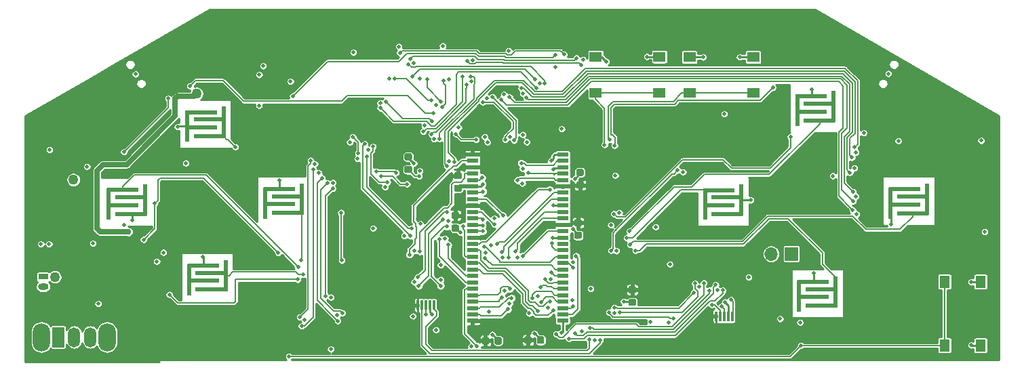
<source format=gbr>
G04 #@! TF.GenerationSoftware,KiCad,Pcbnew,5.1.3-ffb9f22~84~ubuntu18.10.1*
G04 #@! TF.CreationDate,2019-11-16T15:14:42-06:00*
G04 #@! TF.ProjectId,BurnedHead,4275726e-6564-4486-9561-642e6b696361,rev?*
G04 #@! TF.SameCoordinates,Original*
G04 #@! TF.FileFunction,Copper,L1,Top*
G04 #@! TF.FilePolarity,Positive*
%FSLAX46Y46*%
G04 Gerber Fmt 4.6, Leading zero omitted, Abs format (unit mm)*
G04 Created by KiCad (PCBNEW 5.1.3-ffb9f22~84~ubuntu18.10.1) date 2019-11-16 15:14:42*
%MOMM*%
%LPD*%
G04 APERTURE LIST*
%ADD10R,4.000000X0.500000*%
%ADD11R,0.500000X4.000000*%
%ADD12C,0.100000*%
%ADD13C,0.875000*%
%ADD14O,1.700000X1.700000*%
%ADD15R,1.700000X1.700000*%
%ADD16R,0.300000X1.300000*%
%ADD17R,1.440000X0.550000*%
%ADD18R,1.300000X1.550000*%
%ADD19R,1.550000X1.300000*%
%ADD20R,1.300000X0.800000*%
%ADD21O,1.300000X0.800000*%
%ADD22O,2.200000X3.500000*%
%ADD23O,1.500000X2.500000*%
%ADD24R,1.500000X2.500000*%
%ADD25C,0.508000*%
%ADD26C,1.270000*%
%ADD27C,0.762000*%
%ADD28C,0.254000*%
%ADD29C,0.635000*%
%ADD30C,0.177800*%
%ADD31C,0.508000*%
%ADD32C,0.152400*%
%ADD33C,0.127000*%
G04 APERTURE END LIST*
D10*
X176469040Y-150825120D03*
D11*
X179269040Y-152075120D03*
D10*
X177469040Y-153825120D03*
X177469040Y-151725120D03*
X176469040Y-152725120D03*
D11*
X174719040Y-152575120D03*
D10*
X177699040Y-170875120D03*
D11*
X179499040Y-171225120D03*
D10*
X177699040Y-172975120D03*
X176699040Y-169975120D03*
D11*
X174949040Y-171725120D03*
D10*
X176699040Y-171875120D03*
X166639040Y-160525120D03*
X166639040Y-162425120D03*
D11*
X164889040Y-162275120D03*
D10*
X167639040Y-163525120D03*
D11*
X169439040Y-161775120D03*
D10*
X167639040Y-161425120D03*
X187199040Y-161315120D03*
D11*
X188999040Y-161665120D03*
D10*
X187199040Y-163415120D03*
D11*
X184449040Y-162165120D03*
D10*
X186199040Y-162315120D03*
X186199040Y-160415120D03*
X264259120Y-160450400D03*
X264259120Y-162350400D03*
D11*
X262509120Y-162200400D03*
D10*
X265259120Y-163450400D03*
D11*
X267059120Y-161700400D03*
D10*
X265259120Y-161350400D03*
X242099120Y-161460400D03*
D11*
X243899120Y-161810400D03*
D10*
X242099120Y-163560400D03*
D11*
X239349120Y-162310400D03*
D10*
X241099120Y-162460400D03*
X241099120Y-160560400D03*
X252859120Y-173910400D03*
D11*
X251109120Y-173760400D03*
D10*
X252859120Y-172010400D03*
X253859120Y-175010400D03*
D11*
X255659120Y-173260400D03*
D10*
X253859120Y-172910400D03*
D11*
X250879120Y-150610400D03*
D10*
X252629120Y-150760400D03*
X253629120Y-149760400D03*
X253629120Y-151860400D03*
D11*
X255429120Y-150110400D03*
D10*
X252629120Y-148860400D03*
D12*
G36*
X208778671Y-159883373D02*
G01*
X208799906Y-159886523D01*
X208820730Y-159891739D01*
X208840942Y-159898971D01*
X208860348Y-159908150D01*
X208878761Y-159919186D01*
X208896004Y-159931974D01*
X208911910Y-159946390D01*
X208926326Y-159962296D01*
X208939114Y-159979539D01*
X208950150Y-159997952D01*
X208959329Y-160017358D01*
X208966561Y-160037570D01*
X208971777Y-160058394D01*
X208974927Y-160079629D01*
X208975980Y-160101070D01*
X208975980Y-160538570D01*
X208974927Y-160560011D01*
X208971777Y-160581246D01*
X208966561Y-160602070D01*
X208959329Y-160622282D01*
X208950150Y-160641688D01*
X208939114Y-160660101D01*
X208926326Y-160677344D01*
X208911910Y-160693250D01*
X208896004Y-160707666D01*
X208878761Y-160720454D01*
X208860348Y-160731490D01*
X208840942Y-160740669D01*
X208820730Y-160747901D01*
X208799906Y-160753117D01*
X208778671Y-160756267D01*
X208757230Y-160757320D01*
X208244730Y-160757320D01*
X208223289Y-160756267D01*
X208202054Y-160753117D01*
X208181230Y-160747901D01*
X208161018Y-160740669D01*
X208141612Y-160731490D01*
X208123199Y-160720454D01*
X208105956Y-160707666D01*
X208090050Y-160693250D01*
X208075634Y-160677344D01*
X208062846Y-160660101D01*
X208051810Y-160641688D01*
X208042631Y-160622282D01*
X208035399Y-160602070D01*
X208030183Y-160581246D01*
X208027033Y-160560011D01*
X208025980Y-160538570D01*
X208025980Y-160101070D01*
X208027033Y-160079629D01*
X208030183Y-160058394D01*
X208035399Y-160037570D01*
X208042631Y-160017358D01*
X208051810Y-159997952D01*
X208062846Y-159979539D01*
X208075634Y-159962296D01*
X208090050Y-159946390D01*
X208105956Y-159931974D01*
X208123199Y-159919186D01*
X208141612Y-159908150D01*
X208161018Y-159898971D01*
X208181230Y-159891739D01*
X208202054Y-159886523D01*
X208223289Y-159883373D01*
X208244730Y-159882320D01*
X208757230Y-159882320D01*
X208778671Y-159883373D01*
X208778671Y-159883373D01*
G37*
D13*
X208500980Y-160319820D03*
D12*
G36*
X208778671Y-158308373D02*
G01*
X208799906Y-158311523D01*
X208820730Y-158316739D01*
X208840942Y-158323971D01*
X208860348Y-158333150D01*
X208878761Y-158344186D01*
X208896004Y-158356974D01*
X208911910Y-158371390D01*
X208926326Y-158387296D01*
X208939114Y-158404539D01*
X208950150Y-158422952D01*
X208959329Y-158442358D01*
X208966561Y-158462570D01*
X208971777Y-158483394D01*
X208974927Y-158504629D01*
X208975980Y-158526070D01*
X208975980Y-158963570D01*
X208974927Y-158985011D01*
X208971777Y-159006246D01*
X208966561Y-159027070D01*
X208959329Y-159047282D01*
X208950150Y-159066688D01*
X208939114Y-159085101D01*
X208926326Y-159102344D01*
X208911910Y-159118250D01*
X208896004Y-159132666D01*
X208878761Y-159145454D01*
X208860348Y-159156490D01*
X208840942Y-159165669D01*
X208820730Y-159172901D01*
X208799906Y-159178117D01*
X208778671Y-159181267D01*
X208757230Y-159182320D01*
X208244730Y-159182320D01*
X208223289Y-159181267D01*
X208202054Y-159178117D01*
X208181230Y-159172901D01*
X208161018Y-159165669D01*
X208141612Y-159156490D01*
X208123199Y-159145454D01*
X208105956Y-159132666D01*
X208090050Y-159118250D01*
X208075634Y-159102344D01*
X208062846Y-159085101D01*
X208051810Y-159066688D01*
X208042631Y-159047282D01*
X208035399Y-159027070D01*
X208030183Y-159006246D01*
X208027033Y-158985011D01*
X208025980Y-158963570D01*
X208025980Y-158526070D01*
X208027033Y-158504629D01*
X208030183Y-158483394D01*
X208035399Y-158462570D01*
X208042631Y-158442358D01*
X208051810Y-158422952D01*
X208062846Y-158404539D01*
X208075634Y-158387296D01*
X208090050Y-158371390D01*
X208105956Y-158356974D01*
X208123199Y-158344186D01*
X208141612Y-158333150D01*
X208161018Y-158323971D01*
X208181230Y-158316739D01*
X208202054Y-158311523D01*
X208223289Y-158308373D01*
X208244730Y-158307320D01*
X208757230Y-158307320D01*
X208778671Y-158308373D01*
X208778671Y-158308373D01*
G37*
D13*
X208500980Y-158744820D03*
D14*
X247604280Y-168516300D03*
D15*
X250144280Y-168516300D03*
D16*
X240754660Y-176314620D03*
X241254660Y-176314620D03*
X241754660Y-176314620D03*
X242254660Y-176314620D03*
X242754660Y-176314620D03*
D12*
G36*
X224027562Y-157900508D02*
G01*
X224048797Y-157903658D01*
X224069621Y-157908874D01*
X224089833Y-157916106D01*
X224109239Y-157925285D01*
X224127652Y-157936321D01*
X224144895Y-157949109D01*
X224160801Y-157963525D01*
X224175217Y-157979431D01*
X224188005Y-157996674D01*
X224199041Y-158015087D01*
X224208220Y-158034493D01*
X224215452Y-158054705D01*
X224220668Y-158075529D01*
X224223818Y-158096764D01*
X224224871Y-158118205D01*
X224224871Y-158555705D01*
X224223818Y-158577146D01*
X224220668Y-158598381D01*
X224215452Y-158619205D01*
X224208220Y-158639417D01*
X224199041Y-158658823D01*
X224188005Y-158677236D01*
X224175217Y-158694479D01*
X224160801Y-158710385D01*
X224144895Y-158724801D01*
X224127652Y-158737589D01*
X224109239Y-158748625D01*
X224089833Y-158757804D01*
X224069621Y-158765036D01*
X224048797Y-158770252D01*
X224027562Y-158773402D01*
X224006121Y-158774455D01*
X223493621Y-158774455D01*
X223472180Y-158773402D01*
X223450945Y-158770252D01*
X223430121Y-158765036D01*
X223409909Y-158757804D01*
X223390503Y-158748625D01*
X223372090Y-158737589D01*
X223354847Y-158724801D01*
X223338941Y-158710385D01*
X223324525Y-158694479D01*
X223311737Y-158677236D01*
X223300701Y-158658823D01*
X223291522Y-158639417D01*
X223284290Y-158619205D01*
X223279074Y-158598381D01*
X223275924Y-158577146D01*
X223274871Y-158555705D01*
X223274871Y-158118205D01*
X223275924Y-158096764D01*
X223279074Y-158075529D01*
X223284290Y-158054705D01*
X223291522Y-158034493D01*
X223300701Y-158015087D01*
X223311737Y-157996674D01*
X223324525Y-157979431D01*
X223338941Y-157963525D01*
X223354847Y-157949109D01*
X223372090Y-157936321D01*
X223390503Y-157925285D01*
X223409909Y-157916106D01*
X223430121Y-157908874D01*
X223450945Y-157903658D01*
X223472180Y-157900508D01*
X223493621Y-157899455D01*
X224006121Y-157899455D01*
X224027562Y-157900508D01*
X224027562Y-157900508D01*
G37*
D13*
X223749871Y-158336955D03*
D12*
G36*
X224027562Y-159475508D02*
G01*
X224048797Y-159478658D01*
X224069621Y-159483874D01*
X224089833Y-159491106D01*
X224109239Y-159500285D01*
X224127652Y-159511321D01*
X224144895Y-159524109D01*
X224160801Y-159538525D01*
X224175217Y-159554431D01*
X224188005Y-159571674D01*
X224199041Y-159590087D01*
X224208220Y-159609493D01*
X224215452Y-159629705D01*
X224220668Y-159650529D01*
X224223818Y-159671764D01*
X224224871Y-159693205D01*
X224224871Y-160130705D01*
X224223818Y-160152146D01*
X224220668Y-160173381D01*
X224215452Y-160194205D01*
X224208220Y-160214417D01*
X224199041Y-160233823D01*
X224188005Y-160252236D01*
X224175217Y-160269479D01*
X224160801Y-160285385D01*
X224144895Y-160299801D01*
X224127652Y-160312589D01*
X224109239Y-160323625D01*
X224089833Y-160332804D01*
X224069621Y-160340036D01*
X224048797Y-160345252D01*
X224027562Y-160348402D01*
X224006121Y-160349455D01*
X223493621Y-160349455D01*
X223472180Y-160348402D01*
X223450945Y-160345252D01*
X223430121Y-160340036D01*
X223409909Y-160332804D01*
X223390503Y-160323625D01*
X223372090Y-160312589D01*
X223354847Y-160299801D01*
X223338941Y-160285385D01*
X223324525Y-160269479D01*
X223311737Y-160252236D01*
X223300701Y-160233823D01*
X223291522Y-160214417D01*
X223284290Y-160194205D01*
X223279074Y-160173381D01*
X223275924Y-160152146D01*
X223274871Y-160130705D01*
X223274871Y-159693205D01*
X223275924Y-159671764D01*
X223279074Y-159650529D01*
X223284290Y-159629705D01*
X223291522Y-159609493D01*
X223300701Y-159590087D01*
X223311737Y-159571674D01*
X223324525Y-159554431D01*
X223338941Y-159538525D01*
X223354847Y-159524109D01*
X223372090Y-159511321D01*
X223390503Y-159500285D01*
X223409909Y-159491106D01*
X223430121Y-159483874D01*
X223450945Y-159478658D01*
X223472180Y-159475508D01*
X223493621Y-159474455D01*
X224006121Y-159474455D01*
X224027562Y-159475508D01*
X224027562Y-159475508D01*
G37*
D13*
X223749871Y-159911955D03*
D12*
G36*
X223788212Y-165753223D02*
G01*
X223809447Y-165756373D01*
X223830271Y-165761589D01*
X223850483Y-165768821D01*
X223869889Y-165778000D01*
X223888302Y-165789036D01*
X223905545Y-165801824D01*
X223921451Y-165816240D01*
X223935867Y-165832146D01*
X223948655Y-165849389D01*
X223959691Y-165867802D01*
X223968870Y-165887208D01*
X223976102Y-165907420D01*
X223981318Y-165928244D01*
X223984468Y-165949479D01*
X223985521Y-165970920D01*
X223985521Y-166408420D01*
X223984468Y-166429861D01*
X223981318Y-166451096D01*
X223976102Y-166471920D01*
X223968870Y-166492132D01*
X223959691Y-166511538D01*
X223948655Y-166529951D01*
X223935867Y-166547194D01*
X223921451Y-166563100D01*
X223905545Y-166577516D01*
X223888302Y-166590304D01*
X223869889Y-166601340D01*
X223850483Y-166610519D01*
X223830271Y-166617751D01*
X223809447Y-166622967D01*
X223788212Y-166626117D01*
X223766771Y-166627170D01*
X223254271Y-166627170D01*
X223232830Y-166626117D01*
X223211595Y-166622967D01*
X223190771Y-166617751D01*
X223170559Y-166610519D01*
X223151153Y-166601340D01*
X223132740Y-166590304D01*
X223115497Y-166577516D01*
X223099591Y-166563100D01*
X223085175Y-166547194D01*
X223072387Y-166529951D01*
X223061351Y-166511538D01*
X223052172Y-166492132D01*
X223044940Y-166471920D01*
X223039724Y-166451096D01*
X223036574Y-166429861D01*
X223035521Y-166408420D01*
X223035521Y-165970920D01*
X223036574Y-165949479D01*
X223039724Y-165928244D01*
X223044940Y-165907420D01*
X223052172Y-165887208D01*
X223061351Y-165867802D01*
X223072387Y-165849389D01*
X223085175Y-165832146D01*
X223099591Y-165816240D01*
X223115497Y-165801824D01*
X223132740Y-165789036D01*
X223151153Y-165778000D01*
X223170559Y-165768821D01*
X223190771Y-165761589D01*
X223211595Y-165756373D01*
X223232830Y-165753223D01*
X223254271Y-165752170D01*
X223766771Y-165752170D01*
X223788212Y-165753223D01*
X223788212Y-165753223D01*
G37*
D13*
X223510521Y-166189670D03*
D12*
G36*
X223788212Y-164178223D02*
G01*
X223809447Y-164181373D01*
X223830271Y-164186589D01*
X223850483Y-164193821D01*
X223869889Y-164203000D01*
X223888302Y-164214036D01*
X223905545Y-164226824D01*
X223921451Y-164241240D01*
X223935867Y-164257146D01*
X223948655Y-164274389D01*
X223959691Y-164292802D01*
X223968870Y-164312208D01*
X223976102Y-164332420D01*
X223981318Y-164353244D01*
X223984468Y-164374479D01*
X223985521Y-164395920D01*
X223985521Y-164833420D01*
X223984468Y-164854861D01*
X223981318Y-164876096D01*
X223976102Y-164896920D01*
X223968870Y-164917132D01*
X223959691Y-164936538D01*
X223948655Y-164954951D01*
X223935867Y-164972194D01*
X223921451Y-164988100D01*
X223905545Y-165002516D01*
X223888302Y-165015304D01*
X223869889Y-165026340D01*
X223850483Y-165035519D01*
X223830271Y-165042751D01*
X223809447Y-165047967D01*
X223788212Y-165051117D01*
X223766771Y-165052170D01*
X223254271Y-165052170D01*
X223232830Y-165051117D01*
X223211595Y-165047967D01*
X223190771Y-165042751D01*
X223170559Y-165035519D01*
X223151153Y-165026340D01*
X223132740Y-165015304D01*
X223115497Y-165002516D01*
X223099591Y-164988100D01*
X223085175Y-164972194D01*
X223072387Y-164954951D01*
X223061351Y-164936538D01*
X223052172Y-164917132D01*
X223044940Y-164896920D01*
X223039724Y-164876096D01*
X223036574Y-164854861D01*
X223035521Y-164833420D01*
X223035521Y-164395920D01*
X223036574Y-164374479D01*
X223039724Y-164353244D01*
X223044940Y-164332420D01*
X223052172Y-164312208D01*
X223061351Y-164292802D01*
X223072387Y-164274389D01*
X223085175Y-164257146D01*
X223099591Y-164241240D01*
X223115497Y-164226824D01*
X223132740Y-164214036D01*
X223151153Y-164203000D01*
X223170559Y-164193821D01*
X223190771Y-164186589D01*
X223211595Y-164181373D01*
X223232830Y-164178223D01*
X223254271Y-164177170D01*
X223766771Y-164177170D01*
X223788212Y-164178223D01*
X223788212Y-164178223D01*
G37*
D13*
X223510521Y-164614670D03*
D12*
G36*
X202573116Y-155956137D02*
G01*
X202594351Y-155959287D01*
X202615175Y-155964503D01*
X202635387Y-155971735D01*
X202654793Y-155980914D01*
X202673206Y-155991950D01*
X202690449Y-156004738D01*
X202706355Y-156019154D01*
X202720771Y-156035060D01*
X202733559Y-156052303D01*
X202744595Y-156070716D01*
X202753774Y-156090122D01*
X202761006Y-156110334D01*
X202766222Y-156131158D01*
X202769372Y-156152393D01*
X202770425Y-156173834D01*
X202770425Y-156611334D01*
X202769372Y-156632775D01*
X202766222Y-156654010D01*
X202761006Y-156674834D01*
X202753774Y-156695046D01*
X202744595Y-156714452D01*
X202733559Y-156732865D01*
X202720771Y-156750108D01*
X202706355Y-156766014D01*
X202690449Y-156780430D01*
X202673206Y-156793218D01*
X202654793Y-156804254D01*
X202635387Y-156813433D01*
X202615175Y-156820665D01*
X202594351Y-156825881D01*
X202573116Y-156829031D01*
X202551675Y-156830084D01*
X202039175Y-156830084D01*
X202017734Y-156829031D01*
X201996499Y-156825881D01*
X201975675Y-156820665D01*
X201955463Y-156813433D01*
X201936057Y-156804254D01*
X201917644Y-156793218D01*
X201900401Y-156780430D01*
X201884495Y-156766014D01*
X201870079Y-156750108D01*
X201857291Y-156732865D01*
X201846255Y-156714452D01*
X201837076Y-156695046D01*
X201829844Y-156674834D01*
X201824628Y-156654010D01*
X201821478Y-156632775D01*
X201820425Y-156611334D01*
X201820425Y-156173834D01*
X201821478Y-156152393D01*
X201824628Y-156131158D01*
X201829844Y-156110334D01*
X201837076Y-156090122D01*
X201846255Y-156070716D01*
X201857291Y-156052303D01*
X201870079Y-156035060D01*
X201884495Y-156019154D01*
X201900401Y-156004738D01*
X201917644Y-155991950D01*
X201936057Y-155980914D01*
X201955463Y-155971735D01*
X201975675Y-155964503D01*
X201996499Y-155959287D01*
X202017734Y-155956137D01*
X202039175Y-155955084D01*
X202551675Y-155955084D01*
X202573116Y-155956137D01*
X202573116Y-155956137D01*
G37*
D13*
X202295425Y-156392584D03*
D12*
G36*
X202573116Y-157531137D02*
G01*
X202594351Y-157534287D01*
X202615175Y-157539503D01*
X202635387Y-157546735D01*
X202654793Y-157555914D01*
X202673206Y-157566950D01*
X202690449Y-157579738D01*
X202706355Y-157594154D01*
X202720771Y-157610060D01*
X202733559Y-157627303D01*
X202744595Y-157645716D01*
X202753774Y-157665122D01*
X202761006Y-157685334D01*
X202766222Y-157706158D01*
X202769372Y-157727393D01*
X202770425Y-157748834D01*
X202770425Y-158186334D01*
X202769372Y-158207775D01*
X202766222Y-158229010D01*
X202761006Y-158249834D01*
X202753774Y-158270046D01*
X202744595Y-158289452D01*
X202733559Y-158307865D01*
X202720771Y-158325108D01*
X202706355Y-158341014D01*
X202690449Y-158355430D01*
X202673206Y-158368218D01*
X202654793Y-158379254D01*
X202635387Y-158388433D01*
X202615175Y-158395665D01*
X202594351Y-158400881D01*
X202573116Y-158404031D01*
X202551675Y-158405084D01*
X202039175Y-158405084D01*
X202017734Y-158404031D01*
X201996499Y-158400881D01*
X201975675Y-158395665D01*
X201955463Y-158388433D01*
X201936057Y-158379254D01*
X201917644Y-158368218D01*
X201900401Y-158355430D01*
X201884495Y-158341014D01*
X201870079Y-158325108D01*
X201857291Y-158307865D01*
X201846255Y-158289452D01*
X201837076Y-158270046D01*
X201829844Y-158249834D01*
X201824628Y-158229010D01*
X201821478Y-158207775D01*
X201820425Y-158186334D01*
X201820425Y-157748834D01*
X201821478Y-157727393D01*
X201824628Y-157706158D01*
X201829844Y-157685334D01*
X201837076Y-157665122D01*
X201846255Y-157645716D01*
X201857291Y-157627303D01*
X201870079Y-157610060D01*
X201884495Y-157594154D01*
X201900401Y-157579738D01*
X201917644Y-157566950D01*
X201936057Y-157555914D01*
X201955463Y-157546735D01*
X201975675Y-157539503D01*
X201996499Y-157534287D01*
X202017734Y-157531137D01*
X202039175Y-157530084D01*
X202551675Y-157530084D01*
X202573116Y-157531137D01*
X202573116Y-157531137D01*
G37*
D13*
X202295425Y-157967584D03*
D12*
G36*
X213765725Y-178902695D02*
G01*
X213786960Y-178905845D01*
X213807784Y-178911061D01*
X213827996Y-178918293D01*
X213847402Y-178927472D01*
X213865815Y-178938508D01*
X213883058Y-178951296D01*
X213898964Y-178965712D01*
X213913380Y-178981618D01*
X213926168Y-178998861D01*
X213937204Y-179017274D01*
X213946383Y-179036680D01*
X213953615Y-179056892D01*
X213958831Y-179077716D01*
X213961981Y-179098951D01*
X213963034Y-179120392D01*
X213963034Y-179632892D01*
X213961981Y-179654333D01*
X213958831Y-179675568D01*
X213953615Y-179696392D01*
X213946383Y-179716604D01*
X213937204Y-179736010D01*
X213926168Y-179754423D01*
X213913380Y-179771666D01*
X213898964Y-179787572D01*
X213883058Y-179801988D01*
X213865815Y-179814776D01*
X213847402Y-179825812D01*
X213827996Y-179834991D01*
X213807784Y-179842223D01*
X213786960Y-179847439D01*
X213765725Y-179850589D01*
X213744284Y-179851642D01*
X213306784Y-179851642D01*
X213285343Y-179850589D01*
X213264108Y-179847439D01*
X213243284Y-179842223D01*
X213223072Y-179834991D01*
X213203666Y-179825812D01*
X213185253Y-179814776D01*
X213168010Y-179801988D01*
X213152104Y-179787572D01*
X213137688Y-179771666D01*
X213124900Y-179754423D01*
X213113864Y-179736010D01*
X213104685Y-179716604D01*
X213097453Y-179696392D01*
X213092237Y-179675568D01*
X213089087Y-179654333D01*
X213088034Y-179632892D01*
X213088034Y-179120392D01*
X213089087Y-179098951D01*
X213092237Y-179077716D01*
X213097453Y-179056892D01*
X213104685Y-179036680D01*
X213113864Y-179017274D01*
X213124900Y-178998861D01*
X213137688Y-178981618D01*
X213152104Y-178965712D01*
X213168010Y-178951296D01*
X213185253Y-178938508D01*
X213203666Y-178927472D01*
X213223072Y-178918293D01*
X213243284Y-178911061D01*
X213264108Y-178905845D01*
X213285343Y-178902695D01*
X213306784Y-178901642D01*
X213744284Y-178901642D01*
X213765725Y-178902695D01*
X213765725Y-178902695D01*
G37*
D13*
X213525534Y-179376642D03*
D12*
G36*
X212190725Y-178902695D02*
G01*
X212211960Y-178905845D01*
X212232784Y-178911061D01*
X212252996Y-178918293D01*
X212272402Y-178927472D01*
X212290815Y-178938508D01*
X212308058Y-178951296D01*
X212323964Y-178965712D01*
X212338380Y-178981618D01*
X212351168Y-178998861D01*
X212362204Y-179017274D01*
X212371383Y-179036680D01*
X212378615Y-179056892D01*
X212383831Y-179077716D01*
X212386981Y-179098951D01*
X212388034Y-179120392D01*
X212388034Y-179632892D01*
X212386981Y-179654333D01*
X212383831Y-179675568D01*
X212378615Y-179696392D01*
X212371383Y-179716604D01*
X212362204Y-179736010D01*
X212351168Y-179754423D01*
X212338380Y-179771666D01*
X212323964Y-179787572D01*
X212308058Y-179801988D01*
X212290815Y-179814776D01*
X212272402Y-179825812D01*
X212252996Y-179834991D01*
X212232784Y-179842223D01*
X212211960Y-179847439D01*
X212190725Y-179850589D01*
X212169284Y-179851642D01*
X211731784Y-179851642D01*
X211710343Y-179850589D01*
X211689108Y-179847439D01*
X211668284Y-179842223D01*
X211648072Y-179834991D01*
X211628666Y-179825812D01*
X211610253Y-179814776D01*
X211593010Y-179801988D01*
X211577104Y-179787572D01*
X211562688Y-179771666D01*
X211549900Y-179754423D01*
X211538864Y-179736010D01*
X211529685Y-179716604D01*
X211522453Y-179696392D01*
X211517237Y-179675568D01*
X211514087Y-179654333D01*
X211513034Y-179632892D01*
X211513034Y-179120392D01*
X211514087Y-179098951D01*
X211517237Y-179077716D01*
X211522453Y-179056892D01*
X211529685Y-179036680D01*
X211538864Y-179017274D01*
X211549900Y-178998861D01*
X211562688Y-178981618D01*
X211577104Y-178965712D01*
X211593010Y-178951296D01*
X211610253Y-178938508D01*
X211628666Y-178927472D01*
X211648072Y-178918293D01*
X211668284Y-178911061D01*
X211689108Y-178905845D01*
X211710343Y-178902695D01*
X211731784Y-178901642D01*
X212169284Y-178901642D01*
X212190725Y-178902695D01*
X212190725Y-178902695D01*
G37*
D13*
X211950534Y-179376642D03*
D12*
G36*
X219066371Y-178814493D02*
G01*
X219087606Y-178817643D01*
X219108430Y-178822859D01*
X219128642Y-178830091D01*
X219148048Y-178839270D01*
X219166461Y-178850306D01*
X219183704Y-178863094D01*
X219199610Y-178877510D01*
X219214026Y-178893416D01*
X219226814Y-178910659D01*
X219237850Y-178929072D01*
X219247029Y-178948478D01*
X219254261Y-178968690D01*
X219259477Y-178989514D01*
X219262627Y-179010749D01*
X219263680Y-179032190D01*
X219263680Y-179544690D01*
X219262627Y-179566131D01*
X219259477Y-179587366D01*
X219254261Y-179608190D01*
X219247029Y-179628402D01*
X219237850Y-179647808D01*
X219226814Y-179666221D01*
X219214026Y-179683464D01*
X219199610Y-179699370D01*
X219183704Y-179713786D01*
X219166461Y-179726574D01*
X219148048Y-179737610D01*
X219128642Y-179746789D01*
X219108430Y-179754021D01*
X219087606Y-179759237D01*
X219066371Y-179762387D01*
X219044930Y-179763440D01*
X218607430Y-179763440D01*
X218585989Y-179762387D01*
X218564754Y-179759237D01*
X218543930Y-179754021D01*
X218523718Y-179746789D01*
X218504312Y-179737610D01*
X218485899Y-179726574D01*
X218468656Y-179713786D01*
X218452750Y-179699370D01*
X218438334Y-179683464D01*
X218425546Y-179666221D01*
X218414510Y-179647808D01*
X218405331Y-179628402D01*
X218398099Y-179608190D01*
X218392883Y-179587366D01*
X218389733Y-179566131D01*
X218388680Y-179544690D01*
X218388680Y-179032190D01*
X218389733Y-179010749D01*
X218392883Y-178989514D01*
X218398099Y-178968690D01*
X218405331Y-178948478D01*
X218414510Y-178929072D01*
X218425546Y-178910659D01*
X218438334Y-178893416D01*
X218452750Y-178877510D01*
X218468656Y-178863094D01*
X218485899Y-178850306D01*
X218504312Y-178839270D01*
X218523718Y-178830091D01*
X218543930Y-178822859D01*
X218564754Y-178817643D01*
X218585989Y-178814493D01*
X218607430Y-178813440D01*
X219044930Y-178813440D01*
X219066371Y-178814493D01*
X219066371Y-178814493D01*
G37*
D13*
X218826180Y-179288440D03*
D12*
G36*
X217491371Y-178814493D02*
G01*
X217512606Y-178817643D01*
X217533430Y-178822859D01*
X217553642Y-178830091D01*
X217573048Y-178839270D01*
X217591461Y-178850306D01*
X217608704Y-178863094D01*
X217624610Y-178877510D01*
X217639026Y-178893416D01*
X217651814Y-178910659D01*
X217662850Y-178929072D01*
X217672029Y-178948478D01*
X217679261Y-178968690D01*
X217684477Y-178989514D01*
X217687627Y-179010749D01*
X217688680Y-179032190D01*
X217688680Y-179544690D01*
X217687627Y-179566131D01*
X217684477Y-179587366D01*
X217679261Y-179608190D01*
X217672029Y-179628402D01*
X217662850Y-179647808D01*
X217651814Y-179666221D01*
X217639026Y-179683464D01*
X217624610Y-179699370D01*
X217608704Y-179713786D01*
X217591461Y-179726574D01*
X217573048Y-179737610D01*
X217553642Y-179746789D01*
X217533430Y-179754021D01*
X217512606Y-179759237D01*
X217491371Y-179762387D01*
X217469930Y-179763440D01*
X217032430Y-179763440D01*
X217010989Y-179762387D01*
X216989754Y-179759237D01*
X216968930Y-179754021D01*
X216948718Y-179746789D01*
X216929312Y-179737610D01*
X216910899Y-179726574D01*
X216893656Y-179713786D01*
X216877750Y-179699370D01*
X216863334Y-179683464D01*
X216850546Y-179666221D01*
X216839510Y-179647808D01*
X216830331Y-179628402D01*
X216823099Y-179608190D01*
X216817883Y-179587366D01*
X216814733Y-179566131D01*
X216813680Y-179544690D01*
X216813680Y-179032190D01*
X216814733Y-179010749D01*
X216817883Y-178989514D01*
X216823099Y-178968690D01*
X216830331Y-178948478D01*
X216839510Y-178929072D01*
X216850546Y-178910659D01*
X216863334Y-178893416D01*
X216877750Y-178877510D01*
X216893656Y-178863094D01*
X216910899Y-178850306D01*
X216929312Y-178839270D01*
X216948718Y-178830091D01*
X216968930Y-178822859D01*
X216989754Y-178817643D01*
X217010989Y-178814493D01*
X217032430Y-178813440D01*
X217469930Y-178813440D01*
X217491371Y-178814493D01*
X217491371Y-178814493D01*
G37*
D13*
X217251180Y-179288440D03*
D12*
G36*
X230541391Y-174132773D02*
G01*
X230562626Y-174135923D01*
X230583450Y-174141139D01*
X230603662Y-174148371D01*
X230623068Y-174157550D01*
X230641481Y-174168586D01*
X230658724Y-174181374D01*
X230674630Y-174195790D01*
X230689046Y-174211696D01*
X230701834Y-174228939D01*
X230712870Y-174247352D01*
X230722049Y-174266758D01*
X230729281Y-174286970D01*
X230734497Y-174307794D01*
X230737647Y-174329029D01*
X230738700Y-174350470D01*
X230738700Y-174787970D01*
X230737647Y-174809411D01*
X230734497Y-174830646D01*
X230729281Y-174851470D01*
X230722049Y-174871682D01*
X230712870Y-174891088D01*
X230701834Y-174909501D01*
X230689046Y-174926744D01*
X230674630Y-174942650D01*
X230658724Y-174957066D01*
X230641481Y-174969854D01*
X230623068Y-174980890D01*
X230603662Y-174990069D01*
X230583450Y-174997301D01*
X230562626Y-175002517D01*
X230541391Y-175005667D01*
X230519950Y-175006720D01*
X230007450Y-175006720D01*
X229986009Y-175005667D01*
X229964774Y-175002517D01*
X229943950Y-174997301D01*
X229923738Y-174990069D01*
X229904332Y-174980890D01*
X229885919Y-174969854D01*
X229868676Y-174957066D01*
X229852770Y-174942650D01*
X229838354Y-174926744D01*
X229825566Y-174909501D01*
X229814530Y-174891088D01*
X229805351Y-174871682D01*
X229798119Y-174851470D01*
X229792903Y-174830646D01*
X229789753Y-174809411D01*
X229788700Y-174787970D01*
X229788700Y-174350470D01*
X229789753Y-174329029D01*
X229792903Y-174307794D01*
X229798119Y-174286970D01*
X229805351Y-174266758D01*
X229814530Y-174247352D01*
X229825566Y-174228939D01*
X229838354Y-174211696D01*
X229852770Y-174195790D01*
X229868676Y-174181374D01*
X229885919Y-174168586D01*
X229904332Y-174157550D01*
X229923738Y-174148371D01*
X229943950Y-174141139D01*
X229964774Y-174135923D01*
X229986009Y-174132773D01*
X230007450Y-174131720D01*
X230519950Y-174131720D01*
X230541391Y-174132773D01*
X230541391Y-174132773D01*
G37*
D13*
X230263700Y-174569220D03*
D12*
G36*
X230541391Y-172557773D02*
G01*
X230562626Y-172560923D01*
X230583450Y-172566139D01*
X230603662Y-172573371D01*
X230623068Y-172582550D01*
X230641481Y-172593586D01*
X230658724Y-172606374D01*
X230674630Y-172620790D01*
X230689046Y-172636696D01*
X230701834Y-172653939D01*
X230712870Y-172672352D01*
X230722049Y-172691758D01*
X230729281Y-172711970D01*
X230734497Y-172732794D01*
X230737647Y-172754029D01*
X230738700Y-172775470D01*
X230738700Y-173212970D01*
X230737647Y-173234411D01*
X230734497Y-173255646D01*
X230729281Y-173276470D01*
X230722049Y-173296682D01*
X230712870Y-173316088D01*
X230701834Y-173334501D01*
X230689046Y-173351744D01*
X230674630Y-173367650D01*
X230658724Y-173382066D01*
X230641481Y-173394854D01*
X230623068Y-173405890D01*
X230603662Y-173415069D01*
X230583450Y-173422301D01*
X230562626Y-173427517D01*
X230541391Y-173430667D01*
X230519950Y-173431720D01*
X230007450Y-173431720D01*
X229986009Y-173430667D01*
X229964774Y-173427517D01*
X229943950Y-173422301D01*
X229923738Y-173415069D01*
X229904332Y-173405890D01*
X229885919Y-173394854D01*
X229868676Y-173382066D01*
X229852770Y-173367650D01*
X229838354Y-173351744D01*
X229825566Y-173334501D01*
X229814530Y-173316088D01*
X229805351Y-173296682D01*
X229798119Y-173276470D01*
X229792903Y-173255646D01*
X229789753Y-173234411D01*
X229788700Y-173212970D01*
X229788700Y-172775470D01*
X229789753Y-172754029D01*
X229792903Y-172732794D01*
X229798119Y-172711970D01*
X229805351Y-172691758D01*
X229814530Y-172672352D01*
X229825566Y-172653939D01*
X229838354Y-172636696D01*
X229852770Y-172620790D01*
X229868676Y-172606374D01*
X229885919Y-172593586D01*
X229904332Y-172582550D01*
X229923738Y-172573371D01*
X229943950Y-172566139D01*
X229964774Y-172560923D01*
X229986009Y-172557773D01*
X230007450Y-172556720D01*
X230519950Y-172556720D01*
X230541391Y-172557773D01*
X230541391Y-172557773D01*
G37*
D13*
X230263700Y-172994220D03*
D12*
G36*
X208456520Y-164863084D02*
G01*
X208477755Y-164866234D01*
X208498579Y-164871450D01*
X208518791Y-164878682D01*
X208538197Y-164887861D01*
X208556610Y-164898897D01*
X208573853Y-164911685D01*
X208589759Y-164926101D01*
X208604175Y-164942007D01*
X208616963Y-164959250D01*
X208627999Y-164977663D01*
X208637178Y-164997069D01*
X208644410Y-165017281D01*
X208649626Y-165038105D01*
X208652776Y-165059340D01*
X208653829Y-165080781D01*
X208653829Y-165518281D01*
X208652776Y-165539722D01*
X208649626Y-165560957D01*
X208644410Y-165581781D01*
X208637178Y-165601993D01*
X208627999Y-165621399D01*
X208616963Y-165639812D01*
X208604175Y-165657055D01*
X208589759Y-165672961D01*
X208573853Y-165687377D01*
X208556610Y-165700165D01*
X208538197Y-165711201D01*
X208518791Y-165720380D01*
X208498579Y-165727612D01*
X208477755Y-165732828D01*
X208456520Y-165735978D01*
X208435079Y-165737031D01*
X207922579Y-165737031D01*
X207901138Y-165735978D01*
X207879903Y-165732828D01*
X207859079Y-165727612D01*
X207838867Y-165720380D01*
X207819461Y-165711201D01*
X207801048Y-165700165D01*
X207783805Y-165687377D01*
X207767899Y-165672961D01*
X207753483Y-165657055D01*
X207740695Y-165639812D01*
X207729659Y-165621399D01*
X207720480Y-165601993D01*
X207713248Y-165581781D01*
X207708032Y-165560957D01*
X207704882Y-165539722D01*
X207703829Y-165518281D01*
X207703829Y-165080781D01*
X207704882Y-165059340D01*
X207708032Y-165038105D01*
X207713248Y-165017281D01*
X207720480Y-164997069D01*
X207729659Y-164977663D01*
X207740695Y-164959250D01*
X207753483Y-164942007D01*
X207767899Y-164926101D01*
X207783805Y-164911685D01*
X207801048Y-164898897D01*
X207819461Y-164887861D01*
X207838867Y-164878682D01*
X207859079Y-164871450D01*
X207879903Y-164866234D01*
X207901138Y-164863084D01*
X207922579Y-164862031D01*
X208435079Y-164862031D01*
X208456520Y-164863084D01*
X208456520Y-164863084D01*
G37*
D13*
X208178829Y-165299531D03*
D12*
G36*
X208456520Y-163288084D02*
G01*
X208477755Y-163291234D01*
X208498579Y-163296450D01*
X208518791Y-163303682D01*
X208538197Y-163312861D01*
X208556610Y-163323897D01*
X208573853Y-163336685D01*
X208589759Y-163351101D01*
X208604175Y-163367007D01*
X208616963Y-163384250D01*
X208627999Y-163402663D01*
X208637178Y-163422069D01*
X208644410Y-163442281D01*
X208649626Y-163463105D01*
X208652776Y-163484340D01*
X208653829Y-163505781D01*
X208653829Y-163943281D01*
X208652776Y-163964722D01*
X208649626Y-163985957D01*
X208644410Y-164006781D01*
X208637178Y-164026993D01*
X208627999Y-164046399D01*
X208616963Y-164064812D01*
X208604175Y-164082055D01*
X208589759Y-164097961D01*
X208573853Y-164112377D01*
X208556610Y-164125165D01*
X208538197Y-164136201D01*
X208518791Y-164145380D01*
X208498579Y-164152612D01*
X208477755Y-164157828D01*
X208456520Y-164160978D01*
X208435079Y-164162031D01*
X207922579Y-164162031D01*
X207901138Y-164160978D01*
X207879903Y-164157828D01*
X207859079Y-164152612D01*
X207838867Y-164145380D01*
X207819461Y-164136201D01*
X207801048Y-164125165D01*
X207783805Y-164112377D01*
X207767899Y-164097961D01*
X207753483Y-164082055D01*
X207740695Y-164064812D01*
X207729659Y-164046399D01*
X207720480Y-164026993D01*
X207713248Y-164006781D01*
X207708032Y-163985957D01*
X207704882Y-163964722D01*
X207703829Y-163943281D01*
X207703829Y-163505781D01*
X207704882Y-163484340D01*
X207708032Y-163463105D01*
X207713248Y-163442281D01*
X207720480Y-163422069D01*
X207729659Y-163402663D01*
X207740695Y-163384250D01*
X207753483Y-163367007D01*
X207767899Y-163351101D01*
X207783805Y-163336685D01*
X207801048Y-163323897D01*
X207819461Y-163312861D01*
X207838867Y-163303682D01*
X207859079Y-163296450D01*
X207879903Y-163291234D01*
X207901138Y-163288084D01*
X207922579Y-163287031D01*
X208435079Y-163287031D01*
X208456520Y-163288084D01*
X208456520Y-163288084D01*
G37*
D13*
X208178829Y-163724531D03*
D17*
X210345000Y-156079000D03*
X210345000Y-156879000D03*
X210345000Y-157679000D03*
X210345000Y-158479000D03*
X210345000Y-159279000D03*
X210345000Y-160079000D03*
X210345000Y-160879000D03*
X210345000Y-161679000D03*
X210345000Y-162479000D03*
X210345000Y-163279000D03*
X210345000Y-164079000D03*
X210345000Y-164879000D03*
X210345000Y-165679000D03*
X210345000Y-166479000D03*
X210345000Y-167279000D03*
X210345000Y-168079000D03*
X210345000Y-168879000D03*
X210345000Y-169679000D03*
X210345000Y-170479000D03*
X210345000Y-171279000D03*
X210345000Y-172079000D03*
X210345000Y-172879000D03*
X210345000Y-173679000D03*
X210345000Y-174479000D03*
X210345000Y-175279000D03*
X210345000Y-176079000D03*
X210345000Y-176879000D03*
X221585000Y-176879000D03*
X221585000Y-176079000D03*
X221585000Y-175279000D03*
X221585000Y-174479000D03*
X221585000Y-173679000D03*
X221585000Y-172879000D03*
X221585000Y-172079000D03*
X221585000Y-171279000D03*
X221585000Y-170479000D03*
X221585000Y-169679000D03*
X221585000Y-168879000D03*
X221585000Y-168079000D03*
X221585000Y-167279000D03*
X221585000Y-166479000D03*
X221585000Y-165679000D03*
X221585000Y-164879000D03*
X221585000Y-164079000D03*
X221585000Y-163279000D03*
X221585000Y-162479000D03*
X221585000Y-161679000D03*
X221585000Y-160879000D03*
X221585000Y-160079000D03*
X221585000Y-159279000D03*
X221585000Y-158479000D03*
X221585000Y-157679000D03*
X221585000Y-156879000D03*
X221585000Y-156079000D03*
D16*
X203497940Y-174920160D03*
X203997940Y-174920160D03*
X204497940Y-174920160D03*
X204997940Y-174920160D03*
X205497940Y-174920160D03*
D18*
X269253140Y-179963900D03*
X273753140Y-179963900D03*
X273753140Y-172003900D03*
X269253140Y-172003900D03*
D19*
X245360000Y-148430000D03*
X245360000Y-143930000D03*
X237400000Y-143930000D03*
X237400000Y-148430000D03*
X233640000Y-148370000D03*
X233640000Y-143870000D03*
X225680000Y-143870000D03*
X225680000Y-148370000D03*
D20*
X156721000Y-171382000D03*
D21*
X156721000Y-172632000D03*
D22*
X164695060Y-178917600D03*
X156495060Y-178917600D03*
D23*
X162595060Y-178917600D03*
X160595060Y-178917600D03*
D24*
X158595060Y-178917600D03*
D25*
X207398731Y-156908231D03*
X202981560Y-144683480D03*
X195000880Y-154551380D03*
X195994020Y-156618940D03*
X197317360Y-155491180D03*
X203024740Y-168140380D03*
X203039980Y-172046900D03*
X225554540Y-179275740D03*
X228071680Y-175882300D03*
X207291940Y-164416740D03*
X258168140Y-161330640D03*
X192877440Y-159613600D03*
X198795640Y-149636480D03*
X210327240Y-144299940D03*
X208602580Y-152750520D03*
X205554580Y-154152600D03*
X210141820Y-146987260D03*
X212090000Y-149037040D03*
X214266780Y-148602700D03*
X216631520Y-148480780D03*
X224109280Y-144231360D03*
X228297740Y-168142920D03*
X240903760Y-173047660D03*
X238617760Y-172643800D03*
X216565480Y-159702500D03*
X216578180Y-157871160D03*
X222821500Y-174269400D03*
X212625940Y-167439340D03*
X211937600Y-168341040D03*
X206913480Y-166573200D03*
X213052660Y-164071300D03*
X215905080Y-168973500D03*
X214114380Y-168968420D03*
X219758260Y-175214280D03*
X214358748Y-173148604D03*
X214960200Y-174734220D03*
X220121480Y-171670980D03*
X252910000Y-170910000D03*
X245050000Y-161790000D03*
X262240000Y-145990000D03*
X168250000Y-146060000D03*
X206350000Y-169910000D03*
X232130000Y-143870000D03*
X239110000Y-143940000D03*
X243670000Y-143940000D03*
X173500000Y-152640000D03*
X176690000Y-168890000D03*
X259160000Y-153410000D03*
X186215000Y-159355000D03*
X228664560Y-163351800D03*
X225089093Y-172861728D03*
X229190000Y-174460000D03*
X218050000Y-178480000D03*
X234950000Y-169793920D03*
X233189780Y-165150800D03*
X192633600Y-180423820D03*
X255333490Y-158771564D03*
X262550000Y-164830750D03*
X227035360Y-144482820D03*
X187612020Y-146964400D03*
X222915946Y-169539706D03*
X211625531Y-164970451D03*
X211617550Y-159810000D03*
X222882460Y-165440360D03*
X208812189Y-165867080D03*
X202878721Y-176301390D03*
X205752700Y-178013360D03*
X212818980Y-178592480D03*
X252712220Y-147985480D03*
X263479280Y-154378660D03*
X273829780Y-154360880D03*
X274271740Y-165757860D03*
X272600420Y-172034200D03*
X272605500Y-179920900D03*
X227590916Y-164935941D03*
X220365320Y-166491920D03*
X220388180Y-162455860D03*
X220132039Y-156892379D03*
X220425252Y-157957894D03*
X203753720Y-158150560D03*
X203019660Y-157215840D03*
X203808990Y-164778051D03*
X167833040Y-164330380D03*
X166811960Y-164899340D03*
X171739560Y-168335960D03*
X170911520Y-169466260D03*
X163593780Y-174736760D03*
D26*
X158186120Y-171396660D03*
D25*
X156448760Y-167286940D03*
X157464760Y-167286940D03*
X157515560Y-155501340D03*
X183682640Y-149969220D03*
X183700420Y-146141440D03*
X184200800Y-145039080D03*
X205229460Y-176093120D03*
X232521760Y-177004980D03*
X234848400Y-177116740D03*
X236628940Y-158280100D03*
X224010756Y-178198770D03*
X221429690Y-178396900D03*
X210149440Y-180096160D03*
X212175392Y-154546193D03*
X205760320Y-149913340D03*
X203738480Y-146585940D03*
X207347820Y-146692620D03*
X199900540Y-146636740D03*
X204320140Y-152448260D03*
X191129920Y-158407100D03*
X193447388Y-176148012D03*
X189372240Y-176725580D03*
X192641220Y-173944280D03*
X258175760Y-155846780D03*
X258000500Y-157789880D03*
X258251960Y-163573460D03*
D26*
X160490280Y-159253992D03*
D25*
X162206940Y-157602990D03*
X241848640Y-174536100D03*
X248737120Y-176629060D03*
X251206000Y-177078640D03*
X244822980Y-171422060D03*
X212382100Y-175717200D03*
X217088752Y-154533831D03*
X216601040Y-153616660D03*
X223113600Y-159115760D03*
X228168200Y-158699200D03*
X206354680Y-171742100D03*
X201803000Y-166263320D03*
X197937120Y-165300670D03*
X199405240Y-160164780D03*
X162943540Y-167205660D03*
X195458080Y-143344900D03*
D27*
X167354000Y-165766000D03*
D26*
X175884840Y-148496020D03*
D25*
X228234240Y-172902880D03*
X228241860Y-173766480D03*
X208770220Y-166578280D03*
X208196180Y-168762680D03*
X177975260Y-157243780D03*
X181114700Y-159750760D03*
X201269600Y-169240200D03*
X247373140Y-160022540D03*
X247385840Y-162138360D03*
X227300000Y-179290000D03*
X213880000Y-158740000D03*
X200515220Y-156270960D03*
X202476100Y-153756360D03*
X174541180Y-157180280D03*
X238257080Y-150995380D03*
X241752120Y-151030940D03*
X244845840Y-150921720D03*
X247904000Y-150957280D03*
X229148640Y-152575260D03*
X231000300Y-154579320D03*
X233304080Y-156913580D03*
X184896760Y-154492960D03*
X236517180Y-162605720D03*
X236443520Y-164500560D03*
X236286040Y-172166280D03*
X243672360Y-168843960D03*
X244645180Y-168831260D03*
X243669820Y-169814240D03*
X244635020Y-169814240D03*
X236286040Y-170334940D03*
X198140320Y-169275760D03*
X197921880Y-177467260D03*
X173355000Y-165318440D03*
X173344840Y-164391340D03*
X174292260Y-164391340D03*
X174292260Y-165328600D03*
X195374260Y-164927280D03*
X195404740Y-166657020D03*
X232572560Y-173210220D03*
X209059780Y-164332920D03*
X202877420Y-176961800D03*
X196923660Y-165849300D03*
X203520791Y-164183841D03*
X216367360Y-179283360D03*
X211112100Y-179367180D03*
X232597960Y-173974760D03*
X227289360Y-180667660D03*
X228475540Y-180654960D03*
X229676960Y-180654960D03*
X228533960Y-179285900D03*
X229613460Y-179280820D03*
X223895920Y-175803560D03*
X224320100Y-159115760D03*
X203883390Y-169719587D03*
X203648568Y-158802547D03*
X251328100Y-179963900D03*
X187396120Y-181322980D03*
X172478700Y-173596300D03*
X188480700Y-171719240D03*
X258019011Y-155205240D03*
X257790000Y-163010000D03*
X213928960Y-149278340D03*
X257840000Y-161910000D03*
X257830000Y-160740000D03*
X217065860Y-149011640D03*
X257440000Y-158360000D03*
X216408000Y-147835620D03*
X257698283Y-156480000D03*
X227977700Y-163509960D03*
X250029980Y-153875740D03*
X226232720Y-179280820D03*
X204511954Y-176102992D03*
X224883980Y-179230020D03*
X242575080Y-174256700D03*
X235376720Y-176580800D03*
X227350320Y-175831500D03*
X241447320Y-175074580D03*
X240200927Y-174888413D03*
X169260520Y-166725600D03*
X170639740Y-162196780D03*
X186085480Y-168386760D03*
X187880000Y-148800000D03*
X237939636Y-173399199D03*
X228004259Y-175225339D03*
X218694000Y-147208240D03*
X201134980Y-142600680D03*
X220649800Y-145158460D03*
X206598520Y-142529560D03*
X214863680Y-143151860D03*
X221472760Y-152900380D03*
X215046560Y-153890980D03*
X211833460Y-153896060D03*
X217416888Y-175952876D03*
X190644780Y-157271720D03*
X218483180Y-173758860D03*
X213787771Y-143014647D03*
X213019640Y-143014647D03*
X215061800Y-147764500D03*
X213680040Y-147741640D03*
X225508820Y-149865080D03*
X226212400Y-150637240D03*
X226199700Y-152598120D03*
X216550240Y-151980900D03*
X214835740Y-152217120D03*
X212656420Y-153979880D03*
X211726780Y-157030420D03*
X207073500Y-162151060D03*
X211604531Y-166436471D03*
X199430640Y-167446960D03*
X207147033Y-157518798D03*
X214957660Y-148925280D03*
X208066640Y-156994860D03*
X220675691Y-143639527D03*
X228730954Y-175843546D03*
X201254360Y-143393160D03*
X221742000Y-143609060D03*
X238081820Y-172214540D03*
X202163680Y-159787300D03*
X198936277Y-158843332D03*
X172349287Y-149082141D03*
X166791640Y-155790900D03*
X200586340Y-146624040D03*
X212829140Y-148897340D03*
X205191360Y-149326600D03*
X215514841Y-154356659D03*
X196034660Y-155956000D03*
X195382511Y-153882511D03*
X239913149Y-173076069D03*
X223319340Y-144038320D03*
X224979572Y-177789853D03*
X202537060Y-144172940D03*
X219354301Y-147196170D03*
X202333634Y-144811291D03*
X202828533Y-146397209D03*
X218110000Y-146670000D03*
X241563890Y-173066980D03*
X222333477Y-179109732D03*
X211642960Y-149547580D03*
X204670660Y-146664680D03*
X206410781Y-149483111D03*
X214426800Y-154246580D03*
X191553912Y-159033052D03*
X193489580Y-176890680D03*
X192200499Y-159679639D03*
X194051914Y-175882132D03*
X206707310Y-146869514D03*
X210772071Y-154231208D03*
X206560420Y-150141940D03*
X208229723Y-153518776D03*
X223915922Y-144921463D03*
X220769180Y-178539140D03*
X209645965Y-144391380D03*
X239201960Y-172145960D03*
X209077560Y-146372580D03*
X204175360Y-153217880D03*
X205219566Y-153583470D03*
X209610960Y-147403820D03*
X210101180Y-146324320D03*
X206214742Y-154134453D03*
X202575160Y-166288720D03*
X196850000Y-154782520D03*
X199697340Y-159547560D03*
X197901560Y-155115260D03*
X240682618Y-172387275D03*
X223103697Y-178473464D03*
X197149686Y-156329340D03*
X202750420Y-165328600D03*
X235938060Y-158071820D03*
X227619560Y-168087040D03*
X215016080Y-172862240D03*
X213987380Y-173984920D03*
X215204040Y-174025560D03*
X214722845Y-175438331D03*
X223258380Y-168826180D03*
X222839280Y-175066960D03*
X220017867Y-174450123D03*
X220407790Y-175538500D03*
X222864670Y-170279060D03*
X218489733Y-175669219D03*
X218873062Y-174555688D03*
X217835321Y-174062830D03*
X218798140Y-172666660D03*
X219389960Y-171686220D03*
X210875980Y-180038053D03*
X220149420Y-170840400D03*
X214122000Y-163733480D03*
X213098365Y-164781042D03*
X211620100Y-164259260D03*
X211625010Y-165681662D03*
X216621360Y-168765220D03*
X215719660Y-168198800D03*
X214827944Y-168996560D03*
X214020400Y-168262300D03*
X213393020Y-167297100D03*
X215968580Y-159308800D03*
X206347060Y-172491400D03*
X207140602Y-165111663D03*
X206600175Y-164251562D03*
X217248740Y-158407100D03*
X203614020Y-172509180D03*
X216402151Y-157182076D03*
X207124300Y-163286428D03*
X203504800Y-171452540D03*
X202458320Y-168589960D03*
X203742335Y-168207578D03*
X211877810Y-169049734D03*
X207281780Y-167393620D03*
X206217330Y-166718795D03*
X211795360Y-167573960D03*
X211528660Y-158973520D03*
X211650580Y-160721040D03*
X209167788Y-165053270D03*
X219974160Y-160479740D03*
X220273880Y-167210740D03*
X198815528Y-150296593D03*
X190431496Y-157959738D03*
X188983620Y-177528220D03*
X218341577Y-147769297D03*
X205275180Y-151930100D03*
X199506985Y-149485398D03*
X188742309Y-176421529D03*
X190113920Y-156832300D03*
X200776840Y-158374080D03*
X191978280Y-173779180D03*
X192865360Y-160344500D03*
X198289697Y-158196752D03*
X205409800Y-150916640D03*
X175072040Y-147523200D03*
X180726080Y-155153360D03*
X193895980Y-163360100D03*
X194010445Y-169334170D03*
X189155598Y-171102262D03*
X188549280Y-170131740D03*
X188914360Y-169278311D03*
X226814380Y-154879040D03*
X227490020Y-154246580D03*
X229927163Y-165696628D03*
X230670100Y-168089580D03*
X229580280Y-166542690D03*
X230002080Y-167373300D03*
X247817640Y-147739100D03*
X228077156Y-154991623D03*
D28*
X252915000Y-171985000D02*
X252915000Y-170915000D01*
X252915000Y-170915000D02*
X252910000Y-170910000D01*
X262565000Y-162175000D02*
X262565000Y-160425000D01*
X243955000Y-161785000D02*
X245045000Y-161785000D01*
X245045000Y-161785000D02*
X245050000Y-161790000D01*
X223510000Y-166275000D02*
X223306000Y-166479000D01*
X213655000Y-179320000D02*
X213612263Y-179320000D01*
X233640000Y-143870000D02*
X232130000Y-143870000D01*
X237400000Y-143930000D02*
X239100000Y-143930000D01*
X239100000Y-143930000D02*
X239110000Y-143940000D01*
X245360000Y-143930000D02*
X243680000Y-143930000D01*
X243680000Y-143930000D02*
X243670000Y-143940000D01*
X218925000Y-179280000D02*
X218684231Y-179280000D01*
X186215000Y-160425000D02*
X186215000Y-159355000D01*
X174735000Y-152585000D02*
X173555000Y-152585000D01*
X173555000Y-152585000D02*
X173500000Y-152640000D01*
X176715000Y-169985000D02*
X176715000Y-168915000D01*
X176715000Y-168915000D02*
X176690000Y-168890000D01*
X175115000Y-171885000D02*
X174965000Y-171735000D01*
X176715000Y-171885000D02*
X175115000Y-171885000D01*
X176715000Y-169985000D02*
X174965000Y-169985000D01*
X250910000Y-150720000D02*
X252510000Y-150720000D01*
X252685000Y-148835000D02*
X250935000Y-148835000D01*
X243605000Y-161435000D02*
X243955000Y-161785000D01*
X242155000Y-161435000D02*
X243605000Y-161435000D01*
X243955000Y-163485000D02*
X243955000Y-161785000D01*
X243905000Y-163535000D02*
X243955000Y-163485000D01*
X242155000Y-163535000D02*
X243905000Y-163535000D01*
X251165000Y-173735000D02*
X251165000Y-171985000D01*
X251315000Y-173885000D02*
X251165000Y-173735000D01*
X252915000Y-173885000D02*
X251315000Y-173885000D01*
X169460000Y-161236000D02*
X169460000Y-163490000D01*
X174885000Y-152735000D02*
X174735000Y-152585000D01*
X176485000Y-152735000D02*
X174885000Y-152735000D01*
X174735000Y-152585000D02*
X174735000Y-150835000D01*
X184480000Y-160366000D02*
X184480000Y-162620000D01*
X218125000Y-178480000D02*
X218925000Y-179280000D01*
X218050000Y-178480000D02*
X218125000Y-178480000D01*
X223741580Y-158131220D02*
X223741580Y-158276220D01*
X229195000Y-174465000D02*
X229190000Y-174460000D01*
X230150000Y-174465000D02*
X229195000Y-174465000D01*
X252685000Y-148835000D02*
X252838219Y-148835000D01*
X252838219Y-148835000D02*
X252861000Y-148812219D01*
X262565000Y-162175000D02*
X262565000Y-164815750D01*
X262565000Y-164815750D02*
X262550000Y-164830750D01*
X226422540Y-143870000D02*
X227035360Y-144482820D01*
X225680000Y-143870000D02*
X226422540Y-143870000D01*
X210345000Y-164879000D02*
X211534080Y-164879000D01*
X211534080Y-164879000D02*
X211625531Y-164970451D01*
X211348550Y-160079000D02*
X211617550Y-159810000D01*
X210345000Y-160079000D02*
X211348550Y-160079000D01*
X223510000Y-166067900D02*
X222882460Y-165440360D01*
X223510000Y-166275000D02*
X223510000Y-166067900D01*
X208180109Y-165235000D02*
X208812189Y-165867080D01*
X213525534Y-179299034D02*
X212818980Y-178592480D01*
X213525534Y-179376642D02*
X213525534Y-179299034D01*
X252685000Y-148835000D02*
X252685000Y-148012700D01*
X252685000Y-148012700D02*
X252712220Y-147985480D01*
X273753140Y-172003900D02*
X272630720Y-172003900D01*
X272630720Y-172003900D02*
X272600420Y-172034200D01*
X273753140Y-179963900D02*
X272648500Y-179963900D01*
X272648500Y-179963900D02*
X272605500Y-179920900D01*
X221585000Y-166479000D02*
X220378240Y-166479000D01*
X220378240Y-166479000D02*
X220365320Y-166491920D01*
X221585000Y-162479000D02*
X220411320Y-162479000D01*
X220411320Y-162479000D02*
X220388180Y-162455860D01*
X221585000Y-157679000D02*
X221439504Y-157824496D01*
X220558650Y-157824496D02*
X220425252Y-157957894D01*
X221439504Y-157824496D02*
X220558650Y-157824496D01*
X220611000Y-156079000D02*
X221585000Y-156079000D01*
X220386038Y-156303962D02*
X220611000Y-156079000D01*
X220386038Y-156638380D02*
X220386038Y-156303962D01*
X220132039Y-156892379D02*
X220386038Y-156638380D01*
X202295425Y-156491605D02*
X203019660Y-157215840D01*
X202295425Y-156392584D02*
X202295425Y-156491605D01*
X167833040Y-163713040D02*
X167655000Y-163535000D01*
X167833040Y-164330380D02*
X167833040Y-163713040D01*
X204997940Y-174920160D02*
X204997940Y-175861600D01*
X204997940Y-175861600D02*
X205229460Y-176093120D01*
X221585000Y-178241590D02*
X221429690Y-178396900D01*
X221585000Y-176879000D02*
X221585000Y-178241590D01*
X242254660Y-176314620D02*
X242254660Y-174942120D01*
X242254660Y-174942120D02*
X241848640Y-174536100D01*
X223749871Y-158336955D02*
X223749871Y-158479489D01*
X223749871Y-158479489D02*
X223113600Y-159115760D01*
D29*
X173260000Y-149100000D02*
X173500000Y-148860000D01*
X173200000Y-149100000D02*
X173260000Y-149100000D01*
X163848300Y-165766000D02*
X163436300Y-165354000D01*
X167354000Y-165766000D02*
X163848300Y-165766000D01*
X173200000Y-151280000D02*
X173200000Y-149100000D01*
X163436300Y-165354000D02*
X163436300Y-158093700D01*
X163436300Y-158093700D02*
X164185099Y-157344901D01*
X164185099Y-157344901D02*
X167135099Y-157344901D01*
X167135099Y-157344901D02*
X173200000Y-151280000D01*
X173500000Y-148860000D02*
X175520860Y-148860000D01*
X175520860Y-148860000D02*
X175884840Y-148496020D01*
D28*
X216372440Y-179288440D02*
X216367360Y-179283360D01*
X211121562Y-179376642D02*
X211112100Y-179367180D01*
X211950534Y-179376642D02*
X211121562Y-179376642D01*
X223749871Y-159911955D02*
X223749871Y-159685989D01*
X223749871Y-159685989D02*
X224320100Y-159115760D01*
D30*
X202295425Y-157967584D02*
X203130388Y-158802547D01*
X203130388Y-158802547D02*
X203289358Y-158802547D01*
X203289358Y-158802547D02*
X203648568Y-158802547D01*
X269253140Y-179963900D02*
X269253140Y-172003900D01*
X251328100Y-179963900D02*
X269253140Y-179963900D01*
X249969020Y-181322980D02*
X251328100Y-179963900D01*
X187396120Y-181322980D02*
X249969020Y-181322980D01*
X172478700Y-173596300D02*
X173520100Y-174637700D01*
X173520100Y-174637700D02*
X180543200Y-174637700D01*
X180543200Y-174637700D02*
X180733700Y-174447200D01*
X180733700Y-174447200D02*
X180733700Y-171724320D01*
X180733700Y-171724320D02*
X180738780Y-171719240D01*
X180738780Y-171719240D02*
X188480700Y-171719240D01*
X256556561Y-147478699D02*
X256590800Y-147512938D01*
X256085340Y-161305340D02*
X257536001Y-162756001D01*
X257536001Y-162756001D02*
X257790000Y-163010000D01*
X256590800Y-152803860D02*
X256085340Y-153309320D01*
X256085340Y-153309320D02*
X256085340Y-161305340D01*
X256590800Y-147512938D02*
X256590800Y-152803860D01*
X222227366Y-149915654D02*
X214829364Y-149915654D01*
X256070202Y-146992340D02*
X225150680Y-146992340D01*
X256590800Y-147512938D02*
X256070202Y-146992340D01*
X225150680Y-146992340D02*
X222227366Y-149915654D01*
X214829364Y-149915654D02*
X214566274Y-149915654D01*
X214566274Y-149915654D02*
X213928960Y-149278340D01*
X256415551Y-160485551D02*
X256415551Y-153446097D01*
X257088649Y-147449921D02*
X256293239Y-146654511D01*
X224975801Y-146654511D02*
X222044869Y-149585443D01*
X256415551Y-153446097D02*
X257088649Y-152772999D01*
X256293239Y-146654511D02*
X224975801Y-146654511D01*
X257840000Y-161910000D02*
X256415551Y-160485551D01*
X257088649Y-152772999D02*
X257088649Y-147449921D01*
X221908092Y-149255232D02*
X224839024Y-146324300D01*
X217065860Y-149011640D02*
X217309452Y-149255232D01*
X256745762Y-153856514D02*
X256745762Y-159655762D01*
X257576001Y-160486001D02*
X257830000Y-160740000D01*
X257418860Y-147313144D02*
X257418860Y-153183416D01*
X256745762Y-159655762D02*
X257576001Y-160486001D01*
X257418860Y-153183416D02*
X256745762Y-153856514D01*
X217309452Y-149255232D02*
X221908092Y-149255232D01*
X224839024Y-146324300D02*
X256430016Y-146324300D01*
X256430016Y-146324300D02*
X257418860Y-147313144D01*
X256566793Y-145994089D02*
X257749071Y-147176367D01*
X257749071Y-147176367D02*
X257749071Y-153320193D01*
X257075973Y-157995973D02*
X257186001Y-158106001D01*
X257075973Y-153993291D02*
X257075973Y-157995973D01*
X221771315Y-148925021D02*
X224702247Y-145994089D01*
X257749071Y-153320193D02*
X257075973Y-153993291D01*
X217830277Y-148925021D02*
X221771315Y-148925021D01*
X257186001Y-158106001D02*
X257440000Y-158360000D01*
X224702247Y-145994089D02*
X256566793Y-145994089D01*
X217830277Y-148925021D02*
X217776801Y-148925021D01*
X217776801Y-148925021D02*
X216687400Y-147835620D01*
X216687400Y-147835620D02*
X216408000Y-147835620D01*
X250029980Y-155270200D02*
X250029980Y-153875740D01*
X247505220Y-157794960D02*
X250029980Y-155270200D01*
X228358699Y-163890959D02*
X229362001Y-163890959D01*
X227977700Y-163509960D02*
X228358699Y-163890959D01*
X236489241Y-156763719D02*
X241622579Y-156763719D01*
X229362001Y-163890959D02*
X236489241Y-156763719D01*
X242653820Y-157794960D02*
X247505220Y-157794960D01*
X241622579Y-156763719D02*
X242653820Y-157794960D01*
X203997940Y-176156820D02*
X204022960Y-176181840D01*
X203997940Y-174920160D02*
X203997940Y-176156820D01*
X204022960Y-176181840D02*
X204022960Y-179961540D01*
X204022960Y-179961540D02*
X205038960Y-180977540D01*
X226232720Y-179640030D02*
X226232720Y-179280820D01*
X224895210Y-180977540D02*
X226232720Y-179640030D01*
X205038960Y-180977540D02*
X224895210Y-180977540D01*
X204497940Y-176088978D02*
X204511954Y-176102992D01*
X204497940Y-174920160D02*
X204497940Y-176088978D01*
X205825740Y-175747960D02*
X205497940Y-175420160D01*
X205825740Y-176238520D02*
X205825740Y-175747960D01*
X224883980Y-180322220D02*
X224614739Y-180591461D01*
X205254861Y-180591461D02*
X204475080Y-179811680D01*
X224883980Y-179230020D02*
X224883980Y-180322220D01*
X204475080Y-179811680D02*
X204475080Y-177589180D01*
X224614739Y-180591461D02*
X205254861Y-180591461D01*
X205497940Y-175420160D02*
X205497940Y-174920160D01*
X204475080Y-177589180D02*
X205825740Y-176238520D01*
X242575080Y-174256700D02*
X242829079Y-174510699D01*
X242829079Y-175976041D02*
X242703860Y-176101260D01*
X242829079Y-174510699D02*
X242829079Y-175976041D01*
X235376720Y-176580800D02*
X235017510Y-176580800D01*
X235017510Y-176580800D02*
X234814311Y-176377601D01*
X227350320Y-175893986D02*
X227350320Y-175831500D01*
X227820219Y-176377601D02*
X227820219Y-176363885D01*
X227820219Y-176363885D02*
X227350320Y-175893986D01*
X234814311Y-176377601D02*
X227820219Y-176377601D01*
X241754660Y-176314620D02*
X241754660Y-175381920D01*
X241754660Y-175381920D02*
X241447320Y-175074580D01*
X240560137Y-174888413D02*
X240200927Y-174888413D01*
X241254660Y-175582936D02*
X240560137Y-174888413D01*
X241254660Y-176314620D02*
X241254660Y-175582936D01*
X169260520Y-166725600D02*
X170632120Y-165354000D01*
X170632120Y-165354000D02*
X170632120Y-162204400D01*
X170632120Y-162204400D02*
X170639740Y-162196780D01*
X171297600Y-159021780D02*
X171020739Y-159298641D01*
X171020739Y-161815781D02*
X170639740Y-162196780D01*
X171020739Y-159298641D02*
X171020739Y-161815781D01*
X186085480Y-168386760D02*
X176720500Y-159021780D01*
X176720500Y-159021780D02*
X171297600Y-159021780D01*
X228363469Y-175225339D02*
X228004259Y-175225339D01*
X228420440Y-175282310D02*
X228363469Y-175225339D01*
X237939636Y-173399199D02*
X236056525Y-175282310D01*
X236056525Y-175282310D02*
X228420440Y-175282310D01*
D31*
X208741800Y-160079000D02*
X208500980Y-160319820D01*
X210345000Y-160079000D02*
X208741800Y-160079000D01*
D28*
X225508820Y-149865080D02*
X225508820Y-149933660D01*
X211562002Y-166479000D02*
X211604531Y-166436471D01*
X210345000Y-166479000D02*
X211562002Y-166479000D01*
D30*
X256840347Y-145333667D02*
X224428693Y-145333667D01*
X221497761Y-148264599D02*
X218103831Y-148264599D01*
X206893034Y-157264799D02*
X207147033Y-157518798D01*
X206893034Y-153178752D02*
X206893034Y-157264799D01*
X224428693Y-145333667D02*
X221497761Y-148264599D01*
X210819987Y-149251799D02*
X206893034Y-153178752D01*
X218103831Y-148264599D02*
X216676228Y-146836996D01*
X213049852Y-146836996D02*
X210819987Y-149066861D01*
X216676228Y-146836996D02*
X213049852Y-146836996D01*
X258409493Y-154814758D02*
X258409493Y-146902813D01*
X258409493Y-146902813D02*
X256840347Y-145333667D01*
X258019011Y-155205240D02*
X258409493Y-154814758D01*
X210819987Y-149066861D02*
X210819987Y-149251799D01*
X215617823Y-149585443D02*
X216720657Y-149585443D01*
X214957660Y-148925280D02*
X215617823Y-149585443D01*
X222044869Y-149585443D02*
X216720657Y-149585443D01*
X258079282Y-153456970D02*
X258079282Y-147039590D01*
X257698283Y-156480000D02*
X257444284Y-156226001D01*
X258079282Y-147039590D02*
X256703570Y-145663878D01*
X257444284Y-156226001D02*
X257444284Y-154091968D01*
X217967054Y-148594810D02*
X216539451Y-147167207D01*
X256703570Y-145663878D02*
X224565470Y-145663878D01*
X257444284Y-154091968D02*
X258079282Y-153456970D01*
X224565470Y-145663878D02*
X221634538Y-148594810D01*
X221634538Y-148594810D02*
X217967054Y-148594810D01*
X211150198Y-149203638D02*
X211150198Y-149388576D01*
X216539451Y-147167207D02*
X213186629Y-147167207D01*
X213186629Y-147167207D02*
X211150198Y-149203638D01*
X211150198Y-149388576D02*
X207299560Y-153239214D01*
X208066640Y-156635650D02*
X207299560Y-155868570D01*
X207299560Y-155868570D02*
X207299560Y-153367740D01*
X208066640Y-156994860D02*
X208066640Y-156635650D01*
X207299560Y-153239214D02*
X207299560Y-153367740D01*
X211080246Y-143852912D02*
X214364698Y-143852912D01*
X202103253Y-143474428D02*
X210701762Y-143474428D01*
X220421692Y-143893526D02*
X220675691Y-143639527D01*
X187880000Y-148800000D02*
X192200001Y-144479999D01*
X210701762Y-143474428D02*
X211080246Y-143852912D01*
X192200001Y-144479999D02*
X201097682Y-144479999D01*
X220337846Y-143977372D02*
X220421692Y-143893526D01*
X214364698Y-143852912D02*
X214489158Y-143977372D01*
X214489158Y-143977372D02*
X220337846Y-143977372D01*
X201097682Y-144479999D02*
X202103253Y-143474428D01*
X238476678Y-173235766D02*
X238476678Y-173903322D01*
X229090164Y-175843546D02*
X228730954Y-175843546D01*
X238476678Y-173903322D02*
X236536454Y-175843546D01*
X236536454Y-175843546D02*
X229090164Y-175843546D01*
X210833483Y-143139161D02*
X211217023Y-143522701D01*
X215683109Y-143144217D02*
X221277157Y-143144217D01*
X221277157Y-143144217D02*
X221488001Y-143355061D01*
X211217023Y-143522701D02*
X214501475Y-143522701D01*
X214501475Y-143522701D02*
X214625935Y-143647161D01*
X201508359Y-143139161D02*
X210833483Y-143139161D01*
X215180165Y-143647161D02*
X215683109Y-143144217D01*
X201254360Y-143393160D02*
X201508359Y-143139161D01*
X214625935Y-143647161D02*
X215180165Y-143647161D01*
X221488001Y-143355061D02*
X221742000Y-143609060D01*
X238476678Y-173235766D02*
X238476678Y-173235764D01*
X238081820Y-172840906D02*
X238081820Y-172214540D01*
X238476678Y-173235764D02*
X238081820Y-172840906D01*
X201624865Y-159787300D02*
X202163680Y-159787300D01*
X200325086Y-158843332D02*
X201269054Y-159787300D01*
X201269054Y-159787300D02*
X201624865Y-159787300D01*
X198936277Y-158843332D02*
X200325086Y-158843332D01*
X172349287Y-150233253D02*
X172349287Y-149082141D01*
X166791640Y-155790900D02*
X172349287Y-150233253D01*
X200586340Y-146624040D02*
X202066697Y-146624040D01*
X204769258Y-149326600D02*
X205191360Y-149326600D01*
X202066697Y-146624040D02*
X204769258Y-149326600D01*
X213083139Y-149151339D02*
X212829140Y-148897340D01*
X215768840Y-151837040D02*
X213083139Y-149151339D01*
X215768840Y-154102660D02*
X215768840Y-151837040D01*
X215514841Y-154356659D02*
X215768840Y-154102660D01*
X196034660Y-155956000D02*
X196034660Y-154534660D01*
X195636510Y-154136510D02*
X195382511Y-153882511D01*
X196034660Y-154534660D02*
X195636510Y-154136510D01*
X235393476Y-177954952D02*
X225503881Y-177954952D01*
X225338782Y-177789853D02*
X224979572Y-177789853D01*
X239913149Y-173435279D02*
X235393476Y-177954952D01*
X239913149Y-173076069D02*
X239913149Y-173435279D01*
X225503881Y-177954952D02*
X225338782Y-177789853D01*
X223319340Y-144038320D02*
X223050077Y-144307583D01*
X223050077Y-144307583D02*
X214352381Y-144307583D01*
X202905361Y-143804639D02*
X202791059Y-143918941D01*
X202791059Y-143918941D02*
X202537060Y-144172940D01*
X214352381Y-144307583D02*
X214304121Y-144259323D01*
X214304121Y-144259323D02*
X211019669Y-144259323D01*
X210564985Y-143804639D02*
X202905361Y-143804639D01*
X211019669Y-144259323D02*
X210564985Y-143804639D01*
X219354301Y-146836960D02*
X219354301Y-147196170D01*
X203272636Y-145125452D02*
X217642793Y-145125452D01*
X203219306Y-145178782D02*
X203272636Y-145125452D01*
X202333634Y-144811291D02*
X202701125Y-145178782D01*
X217642793Y-145125452D02*
X219354301Y-146836960D01*
X202701125Y-145178782D02*
X203219306Y-145178782D01*
X202828533Y-146397209D02*
X203770079Y-145455663D01*
X203770079Y-145455663D02*
X216895663Y-145455663D01*
X217856001Y-146416001D02*
X218110000Y-146670000D01*
X216895663Y-145455663D02*
X217856001Y-146416001D01*
X239963181Y-174393111D02*
X235621573Y-178734719D01*
X235621573Y-178734719D02*
X224646235Y-178734719D01*
X224271222Y-179109732D02*
X222692687Y-179109732D01*
X240596969Y-174393111D02*
X239963181Y-174393111D01*
X224646235Y-178734719D02*
X224271222Y-179109732D01*
X222692687Y-179109732D02*
X222333477Y-179109732D01*
X241563890Y-173426190D02*
X240596969Y-174393111D01*
X241563890Y-173066980D02*
X241563890Y-173426190D01*
X204670660Y-147742990D02*
X206410781Y-149483111D01*
X204670660Y-146664680D02*
X204670660Y-147742990D01*
X215386920Y-152844500D02*
X215386920Y-151973280D01*
X212961220Y-149547580D02*
X211642960Y-149547580D01*
X215386920Y-151973280D02*
X212961220Y-149547580D01*
X214556340Y-153675080D02*
X215386920Y-152844500D01*
X214556340Y-153757830D02*
X214556340Y-153675080D01*
X214426800Y-153887370D02*
X214556340Y-153757830D01*
X214426800Y-154246580D02*
X214426800Y-153887370D01*
X190925263Y-159661701D02*
X191172913Y-159414051D01*
X190925263Y-174325263D02*
X190925263Y-159661701D01*
X192760000Y-176160000D02*
X190925263Y-174325263D01*
X191172913Y-159414051D02*
X191553912Y-159033052D01*
X192760000Y-176161100D02*
X193489580Y-176890680D01*
X192760000Y-176160000D02*
X192760000Y-176161100D01*
X192200499Y-159679639D02*
X191343181Y-160536957D01*
X191343181Y-174008412D02*
X192962902Y-175628133D01*
X191343181Y-160536957D02*
X191343181Y-174008412D01*
X193797915Y-175628133D02*
X194051914Y-175882132D01*
X192962902Y-175628133D02*
X193797915Y-175628133D01*
X206707310Y-147228724D02*
X206928720Y-147450134D01*
X206707310Y-146869514D02*
X206707310Y-147228724D01*
X206928720Y-147450134D02*
X206928720Y-149773640D01*
X206928720Y-149773640D02*
X206560420Y-150141940D01*
X208483722Y-153772775D02*
X208229723Y-153518776D01*
X210772071Y-154231208D02*
X208942155Y-154231208D01*
X208942155Y-154231208D02*
X208483722Y-153772775D01*
X235231980Y-177624741D02*
X239230212Y-173626509D01*
X231110535Y-177624741D02*
X235231980Y-177624741D01*
X230780345Y-177294551D02*
X231110535Y-177624741D01*
X223348281Y-177294551D02*
X230780345Y-177294551D01*
X223348281Y-177294551D02*
X223250749Y-177294551D01*
X223250749Y-177294551D02*
X221617540Y-178927760D01*
X221617540Y-178927760D02*
X221157800Y-178927760D01*
X221157800Y-178927760D02*
X220769180Y-178539140D01*
X215534616Y-144693674D02*
X214192744Y-144693674D01*
X210564985Y-144795241D02*
X210049826Y-144795241D01*
X210049826Y-144795241D02*
X209899964Y-144645379D01*
X214192744Y-144693674D02*
X214119279Y-144620209D01*
X223655113Y-144660654D02*
X215567636Y-144660654D01*
X209899964Y-144645379D02*
X209645965Y-144391380D01*
X223915922Y-144921463D02*
X223655113Y-144660654D01*
X214119279Y-144620209D02*
X210740017Y-144620209D01*
X215567636Y-144660654D02*
X215534616Y-144693674D01*
X210740017Y-144620209D02*
X210564985Y-144795241D01*
X239230212Y-173626509D02*
X239230212Y-172174212D01*
X239230212Y-172174212D02*
X239201960Y-172145960D01*
X205752649Y-152874991D02*
X204962749Y-152874991D01*
X209110580Y-149517060D02*
X205752649Y-152874991D01*
X209077560Y-146372580D02*
X209110580Y-146405600D01*
X209110580Y-146405600D02*
X209110580Y-149517060D01*
X204962749Y-152874991D02*
X204626455Y-152874991D01*
X204283566Y-153217880D02*
X204175360Y-153217880D01*
X204626455Y-152874991D02*
X204283566Y-153217880D01*
X209520750Y-149617060D02*
X205808339Y-153329471D01*
X205808339Y-153329471D02*
X205473565Y-153329471D01*
X205473565Y-153329471D02*
X205219566Y-153583470D01*
X209520750Y-147853240D02*
X209520750Y-149617060D01*
X209610960Y-147763030D02*
X209520750Y-147853240D01*
X209610960Y-147403820D02*
X209610960Y-147763030D01*
X210489776Y-149115022D02*
X206214742Y-153390056D01*
X210637121Y-146501051D02*
X210637121Y-147225005D01*
X206214742Y-153390056D02*
X206214742Y-153775243D01*
X206214742Y-153775243D02*
X206214742Y-154134453D01*
X210637121Y-147225005D02*
X210489776Y-147372350D01*
X210101180Y-146324320D02*
X210460390Y-146324320D01*
X210489776Y-147372350D02*
X210489776Y-149115022D01*
X210460390Y-146324320D02*
X210637121Y-146501051D01*
X196603844Y-155712301D02*
X196603844Y-155353091D01*
X202321161Y-166034721D02*
X202280521Y-166034721D01*
X196603844Y-160358044D02*
X196603844Y-155712301D01*
X202575160Y-166288720D02*
X202321161Y-166034721D01*
X202280521Y-166034721D02*
X196603844Y-160358044D01*
X196603844Y-155353091D02*
X196603844Y-155028676D01*
X196603844Y-155028676D02*
X196850000Y-154782520D01*
X198666100Y-159547560D02*
X197648272Y-158529732D01*
X199697340Y-159547560D02*
X198666100Y-159547560D01*
X197648272Y-158529732D02*
X197648272Y-155979676D01*
X197901560Y-155640026D02*
X197901560Y-155115260D01*
X197648272Y-155979676D02*
X197648272Y-155893314D01*
X197648272Y-155893314D02*
X197901560Y-155640026D01*
X223357696Y-178727463D02*
X223103697Y-178473464D01*
X235604141Y-178285163D02*
X224626263Y-178285163D01*
X224626263Y-178285163D02*
X224183963Y-178727463D01*
X240682618Y-172387275D02*
X240408459Y-172661434D01*
X240408459Y-173480845D02*
X235604141Y-178285163D01*
X240408459Y-172661434D02*
X240408459Y-173480845D01*
X224183963Y-178727463D02*
X223357696Y-178727463D01*
X197149686Y-160176484D02*
X197149686Y-156688550D01*
X197149686Y-156688550D02*
X197149686Y-156329340D01*
X201707443Y-164734241D02*
X200755731Y-163782529D01*
X200755731Y-163782529D02*
X197149686Y-160176484D01*
X202301802Y-165328600D02*
X201707443Y-164734241D01*
X202750420Y-165328600D02*
X202301802Y-165328600D01*
X235260933Y-158515522D02*
X235494358Y-158515522D01*
X235494358Y-158515522D02*
X235938060Y-158071820D01*
X227873559Y-167833041D02*
X227873559Y-165902895D01*
X227873559Y-165902895D02*
X228327077Y-165449377D01*
X227619560Y-168087040D02*
X227873559Y-167833041D01*
X235260933Y-158515522D02*
X228327077Y-165449377D01*
X228327077Y-165449377D02*
X228208779Y-165567676D01*
D32*
X211217400Y-173679000D02*
X211284860Y-173611540D01*
X210345000Y-173679000D02*
X211217400Y-173679000D01*
X213812647Y-173311293D02*
X213812647Y-172886475D01*
X211284860Y-173611540D02*
X213512400Y-173611540D01*
X213512400Y-173611540D02*
X213812647Y-173311293D01*
X213812647Y-172886475D02*
X214096619Y-172602503D01*
X214096619Y-172602503D02*
X214756343Y-172602503D01*
X214756343Y-172602503D02*
X215016080Y-172862240D01*
X210345000Y-174479000D02*
X213634873Y-174479000D01*
X213634873Y-174479000D02*
X213634873Y-174337427D01*
X213634873Y-174337427D02*
X213987380Y-173984920D01*
X213686591Y-175183799D02*
X214844830Y-174025560D01*
X214844830Y-174025560D02*
X215204040Y-174025560D01*
X211217400Y-175279000D02*
X211312601Y-175183799D01*
X210345000Y-175279000D02*
X211217400Y-175279000D01*
X211312601Y-175183799D02*
X213686591Y-175183799D01*
X211217400Y-176079000D02*
X211399161Y-176260761D01*
X213900415Y-176260761D02*
X214468846Y-175692330D01*
X210345000Y-176079000D02*
X211217400Y-176079000D01*
X211399161Y-176260761D02*
X213900415Y-176260761D01*
X214468846Y-175692330D02*
X214722845Y-175438331D01*
X223512379Y-169080179D02*
X223512379Y-175382646D01*
X223258380Y-168826180D02*
X223512379Y-169080179D01*
X223512379Y-175382646D02*
X222816025Y-176079000D01*
X222816025Y-176079000D02*
X221585000Y-176079000D01*
X222627240Y-175279000D02*
X222839280Y-175066960D01*
X221585000Y-175279000D02*
X222627240Y-175279000D01*
X218096889Y-174596232D02*
X218603387Y-175102730D01*
X211217400Y-168079000D02*
X211344401Y-168206001D01*
X218603387Y-175102730D02*
X219115455Y-175102730D01*
X214484500Y-170291771D02*
X217301919Y-173109190D01*
X219115455Y-175102730D02*
X219768062Y-174450123D01*
X219768062Y-174450123D02*
X220017867Y-174450123D01*
X217579287Y-174596232D02*
X218096889Y-174596232D01*
X217301919Y-174318864D02*
X217579287Y-174596232D01*
X212341999Y-170291771D02*
X214484500Y-170291771D01*
X217301919Y-173109190D02*
X217301919Y-174318864D01*
X211344401Y-168206001D02*
X211344401Y-169294173D01*
X210345000Y-168079000D02*
X211217400Y-168079000D01*
X211344401Y-169294173D02*
X212341999Y-170291771D01*
X216590697Y-173512200D02*
X216590697Y-174613460D01*
X214081490Y-171002993D02*
X216590697Y-173512200D01*
X217529876Y-175307454D02*
X217956331Y-175733909D01*
X211741393Y-171002993D02*
X214081490Y-171002993D01*
X216590697Y-174613460D02*
X217284691Y-175307454D01*
X218233699Y-176202621D02*
X219743669Y-176202621D01*
X217284691Y-175307454D02*
X217529876Y-175307454D01*
X220153791Y-175792499D02*
X220407790Y-175538500D01*
X217956331Y-175925253D02*
X218233699Y-176202621D01*
X219743669Y-176202621D02*
X220153791Y-175792499D01*
X211217400Y-170479000D02*
X211741393Y-171002993D01*
X217956331Y-175733909D02*
X217956331Y-175925253D01*
X210345000Y-170479000D02*
X211217400Y-170479000D01*
X221585000Y-169679000D02*
X222264610Y-169679000D01*
X222610671Y-170025061D02*
X222864670Y-170279060D01*
X222264610Y-169679000D02*
X222610671Y-170025061D01*
X211217400Y-169679000D02*
X211221860Y-169674540D01*
X210345000Y-169679000D02*
X211217400Y-169679000D01*
X216946308Y-173264632D02*
X216946308Y-174466162D01*
X214329058Y-170647382D02*
X216946308Y-173264632D01*
X218235734Y-175415220D02*
X218489733Y-175669219D01*
X217772357Y-174951843D02*
X218235734Y-175415220D01*
X211217400Y-169679000D02*
X212185782Y-170647382D01*
X217431989Y-174951843D02*
X217772357Y-174951843D01*
X216946308Y-174466162D02*
X217431989Y-174951843D01*
X212185782Y-170647382D02*
X214329058Y-170647382D01*
X219512037Y-173916713D02*
X218873062Y-174555688D01*
X221585000Y-174479000D02*
X220874488Y-174479000D01*
X220312201Y-173916713D02*
X220874488Y-174479000D01*
X219512037Y-173916713D02*
X220312201Y-173916713D01*
X220633440Y-173679000D02*
X221585000Y-173679000D01*
X220179899Y-173225459D02*
X220633440Y-173679000D01*
X218227147Y-173225459D02*
X220179899Y-173225459D01*
X217835321Y-174062830D02*
X217835321Y-173617285D01*
X217835321Y-173617285D02*
X218227147Y-173225459D01*
X220712600Y-172879000D02*
X221585000Y-172879000D01*
X220470474Y-172879000D02*
X220712600Y-172879000D01*
X220166694Y-172575220D02*
X220470474Y-172879000D01*
X220166694Y-172575220D02*
X219669360Y-172575220D01*
X219669360Y-172575220D02*
X219514420Y-172420280D01*
X219044520Y-172420280D02*
X218798140Y-172666660D01*
X219514420Y-172420280D02*
X219044520Y-172420280D01*
X220502894Y-172079000D02*
X220377513Y-172204381D01*
X219865447Y-172204381D02*
X219389960Y-171728894D01*
X221585000Y-172079000D02*
X220502894Y-172079000D01*
X220377513Y-172204381D02*
X219865447Y-172204381D01*
X219389960Y-171728894D02*
X219389960Y-171686220D01*
X209345599Y-178507672D02*
X210621981Y-179784054D01*
X210621981Y-179784054D02*
X210875980Y-180038053D01*
X209472600Y-172879000D02*
X209345599Y-173006001D01*
X209345599Y-173006001D02*
X209345599Y-178507672D01*
X210345000Y-172879000D02*
X209472600Y-172879000D01*
X220588020Y-171279000D02*
X221585000Y-171279000D01*
X220149420Y-170840400D02*
X220588020Y-171279000D01*
D33*
X212067520Y-161679000D02*
X211434300Y-161679000D01*
X214122000Y-163733480D02*
X212067520Y-161679000D01*
D32*
X211434300Y-161679000D02*
X210345000Y-161679000D01*
X211486166Y-163279000D02*
X212988208Y-164781042D01*
X210345000Y-163279000D02*
X211486166Y-163279000D01*
X212988208Y-164781042D02*
X213098365Y-164781042D01*
X211439840Y-164079000D02*
X211620100Y-164259260D01*
X210345000Y-164079000D02*
X211439840Y-164079000D01*
X210345000Y-165679000D02*
X211622348Y-165679000D01*
X211622348Y-165679000D02*
X211625010Y-165681662D01*
X219707580Y-165679000D02*
X221585000Y-165679000D01*
X216621360Y-168765220D02*
X219707580Y-165679000D01*
X220712600Y-164079000D02*
X221585000Y-164079000D01*
X219049532Y-164079000D02*
X220712600Y-164079000D01*
X215973659Y-167154873D02*
X216282276Y-166846256D01*
X215973659Y-167944801D02*
X215973659Y-167154873D01*
X215719660Y-168198800D02*
X215973659Y-167944801D01*
X216282276Y-166846256D02*
X219049532Y-164079000D01*
X214827944Y-168637350D02*
X214827944Y-168996560D01*
X219346622Y-163279000D02*
X214827944Y-167797678D01*
X214827944Y-167797678D02*
X214827944Y-168637350D01*
X221585000Y-163279000D02*
X219346622Y-163279000D01*
X220182564Y-161679000D02*
X220712600Y-161679000D01*
X220712600Y-161679000D02*
X221585000Y-161679000D01*
X214274399Y-167587165D02*
X215328752Y-166532812D01*
X214274399Y-168008301D02*
X214274399Y-167587165D01*
X214020400Y-168262300D02*
X214274399Y-168008301D01*
X215328752Y-166532812D02*
X220182564Y-161679000D01*
X220473554Y-160879000D02*
X221585000Y-160879000D01*
X214309453Y-167043101D02*
X220473554Y-160879000D01*
X213647019Y-167043101D02*
X214309453Y-167043101D01*
X213393020Y-167297100D02*
X213647019Y-167043101D01*
X216222579Y-159054801D02*
X215968580Y-159308800D01*
X220712600Y-159279000D02*
X220488401Y-159054801D01*
X221585000Y-159279000D02*
X220712600Y-159279000D01*
X220488401Y-159054801D02*
X216222579Y-159054801D01*
X206347060Y-172491400D02*
X205188820Y-171333160D01*
X205188820Y-171333160D02*
X205188820Y-166704235D01*
X205188820Y-166704235D02*
X206781392Y-165111663D01*
X206781392Y-165111663D02*
X207140602Y-165111663D01*
X220712600Y-158479000D02*
X220516705Y-158674895D01*
X221585000Y-158479000D02*
X220712600Y-158479000D01*
X204833210Y-171289990D02*
X204833210Y-166018527D01*
X204833210Y-166018527D02*
X206346176Y-164505561D01*
X206346176Y-164505561D02*
X206600175Y-164251562D01*
X203614020Y-172509180D02*
X204833210Y-171289990D01*
D33*
X221585000Y-158479000D02*
X217320640Y-158479000D01*
X217320640Y-158479000D02*
X217248740Y-158407100D01*
D32*
X216761361Y-157182076D02*
X216402151Y-157182076D01*
X221585000Y-156879000D02*
X220934854Y-156879000D01*
X220934854Y-156879000D02*
X220388073Y-157425781D01*
X217005066Y-157425781D02*
X216761361Y-157182076D01*
X220388073Y-157425781D02*
X217005066Y-157425781D01*
X204416791Y-165634727D02*
X206765090Y-163286428D01*
X206765090Y-163286428D02*
X207124300Y-163286428D01*
X203504800Y-171452540D02*
X204416791Y-170540549D01*
X204416791Y-170540549D02*
X204416791Y-170505251D01*
X204416791Y-170505251D02*
X204416791Y-165634727D01*
X203113480Y-167262206D02*
X203113480Y-166713060D01*
X202458320Y-167917366D02*
X203113480Y-167262206D01*
X202458320Y-168589960D02*
X202458320Y-167917366D01*
X203113480Y-166713060D02*
X203113480Y-167059004D01*
X207937099Y-157528261D02*
X207232250Y-158233110D01*
X208322673Y-157528261D02*
X207937099Y-157528261D01*
X208971934Y-156879000D02*
X208322673Y-157528261D01*
X207507839Y-157957521D02*
X207232250Y-158233110D01*
X210345000Y-156879000D02*
X208971934Y-156879000D01*
X203283821Y-166542719D02*
X203283821Y-165072567D01*
X202987390Y-164480990D02*
X202987390Y-162477970D01*
X203113480Y-166713060D02*
X203283821Y-166542719D01*
X202987390Y-162477970D02*
X207232250Y-158233110D01*
X203283821Y-165072567D02*
X203266041Y-165054787D01*
X203266041Y-164759641D02*
X202987390Y-164480990D01*
X203266041Y-165054787D02*
X203266041Y-164759641D01*
X210345000Y-158479000D02*
X209371000Y-158479000D01*
X203742335Y-167848368D02*
X203742335Y-168207578D01*
X209371000Y-158479000D02*
X209339180Y-158510820D01*
X203742335Y-165806275D02*
X203742335Y-167265305D01*
X206795583Y-162753027D02*
X203742335Y-165806275D01*
X203742335Y-167265305D02*
X203742335Y-167848368D01*
X209345599Y-159079707D02*
X208885366Y-159539940D01*
X209371000Y-158479000D02*
X209345599Y-158504401D01*
X209345599Y-158504401D02*
X209345599Y-159079707D01*
X208885366Y-159539940D02*
X208013300Y-159539940D01*
X207746570Y-159806670D02*
X207746570Y-162237450D01*
X208013300Y-159539940D02*
X207746570Y-159806670D01*
X207230993Y-162753027D02*
X206928733Y-162753027D01*
X207746570Y-162237450D02*
X207230993Y-162753027D01*
X207247279Y-162753027D02*
X206928733Y-162753027D01*
X206928733Y-162753027D02*
X206795583Y-162753027D01*
X221585000Y-170479000D02*
X220712600Y-170479000D01*
X220169760Y-169936160D02*
X212764236Y-169936160D01*
X212131809Y-169303733D02*
X211877810Y-169049734D01*
X212764236Y-169936160D02*
X212131809Y-169303733D01*
X220712600Y-170479000D02*
X220169760Y-169936160D01*
X210345000Y-171279000D02*
X209472600Y-171279000D01*
X207281780Y-169088180D02*
X207451770Y-169258170D01*
X207281780Y-167393620D02*
X207281780Y-169088180D01*
X209472600Y-171279000D02*
X207451770Y-169258170D01*
X206217330Y-167078005D02*
X206217330Y-166718795D01*
X209472600Y-172079000D02*
X206217330Y-168823730D01*
X206217330Y-168823730D02*
X206217330Y-167078005D01*
X210345000Y-172079000D02*
X209472600Y-172079000D01*
X220712600Y-168879000D02*
X220026280Y-169565320D01*
X221585000Y-168879000D02*
X220712600Y-168879000D01*
X220026280Y-169565320D02*
X213756767Y-169565320D01*
X211930486Y-167573960D02*
X211795360Y-167573960D01*
X213756767Y-169400241D02*
X211930486Y-167573960D01*
X213756767Y-169565320D02*
X213756767Y-169400241D01*
X211223180Y-159279000D02*
X210345000Y-159279000D01*
X211528660Y-158973520D02*
X211223180Y-159279000D01*
X210345000Y-160879000D02*
X211492620Y-160879000D01*
X211492620Y-160879000D02*
X211650580Y-160721040D01*
X209345599Y-165590291D02*
X209167788Y-165412480D01*
X209167788Y-165412480D02*
X209167788Y-165053270D01*
X209345599Y-168751999D02*
X209345599Y-165590291D01*
X209472600Y-168879000D02*
X209345599Y-168751999D01*
X210345000Y-168879000D02*
X209472600Y-168879000D01*
X219614950Y-160479740D02*
X219974160Y-160479740D01*
X211455841Y-167040559D02*
X211999067Y-167040559D01*
X218559886Y-160479740D02*
X219614950Y-160479740D01*
X211217400Y-167279000D02*
X211455841Y-167040559D01*
X211999067Y-167040559D02*
X218559886Y-160479740D01*
X210345000Y-167279000D02*
X211217400Y-167279000D01*
D28*
X221634000Y-168030000D02*
X221585000Y-168079000D01*
D32*
X221585000Y-168079000D02*
X220712600Y-168079000D01*
X220273880Y-167640280D02*
X220273880Y-167210740D01*
X220712600Y-168079000D02*
X220273880Y-167640280D01*
D30*
X200471894Y-151952959D02*
X199069527Y-150550592D01*
X208323180Y-149837472D02*
X205615872Y-152544780D01*
X205149706Y-152544780D02*
X204557885Y-151952959D01*
X208581014Y-145812486D02*
X208323180Y-146070320D01*
X208323180Y-146070320D02*
X208323180Y-149837472D01*
X205615872Y-152544780D02*
X205149706Y-152544780D01*
X204557885Y-151952959D02*
X200471894Y-151952959D01*
X199069527Y-150550592D02*
X198815528Y-150296593D01*
X190431496Y-176439554D02*
X190431496Y-158318948D01*
X190431496Y-158318948D02*
X190431496Y-157959738D01*
X189342830Y-177528220D02*
X190431496Y-176439554D01*
X188983620Y-177528220D02*
X189342830Y-177528220D01*
X216384766Y-145812486D02*
X208581014Y-145812486D01*
X218341577Y-147769297D02*
X216384766Y-145812486D01*
X205275180Y-151930100D02*
X204967828Y-151622748D01*
X204967828Y-151622748D02*
X201644335Y-151622748D01*
X199760984Y-149739397D02*
X199506985Y-149485398D01*
X201644335Y-151622748D02*
X199760984Y-149739397D01*
X188742309Y-176421529D02*
X189778073Y-175385765D01*
X190113920Y-157191510D02*
X189778073Y-157527357D01*
X190113920Y-156832300D02*
X190113920Y-157191510D01*
X189778073Y-157527357D02*
X189778073Y-157853947D01*
X189778073Y-175385765D02*
X189778073Y-157853947D01*
X189778073Y-157853947D02*
X189778073Y-157701547D01*
X192484361Y-160725499D02*
X192865360Y-160344500D01*
X191978280Y-161231580D02*
X192484361Y-160725499D01*
X191978280Y-173779180D02*
X191978280Y-161231580D01*
X200599512Y-158196752D02*
X200776840Y-158374080D01*
X198289697Y-158196752D02*
X200599512Y-158196752D01*
X175757840Y-146837400D02*
X175326039Y-147269201D01*
X194012820Y-149438360D02*
X181757320Y-149438360D01*
X179156360Y-146837400D02*
X175757840Y-146837400D01*
X204411952Y-150916640D02*
X202222472Y-148727160D01*
X194724020Y-148727160D02*
X194012820Y-149438360D01*
X202222472Y-148727160D02*
X194724020Y-148727160D01*
X205409800Y-150916640D02*
X204411952Y-150916640D01*
X175326039Y-147269201D02*
X175072040Y-147523200D01*
X181757320Y-149438360D02*
X179156360Y-146837400D01*
X179270000Y-151646000D02*
X179270000Y-153900000D01*
X179235000Y-153835000D02*
X179633880Y-154233880D01*
X177485000Y-153835000D02*
X179235000Y-153835000D01*
X179633880Y-154233880D02*
X179806600Y-154233880D01*
X179806600Y-154233880D02*
X180726080Y-155153360D01*
X193895980Y-163360100D02*
X193895980Y-169219705D01*
X193895980Y-169219705D02*
X194010445Y-169334170D01*
X179165000Y-170885000D02*
X179515000Y-171235000D01*
X177715000Y-170885000D02*
X179165000Y-170885000D01*
X179515000Y-171235000D02*
X179515000Y-172985000D01*
X180405555Y-170772245D02*
X188286766Y-170772245D01*
X188286766Y-170772245D02*
X188616783Y-171102262D01*
X179515000Y-171235000D02*
X179942800Y-171235000D01*
X189251220Y-171235000D02*
X189155598Y-171139378D01*
X189155598Y-171139378D02*
X189155598Y-171102262D01*
X179942800Y-171235000D02*
X180405555Y-170772245D01*
X188616783Y-171102262D02*
X189155598Y-171102262D01*
X165864362Y-160520000D02*
X164920000Y-160520000D01*
X188549280Y-170131740D02*
X177086260Y-158668720D01*
X177086260Y-158668720D02*
X168093480Y-158668720D01*
X166655000Y-160107200D02*
X166655000Y-160535000D01*
X168093480Y-158668720D02*
X166655000Y-160107200D01*
X188990000Y-161226000D02*
X188990000Y-163480000D01*
X189015000Y-161675000D02*
X189015000Y-169177671D01*
X189015000Y-169177671D02*
X188914360Y-169278311D01*
X225680000Y-149197800D02*
X226814640Y-150332440D01*
X225680000Y-148370000D02*
X225680000Y-149197800D01*
X226814640Y-150332440D02*
X226814640Y-154878780D01*
X226814640Y-154878780D02*
X226814380Y-154879040D01*
X233640000Y-148370000D02*
X225680000Y-148370000D01*
X236447200Y-148430000D02*
X235400740Y-149476460D01*
X237400000Y-148430000D02*
X236447200Y-148430000D01*
X235400740Y-149476460D02*
X227883720Y-149476460D01*
X227883720Y-149476460D02*
X227276660Y-150083520D01*
X227276660Y-150083520D02*
X227276660Y-154033220D01*
X227276660Y-154033220D02*
X227490020Y-154246580D01*
X245360000Y-148430000D02*
X237400000Y-148430000D01*
X255135000Y-149735000D02*
X255485000Y-150085000D01*
X253685000Y-149735000D02*
X255135000Y-149735000D01*
X255485000Y-151785000D02*
X255485000Y-150085000D01*
X255435000Y-151835000D02*
X255485000Y-151785000D01*
X253685000Y-151835000D02*
X255435000Y-151835000D01*
X239265447Y-158574753D02*
X237698270Y-160141930D01*
X237698270Y-160141930D02*
X235481861Y-160141930D01*
X253685000Y-151835000D02*
X253685000Y-152262800D01*
X235481861Y-160141930D02*
X230181162Y-165442629D01*
X253685000Y-152262800D02*
X247373047Y-158574753D01*
X247373047Y-158574753D02*
X239265447Y-158574753D01*
X230181162Y-165442629D02*
X229927163Y-165696628D01*
X255715000Y-173235000D02*
X255715000Y-174985000D01*
X255365000Y-172885000D02*
X255715000Y-173235000D01*
X253915000Y-172885000D02*
X255365000Y-172885000D01*
X255715000Y-171485000D02*
X255715000Y-173235000D01*
X254020320Y-169790320D02*
X255715000Y-171485000D01*
X254020320Y-168414700D02*
X254020320Y-169790320D01*
X231208915Y-168089580D02*
X231991235Y-167307260D01*
X231991235Y-167307260D02*
X244139720Y-167307260D01*
X244139720Y-167307260D02*
X247324880Y-164122100D01*
X247324880Y-164122100D02*
X249727720Y-164122100D01*
X230670100Y-168089580D02*
X231208915Y-168089580D01*
X249727720Y-164122100D02*
X254020320Y-168414700D01*
X241005000Y-162285000D02*
X241155000Y-162435000D01*
X239405000Y-162285000D02*
X241005000Y-162285000D01*
X241155000Y-160535000D02*
X240210638Y-160535000D01*
X239405000Y-162285000D02*
X239405000Y-160535000D01*
X230342805Y-166542690D02*
X230119095Y-166542690D01*
X236350495Y-160535000D02*
X230342805Y-166542690D01*
X241155000Y-160535000D02*
X236350495Y-160535000D01*
X230119095Y-166542690D02*
X229580280Y-166542690D01*
X265315000Y-163425000D02*
X265315000Y-163852800D01*
X230256079Y-167119301D02*
X230002080Y-167373300D01*
X259417830Y-165453060D02*
X257756659Y-163791889D01*
X257756659Y-163791889D02*
X247188103Y-163791889D01*
X263714740Y-165453060D02*
X259417830Y-165453060D01*
X244007640Y-166972352D02*
X230403028Y-166972352D01*
X265315000Y-163852800D02*
X263714740Y-165453060D01*
X247188103Y-163791889D02*
X244007640Y-166972352D01*
X230403028Y-166972352D02*
X230256079Y-167119301D01*
X246235439Y-149321301D02*
X236138939Y-149321301D01*
X247817640Y-147739100D02*
X246235439Y-149321301D01*
X236022885Y-149321301D02*
X235537517Y-149806670D01*
X236138939Y-149321301D02*
X236022885Y-149321301D01*
X235537517Y-149806670D02*
X228020496Y-149806670D01*
X228020496Y-149806670D02*
X227606870Y-150220296D01*
X227606870Y-150220296D02*
X227606870Y-153624279D01*
X228112321Y-154956458D02*
X228077156Y-154991623D01*
X228112321Y-153947875D02*
X228112321Y-154956458D01*
X227606870Y-153624279D02*
X227788725Y-153624279D01*
X227788725Y-153624279D02*
X228112321Y-153947875D01*
D28*
G36*
X276023001Y-151246711D02*
G01*
X276023000Y-181737000D01*
X187736442Y-181737000D01*
X187782162Y-181691280D01*
X249950935Y-181691280D01*
X249969020Y-181693061D01*
X249987105Y-181691280D01*
X249987113Y-181691280D01*
X250041219Y-181685951D01*
X250110644Y-181664891D01*
X250174627Y-181630692D01*
X250230707Y-181584667D01*
X250242242Y-181570612D01*
X251315555Y-180497300D01*
X251380635Y-180497300D01*
X251483687Y-180476802D01*
X251580760Y-180436593D01*
X251668123Y-180378219D01*
X251714142Y-180332200D01*
X268322389Y-180332200D01*
X268322389Y-180738900D01*
X268327784Y-180793672D01*
X268343760Y-180846339D01*
X268369704Y-180894877D01*
X268404619Y-180937421D01*
X268447163Y-180972336D01*
X268495701Y-180998280D01*
X268548368Y-181014256D01*
X268603140Y-181019651D01*
X269903140Y-181019651D01*
X269957912Y-181014256D01*
X270010579Y-180998280D01*
X270059117Y-180972336D01*
X270101661Y-180937421D01*
X270136576Y-180894877D01*
X270162520Y-180846339D01*
X270178496Y-180793672D01*
X270183891Y-180738900D01*
X270183891Y-179868365D01*
X272072100Y-179868365D01*
X272072100Y-179973435D01*
X272092598Y-180076487D01*
X272132807Y-180173560D01*
X272191181Y-180260923D01*
X272265477Y-180335219D01*
X272352840Y-180393593D01*
X272449913Y-180433802D01*
X272552965Y-180454300D01*
X272658035Y-180454300D01*
X272761087Y-180433802D01*
X272822389Y-180408410D01*
X272822389Y-180738900D01*
X272827784Y-180793672D01*
X272843760Y-180846339D01*
X272869704Y-180894877D01*
X272904619Y-180937421D01*
X272947163Y-180972336D01*
X272995701Y-180998280D01*
X273048368Y-181014256D01*
X273103140Y-181019651D01*
X274403140Y-181019651D01*
X274457912Y-181014256D01*
X274510579Y-180998280D01*
X274559117Y-180972336D01*
X274601661Y-180937421D01*
X274636576Y-180894877D01*
X274662520Y-180846339D01*
X274678496Y-180793672D01*
X274683891Y-180738900D01*
X274683891Y-179188900D01*
X274678496Y-179134128D01*
X274662520Y-179081461D01*
X274636576Y-179032923D01*
X274601661Y-178990379D01*
X274559117Y-178955464D01*
X274510579Y-178929520D01*
X274457912Y-178913544D01*
X274403140Y-178908149D01*
X273103140Y-178908149D01*
X273048368Y-178913544D01*
X272995701Y-178929520D01*
X272947163Y-178955464D01*
X272904619Y-178990379D01*
X272869704Y-179032923D01*
X272843760Y-179081461D01*
X272827784Y-179134128D01*
X272822389Y-179188900D01*
X272822389Y-179433390D01*
X272761087Y-179407998D01*
X272658035Y-179387500D01*
X272552965Y-179387500D01*
X272449913Y-179407998D01*
X272352840Y-179448207D01*
X272265477Y-179506581D01*
X272191181Y-179580877D01*
X272132807Y-179668240D01*
X272092598Y-179765313D01*
X272072100Y-179868365D01*
X270183891Y-179868365D01*
X270183891Y-179188900D01*
X270178496Y-179134128D01*
X270162520Y-179081461D01*
X270136576Y-179032923D01*
X270101661Y-178990379D01*
X270059117Y-178955464D01*
X270010579Y-178929520D01*
X269957912Y-178913544D01*
X269903140Y-178908149D01*
X269621440Y-178908149D01*
X269621440Y-173059651D01*
X269903140Y-173059651D01*
X269957912Y-173054256D01*
X270010579Y-173038280D01*
X270059117Y-173012336D01*
X270101661Y-172977421D01*
X270136576Y-172934877D01*
X270162520Y-172886339D01*
X270178496Y-172833672D01*
X270183891Y-172778900D01*
X270183891Y-171981665D01*
X272067020Y-171981665D01*
X272067020Y-172086735D01*
X272087518Y-172189787D01*
X272127727Y-172286860D01*
X272186101Y-172374223D01*
X272260397Y-172448519D01*
X272347760Y-172506893D01*
X272444833Y-172547102D01*
X272547885Y-172567600D01*
X272652955Y-172567600D01*
X272756007Y-172547102D01*
X272822389Y-172519606D01*
X272822389Y-172778900D01*
X272827784Y-172833672D01*
X272843760Y-172886339D01*
X272869704Y-172934877D01*
X272904619Y-172977421D01*
X272947163Y-173012336D01*
X272995701Y-173038280D01*
X273048368Y-173054256D01*
X273103140Y-173059651D01*
X274403140Y-173059651D01*
X274457912Y-173054256D01*
X274510579Y-173038280D01*
X274559117Y-173012336D01*
X274601661Y-172977421D01*
X274636576Y-172934877D01*
X274662520Y-172886339D01*
X274678496Y-172833672D01*
X274683891Y-172778900D01*
X274683891Y-171228900D01*
X274678496Y-171174128D01*
X274662520Y-171121461D01*
X274636576Y-171072923D01*
X274601661Y-171030379D01*
X274559117Y-170995464D01*
X274510579Y-170969520D01*
X274457912Y-170953544D01*
X274403140Y-170948149D01*
X273103140Y-170948149D01*
X273048368Y-170953544D01*
X272995701Y-170969520D01*
X272947163Y-170995464D01*
X272904619Y-171030379D01*
X272869704Y-171072923D01*
X272843760Y-171121461D01*
X272827784Y-171174128D01*
X272822389Y-171228900D01*
X272822389Y-171548794D01*
X272756007Y-171521298D01*
X272652955Y-171500800D01*
X272547885Y-171500800D01*
X272444833Y-171521298D01*
X272347760Y-171561507D01*
X272260397Y-171619881D01*
X272186101Y-171694177D01*
X272127727Y-171781540D01*
X272087518Y-171878613D01*
X272067020Y-171981665D01*
X270183891Y-171981665D01*
X270183891Y-171228900D01*
X270178496Y-171174128D01*
X270162520Y-171121461D01*
X270136576Y-171072923D01*
X270101661Y-171030379D01*
X270059117Y-170995464D01*
X270010579Y-170969520D01*
X269957912Y-170953544D01*
X269903140Y-170948149D01*
X268603140Y-170948149D01*
X268548368Y-170953544D01*
X268495701Y-170969520D01*
X268447163Y-170995464D01*
X268404619Y-171030379D01*
X268369704Y-171072923D01*
X268343760Y-171121461D01*
X268327784Y-171174128D01*
X268322389Y-171228900D01*
X268322389Y-172778900D01*
X268327784Y-172833672D01*
X268343760Y-172886339D01*
X268369704Y-172934877D01*
X268404619Y-172977421D01*
X268447163Y-173012336D01*
X268495701Y-173038280D01*
X268548368Y-173054256D01*
X268603140Y-173059651D01*
X268884841Y-173059651D01*
X268884840Y-178908149D01*
X268603140Y-178908149D01*
X268548368Y-178913544D01*
X268495701Y-178929520D01*
X268447163Y-178955464D01*
X268404619Y-178990379D01*
X268369704Y-179032923D01*
X268343760Y-179081461D01*
X268327784Y-179134128D01*
X268322389Y-179188900D01*
X268322389Y-179595600D01*
X251714142Y-179595600D01*
X251668123Y-179549581D01*
X251580760Y-179491207D01*
X251483687Y-179450998D01*
X251380635Y-179430500D01*
X251275565Y-179430500D01*
X251172513Y-179450998D01*
X251075440Y-179491207D01*
X250988077Y-179549581D01*
X250913781Y-179623877D01*
X250855407Y-179711240D01*
X250815198Y-179808313D01*
X250794700Y-179911365D01*
X250794700Y-179976445D01*
X249816466Y-180954680D01*
X225438924Y-180954680D01*
X226480362Y-179913243D01*
X226494406Y-179901717D01*
X226505933Y-179887672D01*
X226505941Y-179887664D01*
X226526157Y-179863031D01*
X226540432Y-179845637D01*
X226570896Y-179788642D01*
X226574631Y-179781655D01*
X226595691Y-179712229D01*
X226596463Y-179704386D01*
X226600065Y-179667817D01*
X226647039Y-179620843D01*
X226705413Y-179533480D01*
X226745622Y-179436407D01*
X226766120Y-179333355D01*
X226766120Y-179228285D01*
X226745622Y-179125233D01*
X226736421Y-179103019D01*
X235603488Y-179103019D01*
X235621573Y-179104800D01*
X235639658Y-179103019D01*
X235639666Y-179103019D01*
X235693772Y-179097690D01*
X235763197Y-179076630D01*
X235827180Y-179042431D01*
X235883260Y-178996406D01*
X235894795Y-178982351D01*
X237912526Y-176964620D01*
X240272862Y-176964620D01*
X240279237Y-177029351D01*
X240298119Y-177091594D01*
X240328780Y-177148957D01*
X240370043Y-177199237D01*
X240420323Y-177240500D01*
X240477686Y-177271161D01*
X240539929Y-177290043D01*
X240604660Y-177296418D01*
X240649110Y-177294820D01*
X240731660Y-177212270D01*
X240731660Y-176441620D01*
X240357010Y-176441620D01*
X240274460Y-176524170D01*
X240272862Y-176964620D01*
X237912526Y-176964620D01*
X239731374Y-175145773D01*
X239786608Y-175228436D01*
X239860904Y-175302732D01*
X239948267Y-175361106D01*
X240045340Y-175401315D01*
X240148392Y-175421813D01*
X240253462Y-175421813D01*
X240356514Y-175401315D01*
X240453587Y-175361106D01*
X240488589Y-175337719D01*
X240501672Y-175350803D01*
X240477686Y-175358079D01*
X240420323Y-175388740D01*
X240370043Y-175430003D01*
X240328780Y-175480283D01*
X240298119Y-175537646D01*
X240279237Y-175599889D01*
X240272862Y-175664620D01*
X240274460Y-176105070D01*
X240357010Y-176187620D01*
X240731660Y-176187620D01*
X240731660Y-176167620D01*
X240777660Y-176167620D01*
X240777660Y-176187620D01*
X240823909Y-176187620D01*
X240823909Y-176441620D01*
X240777660Y-176441620D01*
X240777660Y-177212270D01*
X240860210Y-177294820D01*
X240904660Y-177296418D01*
X240969391Y-177290043D01*
X241031634Y-177271161D01*
X241083739Y-177243310D01*
X241104660Y-177245371D01*
X241404660Y-177245371D01*
X241459432Y-177239976D01*
X241504660Y-177226257D01*
X241549888Y-177239976D01*
X241604660Y-177245371D01*
X241904660Y-177245371D01*
X241959432Y-177239976D01*
X242004660Y-177226257D01*
X242049888Y-177239976D01*
X242104660Y-177245371D01*
X242404660Y-177245371D01*
X242459432Y-177239976D01*
X242504660Y-177226257D01*
X242549888Y-177239976D01*
X242604660Y-177245371D01*
X242904660Y-177245371D01*
X242959432Y-177239976D01*
X243012099Y-177224000D01*
X243060637Y-177198056D01*
X243103181Y-177163141D01*
X243138096Y-177120597D01*
X243164040Y-177072059D01*
X243180016Y-177019392D01*
X243185411Y-176964620D01*
X243185411Y-176576525D01*
X248203720Y-176576525D01*
X248203720Y-176681595D01*
X248224218Y-176784647D01*
X248264427Y-176881720D01*
X248322801Y-176969083D01*
X248397097Y-177043379D01*
X248484460Y-177101753D01*
X248581533Y-177141962D01*
X248684585Y-177162460D01*
X248789655Y-177162460D01*
X248892707Y-177141962D01*
X248989780Y-177101753D01*
X249077143Y-177043379D01*
X249094417Y-177026105D01*
X250672600Y-177026105D01*
X250672600Y-177131175D01*
X250693098Y-177234227D01*
X250733307Y-177331300D01*
X250791681Y-177418663D01*
X250865977Y-177492959D01*
X250953340Y-177551333D01*
X251050413Y-177591542D01*
X251153465Y-177612040D01*
X251258535Y-177612040D01*
X251361587Y-177591542D01*
X251458660Y-177551333D01*
X251546023Y-177492959D01*
X251620319Y-177418663D01*
X251678693Y-177331300D01*
X251718902Y-177234227D01*
X251739400Y-177131175D01*
X251739400Y-177026105D01*
X251718902Y-176923053D01*
X251678693Y-176825980D01*
X251620319Y-176738617D01*
X251546023Y-176664321D01*
X251458660Y-176605947D01*
X251361587Y-176565738D01*
X251258535Y-176545240D01*
X251153465Y-176545240D01*
X251050413Y-176565738D01*
X250953340Y-176605947D01*
X250865977Y-176664321D01*
X250791681Y-176738617D01*
X250733307Y-176825980D01*
X250693098Y-176923053D01*
X250672600Y-177026105D01*
X249094417Y-177026105D01*
X249151439Y-176969083D01*
X249209813Y-176881720D01*
X249250022Y-176784647D01*
X249270520Y-176681595D01*
X249270520Y-176576525D01*
X249250022Y-176473473D01*
X249209813Y-176376400D01*
X249151439Y-176289037D01*
X249077143Y-176214741D01*
X248989780Y-176156367D01*
X248892707Y-176116158D01*
X248789655Y-176095660D01*
X248684585Y-176095660D01*
X248581533Y-176116158D01*
X248484460Y-176156367D01*
X248397097Y-176214741D01*
X248322801Y-176289037D01*
X248264427Y-176376400D01*
X248224218Y-176473473D01*
X248203720Y-176576525D01*
X243185411Y-176576525D01*
X243185411Y-176070126D01*
X243189796Y-176055671D01*
X243192050Y-176048241D01*
X243193086Y-176037719D01*
X243197379Y-175994134D01*
X243197379Y-175994127D01*
X243199160Y-175976042D01*
X243197379Y-175957957D01*
X243197379Y-174528784D01*
X243199160Y-174510699D01*
X243197379Y-174492613D01*
X243197379Y-174492606D01*
X243192050Y-174438500D01*
X243191158Y-174435557D01*
X243184098Y-174412287D01*
X243170990Y-174369075D01*
X243136791Y-174305092D01*
X243115966Y-174279718D01*
X243108480Y-174270595D01*
X243108480Y-174204165D01*
X243087982Y-174101113D01*
X243047773Y-174004040D01*
X242989399Y-173916677D01*
X242915103Y-173842381D01*
X242827740Y-173784007D01*
X242730667Y-173743798D01*
X242627615Y-173723300D01*
X242522545Y-173723300D01*
X242419493Y-173743798D01*
X242322420Y-173784007D01*
X242235057Y-173842381D01*
X242160761Y-173916677D01*
X242102387Y-174004040D01*
X242081238Y-174055097D01*
X242004227Y-174023198D01*
X241901175Y-174002700D01*
X241796105Y-174002700D01*
X241693053Y-174023198D01*
X241595980Y-174063407D01*
X241508617Y-174121781D01*
X241434321Y-174196077D01*
X241375947Y-174283440D01*
X241335738Y-174380513D01*
X241315240Y-174483565D01*
X241315240Y-174557002D01*
X241291733Y-174561678D01*
X241194660Y-174601887D01*
X241107297Y-174660261D01*
X241033001Y-174734557D01*
X240990597Y-174798019D01*
X240852461Y-174659883D01*
X240858656Y-174654798D01*
X240870191Y-174640743D01*
X241811528Y-173699407D01*
X241825577Y-173687877D01*
X241837107Y-173673828D01*
X241837111Y-173673824D01*
X241860404Y-173645441D01*
X241871602Y-173631797D01*
X241899969Y-173578726D01*
X241905801Y-173567815D01*
X241926861Y-173498389D01*
X241927052Y-173496451D01*
X241931235Y-173453977D01*
X241978209Y-173407003D01*
X242036583Y-173319640D01*
X242076792Y-173222567D01*
X242097290Y-173119515D01*
X242097290Y-173014445D01*
X242076792Y-172911393D01*
X242036583Y-172814320D01*
X241978209Y-172726957D01*
X241903913Y-172652661D01*
X241816550Y-172594287D01*
X241719477Y-172554078D01*
X241616425Y-172533580D01*
X241511355Y-172533580D01*
X241408303Y-172554078D01*
X241311230Y-172594287D01*
X241247387Y-172636945D01*
X241243783Y-172633341D01*
X241176629Y-172588470D01*
X241195520Y-172542862D01*
X241216018Y-172439810D01*
X241216018Y-172334740D01*
X241195520Y-172231688D01*
X241155311Y-172134615D01*
X241096937Y-172047252D01*
X241022641Y-171972956D01*
X240935278Y-171914582D01*
X240838205Y-171874373D01*
X240735153Y-171853875D01*
X240630083Y-171853875D01*
X240527031Y-171874373D01*
X240429958Y-171914582D01*
X240342595Y-171972956D01*
X240268299Y-172047252D01*
X240209925Y-172134615D01*
X240169716Y-172231688D01*
X240149218Y-172334740D01*
X240149218Y-172397741D01*
X240146772Y-172399748D01*
X240135242Y-172413797D01*
X240135238Y-172413801D01*
X240129921Y-172420280D01*
X240100747Y-172455828D01*
X240066548Y-172519811D01*
X240057712Y-172548939D01*
X240054269Y-172560289D01*
X239965684Y-172542669D01*
X239860614Y-172542669D01*
X239757562Y-172563167D01*
X239660489Y-172603376D01*
X239598512Y-172644788D01*
X239598512Y-172503750D01*
X239616279Y-172485983D01*
X239674653Y-172398620D01*
X239714862Y-172301547D01*
X239735360Y-172198495D01*
X239735360Y-172093425D01*
X239714862Y-171990373D01*
X239674653Y-171893300D01*
X239616279Y-171805937D01*
X239541983Y-171731641D01*
X239454620Y-171673267D01*
X239357547Y-171633058D01*
X239254495Y-171612560D01*
X239149425Y-171612560D01*
X239046373Y-171633058D01*
X238949300Y-171673267D01*
X238861937Y-171731641D01*
X238787641Y-171805937D01*
X238729267Y-171893300D01*
X238689058Y-171990373D01*
X238668560Y-172093425D01*
X238668560Y-172110400D01*
X238604955Y-172110400D01*
X238594722Y-172058953D01*
X238554513Y-171961880D01*
X238496139Y-171874517D01*
X238421843Y-171800221D01*
X238334480Y-171741847D01*
X238237407Y-171701638D01*
X238134355Y-171681140D01*
X238029285Y-171681140D01*
X237926233Y-171701638D01*
X237829160Y-171741847D01*
X237741797Y-171800221D01*
X237667501Y-171874517D01*
X237609127Y-171961880D01*
X237568918Y-172058953D01*
X237548420Y-172162005D01*
X237548420Y-172267075D01*
X237568918Y-172370127D01*
X237609127Y-172467200D01*
X237667501Y-172554563D01*
X237713520Y-172600582D01*
X237713520Y-172822820D01*
X237711739Y-172840906D01*
X237713520Y-172858991D01*
X237713520Y-172858998D01*
X237716778Y-172892073D01*
X237718849Y-172913105D01*
X237718903Y-172913282D01*
X237686976Y-172926506D01*
X237599613Y-172984880D01*
X237525317Y-173059176D01*
X237466943Y-173146539D01*
X237426734Y-173243612D01*
X237406236Y-173346664D01*
X237406236Y-173411744D01*
X235903971Y-174914010D01*
X231001180Y-174914010D01*
X231009853Y-174885418D01*
X231019451Y-174787970D01*
X231019451Y-174350470D01*
X231009853Y-174253022D01*
X230981429Y-174159319D01*
X230935270Y-174072962D01*
X230873151Y-173997269D01*
X230797458Y-173935150D01*
X230711101Y-173888991D01*
X230617398Y-173860567D01*
X230519950Y-173850969D01*
X230007450Y-173850969D01*
X229910002Y-173860567D01*
X229816299Y-173888991D01*
X229729942Y-173935150D01*
X229654249Y-173997269D01*
X229603916Y-174058600D01*
X229542942Y-174058600D01*
X229530023Y-174045681D01*
X229442660Y-173987307D01*
X229345587Y-173947098D01*
X229242535Y-173926600D01*
X229137465Y-173926600D01*
X229034413Y-173947098D01*
X228937340Y-173987307D01*
X228849977Y-174045681D01*
X228775681Y-174119977D01*
X228717307Y-174207340D01*
X228677098Y-174304413D01*
X228656600Y-174407465D01*
X228656600Y-174512535D01*
X228677098Y-174615587D01*
X228717307Y-174712660D01*
X228775681Y-174800023D01*
X228849977Y-174874319D01*
X228909379Y-174914010D01*
X228562309Y-174914010D01*
X228505093Y-174883428D01*
X228435668Y-174862368D01*
X228391256Y-174857994D01*
X228344282Y-174811020D01*
X228256919Y-174752646D01*
X228159846Y-174712437D01*
X228056794Y-174691939D01*
X227951724Y-174691939D01*
X227848672Y-174712437D01*
X227751599Y-174752646D01*
X227664236Y-174811020D01*
X227589940Y-174885316D01*
X227531566Y-174972679D01*
X227491357Y-175069752D01*
X227470859Y-175172804D01*
X227470859Y-175277874D01*
X227477849Y-175313017D01*
X227402855Y-175298100D01*
X227297785Y-175298100D01*
X227194733Y-175318598D01*
X227097660Y-175358807D01*
X227010297Y-175417181D01*
X226936001Y-175491477D01*
X226877627Y-175578840D01*
X226837418Y-175675913D01*
X226816920Y-175778965D01*
X226816920Y-175884035D01*
X226837418Y-175987087D01*
X226877627Y-176084160D01*
X226936001Y-176171523D01*
X227010297Y-176245819D01*
X227097660Y-176304193D01*
X227194733Y-176344402D01*
X227297785Y-176364900D01*
X227300380Y-176364900D01*
X227505411Y-176569932D01*
X227512507Y-176583208D01*
X227558532Y-176639288D01*
X227599664Y-176673045D01*
X227614612Y-176685313D01*
X227678595Y-176719512D01*
X227748020Y-176740572D01*
X227820219Y-176747683D01*
X227838312Y-176745901D01*
X232053356Y-176745901D01*
X232049067Y-176752320D01*
X232008858Y-176849393D01*
X231988360Y-176952445D01*
X231988360Y-177057515D01*
X232008858Y-177160567D01*
X232048570Y-177256441D01*
X231263089Y-177256441D01*
X231053567Y-177046919D01*
X231042032Y-177032864D01*
X230985952Y-176986839D01*
X230921969Y-176952640D01*
X230852544Y-176931580D01*
X230798438Y-176926251D01*
X230798430Y-176926251D01*
X230780345Y-176924470D01*
X230762260Y-176926251D01*
X223268833Y-176926251D01*
X223250748Y-176924470D01*
X223232663Y-176926251D01*
X223232656Y-176926251D01*
X223185569Y-176930889D01*
X223178549Y-176931580D01*
X223157489Y-176937969D01*
X223109125Y-176952640D01*
X223045142Y-176986839D01*
X222989062Y-177032864D01*
X222977527Y-177046919D01*
X221991400Y-178033046D01*
X221991400Y-177434751D01*
X222305000Y-177434751D01*
X222359772Y-177429356D01*
X222412439Y-177413380D01*
X222460977Y-177387436D01*
X222503521Y-177352521D01*
X222538436Y-177309977D01*
X222564380Y-177261439D01*
X222580356Y-177208772D01*
X222585751Y-177154000D01*
X222585751Y-176604000D01*
X222580356Y-176549228D01*
X222578085Y-176541741D01*
X222580879Y-176538337D01*
X222609174Y-176485400D01*
X222796072Y-176485400D01*
X222816025Y-176487365D01*
X222835978Y-176485400D01*
X222835985Y-176485400D01*
X222895693Y-176479519D01*
X222972300Y-176456281D01*
X223042901Y-176418544D01*
X223104783Y-176367758D01*
X223117507Y-176352254D01*
X223785633Y-175684128D01*
X223801137Y-175671404D01*
X223851923Y-175609522D01*
X223889660Y-175538921D01*
X223907530Y-175480010D01*
X223912898Y-175462315D01*
X223914872Y-175442273D01*
X223918779Y-175402606D01*
X223918779Y-175402600D01*
X223920744Y-175382647D01*
X223918779Y-175362694D01*
X223918779Y-173431720D01*
X229456902Y-173431720D01*
X229463277Y-173496451D01*
X229482159Y-173558694D01*
X229512820Y-173616057D01*
X229554083Y-173666337D01*
X229604363Y-173707600D01*
X229661726Y-173738261D01*
X229723969Y-173757143D01*
X229788700Y-173763518D01*
X230054150Y-173761920D01*
X230136700Y-173679370D01*
X230136700Y-173121220D01*
X230390700Y-173121220D01*
X230390700Y-173679370D01*
X230473250Y-173761920D01*
X230738700Y-173763518D01*
X230803431Y-173757143D01*
X230865674Y-173738261D01*
X230923037Y-173707600D01*
X230973317Y-173666337D01*
X231014580Y-173616057D01*
X231045241Y-173558694D01*
X231064123Y-173496451D01*
X231070498Y-173431720D01*
X231068900Y-173203770D01*
X230986350Y-173121220D01*
X230390700Y-173121220D01*
X230136700Y-173121220D01*
X229541050Y-173121220D01*
X229458500Y-173203770D01*
X229456902Y-173431720D01*
X223918779Y-173431720D01*
X223918779Y-172809193D01*
X224555693Y-172809193D01*
X224555693Y-172914263D01*
X224576191Y-173017315D01*
X224616400Y-173114388D01*
X224674774Y-173201751D01*
X224749070Y-173276047D01*
X224836433Y-173334421D01*
X224933506Y-173374630D01*
X225036558Y-173395128D01*
X225141628Y-173395128D01*
X225244680Y-173374630D01*
X225341753Y-173334421D01*
X225429116Y-173276047D01*
X225503412Y-173201751D01*
X225561786Y-173114388D01*
X225601995Y-173017315D01*
X225622493Y-172914263D01*
X225622493Y-172809193D01*
X225601995Y-172706141D01*
X225561786Y-172609068D01*
X225526809Y-172556720D01*
X229456902Y-172556720D01*
X229458500Y-172784670D01*
X229541050Y-172867220D01*
X230136700Y-172867220D01*
X230136700Y-172309070D01*
X230390700Y-172309070D01*
X230390700Y-172867220D01*
X230986350Y-172867220D01*
X231068900Y-172784670D01*
X231070498Y-172556720D01*
X231064123Y-172491989D01*
X231045241Y-172429746D01*
X231014580Y-172372383D01*
X230973317Y-172322103D01*
X230923037Y-172280840D01*
X230865674Y-172250179D01*
X230803431Y-172231297D01*
X230738700Y-172224922D01*
X230473250Y-172226520D01*
X230390700Y-172309070D01*
X230136700Y-172309070D01*
X230054150Y-172226520D01*
X229788700Y-172224922D01*
X229723969Y-172231297D01*
X229661726Y-172250179D01*
X229604363Y-172280840D01*
X229554083Y-172322103D01*
X229512820Y-172372383D01*
X229482159Y-172429746D01*
X229463277Y-172491989D01*
X229456902Y-172556720D01*
X225526809Y-172556720D01*
X225503412Y-172521705D01*
X225429116Y-172447409D01*
X225341753Y-172389035D01*
X225244680Y-172348826D01*
X225141628Y-172328328D01*
X225036558Y-172328328D01*
X224933506Y-172348826D01*
X224836433Y-172389035D01*
X224749070Y-172447409D01*
X224674774Y-172521705D01*
X224616400Y-172609068D01*
X224576191Y-172706141D01*
X224555693Y-172809193D01*
X223918779Y-172809193D01*
X223918779Y-171369525D01*
X244289580Y-171369525D01*
X244289580Y-171474595D01*
X244310078Y-171577647D01*
X244350287Y-171674720D01*
X244408661Y-171762083D01*
X244482957Y-171836379D01*
X244570320Y-171894753D01*
X244667393Y-171934962D01*
X244770445Y-171955460D01*
X244875515Y-171955460D01*
X244978567Y-171934962D01*
X245075640Y-171894753D01*
X245163003Y-171836379D01*
X245237299Y-171762083D01*
X245295673Y-171674720D01*
X245335882Y-171577647D01*
X245356380Y-171474595D01*
X245356380Y-171369525D01*
X245335882Y-171266473D01*
X245295673Y-171169400D01*
X245237299Y-171082037D01*
X245163003Y-171007741D01*
X245075640Y-170949367D01*
X244978567Y-170909158D01*
X244875515Y-170888660D01*
X244770445Y-170888660D01*
X244667393Y-170909158D01*
X244570320Y-170949367D01*
X244482957Y-171007741D01*
X244408661Y-171082037D01*
X244350287Y-171169400D01*
X244310078Y-171266473D01*
X244289580Y-171369525D01*
X223918779Y-171369525D01*
X223918779Y-169741385D01*
X234416600Y-169741385D01*
X234416600Y-169846455D01*
X234437098Y-169949507D01*
X234477307Y-170046580D01*
X234535681Y-170133943D01*
X234609977Y-170208239D01*
X234697340Y-170266613D01*
X234794413Y-170306822D01*
X234897465Y-170327320D01*
X235002535Y-170327320D01*
X235105587Y-170306822D01*
X235202660Y-170266613D01*
X235290023Y-170208239D01*
X235364319Y-170133943D01*
X235422693Y-170046580D01*
X235462902Y-169949507D01*
X235483400Y-169846455D01*
X235483400Y-169741385D01*
X235462902Y-169638333D01*
X235422693Y-169541260D01*
X235364319Y-169453897D01*
X235290023Y-169379601D01*
X235202660Y-169321227D01*
X235105587Y-169281018D01*
X235002535Y-169260520D01*
X234897465Y-169260520D01*
X234794413Y-169281018D01*
X234697340Y-169321227D01*
X234609977Y-169379601D01*
X234535681Y-169453897D01*
X234477307Y-169541260D01*
X234437098Y-169638333D01*
X234416600Y-169741385D01*
X223918779Y-169741385D01*
X223918779Y-169100132D01*
X223920744Y-169080179D01*
X223918779Y-169060226D01*
X223918779Y-169060219D01*
X223912898Y-169000511D01*
X223910376Y-168992195D01*
X223889660Y-168923904D01*
X223883294Y-168911994D01*
X223851923Y-168853303D01*
X223842580Y-168841919D01*
X223842580Y-168768641D01*
X223820130Y-168655775D01*
X223776092Y-168549457D01*
X223712158Y-168453774D01*
X223630786Y-168372402D01*
X223535103Y-168308468D01*
X223428785Y-168264430D01*
X223315919Y-168241980D01*
X223200841Y-168241980D01*
X223087975Y-168264430D01*
X222981657Y-168308468D01*
X222885974Y-168372402D01*
X222804602Y-168453774D01*
X222740668Y-168549457D01*
X222696630Y-168655775D01*
X222674180Y-168768641D01*
X222674180Y-168883719D01*
X222696630Y-168996585D01*
X222716647Y-169044910D01*
X222663286Y-169067013D01*
X222636797Y-169084712D01*
X222636797Y-168604000D01*
X222630422Y-168539270D01*
X222612139Y-168479000D01*
X222630422Y-168418730D01*
X222636797Y-168354000D01*
X222636797Y-167804000D01*
X222630422Y-167739270D01*
X222611540Y-167677027D01*
X222580879Y-167619663D01*
X222578085Y-167616259D01*
X222580356Y-167608772D01*
X222585751Y-167554000D01*
X222585751Y-167004000D01*
X222580356Y-166949228D01*
X222564380Y-166896561D01*
X222554993Y-166879000D01*
X222564380Y-166861439D01*
X222580356Y-166808772D01*
X222585751Y-166754000D01*
X222585751Y-166204000D01*
X222580356Y-166149228D01*
X222578085Y-166141741D01*
X222580879Y-166138337D01*
X222611540Y-166080973D01*
X222630422Y-166018730D01*
X222636797Y-165954000D01*
X222636797Y-165915951D01*
X222726873Y-165953262D01*
X222755940Y-165959044D01*
X222754770Y-165970920D01*
X222754770Y-166408420D01*
X222764368Y-166505868D01*
X222792792Y-166599571D01*
X222838951Y-166685928D01*
X222901070Y-166761621D01*
X222976763Y-166823740D01*
X223063120Y-166869899D01*
X223156823Y-166898323D01*
X223254271Y-166907921D01*
X223766771Y-166907921D01*
X223864219Y-166898323D01*
X223957922Y-166869899D01*
X224044279Y-166823740D01*
X224119972Y-166761621D01*
X224182091Y-166685928D01*
X224228250Y-166599571D01*
X224256674Y-166505868D01*
X224266272Y-166408420D01*
X224266272Y-165970920D01*
X224256674Y-165873472D01*
X224228250Y-165779769D01*
X224182091Y-165693412D01*
X224119972Y-165617719D01*
X224044279Y-165555600D01*
X223957922Y-165509441D01*
X223864219Y-165481017D01*
X223766771Y-165471419D01*
X223488256Y-165471419D01*
X223415860Y-165399024D01*
X223415860Y-165387825D01*
X223395362Y-165284773D01*
X223383521Y-165256186D01*
X223383521Y-164741670D01*
X223637521Y-164741670D01*
X223637521Y-165299820D01*
X223720071Y-165382370D01*
X223985521Y-165383968D01*
X224050252Y-165377593D01*
X224112495Y-165358711D01*
X224169858Y-165328050D01*
X224220138Y-165286787D01*
X224261401Y-165236507D01*
X224292062Y-165179144D01*
X224310944Y-165116901D01*
X224317319Y-165052170D01*
X224315721Y-164824220D01*
X224233171Y-164741670D01*
X223637521Y-164741670D01*
X223383521Y-164741670D01*
X222787871Y-164741670D01*
X222705321Y-164824220D01*
X222704532Y-164936712D01*
X222629800Y-164967667D01*
X222560573Y-165013923D01*
X222552650Y-165006000D01*
X221712000Y-165006000D01*
X221712000Y-165026000D01*
X221458000Y-165026000D01*
X221458000Y-165006000D01*
X220617350Y-165006000D01*
X220534800Y-165088550D01*
X220533202Y-165154000D01*
X220539577Y-165218731D01*
X220555919Y-165272600D01*
X219727532Y-165272600D01*
X219707579Y-165270635D01*
X219687626Y-165272600D01*
X219687620Y-165272600D01*
X219635915Y-165277693D01*
X219627911Y-165278481D01*
X219610082Y-165283890D01*
X219551305Y-165301719D01*
X219480704Y-165339456D01*
X219418822Y-165390242D01*
X219406098Y-165405746D01*
X216630824Y-168181020D01*
X216563821Y-168181020D01*
X216450955Y-168203470D01*
X216344637Y-168247508D01*
X216299636Y-168277577D01*
X216303860Y-168256339D01*
X216303860Y-168183061D01*
X216313203Y-168171677D01*
X216350940Y-168101076D01*
X216354916Y-168087968D01*
X216374178Y-168024470D01*
X216377028Y-167995530D01*
X216380059Y-167964761D01*
X216380059Y-167964754D01*
X216382024Y-167944801D01*
X216380059Y-167924848D01*
X216380059Y-167323209D01*
X216583757Y-167119511D01*
X219217869Y-164485400D01*
X220555919Y-164485400D01*
X220539577Y-164539269D01*
X220533202Y-164604000D01*
X220534800Y-164669450D01*
X220617350Y-164752000D01*
X221458000Y-164752000D01*
X221458000Y-164732000D01*
X221712000Y-164732000D01*
X221712000Y-164752000D01*
X222552650Y-164752000D01*
X222635200Y-164669450D01*
X222636798Y-164604000D01*
X222630423Y-164539269D01*
X222612139Y-164478998D01*
X222630422Y-164418730D01*
X222636797Y-164354000D01*
X222636797Y-164177170D01*
X222703723Y-164177170D01*
X222705321Y-164405120D01*
X222787871Y-164487670D01*
X223383521Y-164487670D01*
X223383521Y-163929520D01*
X223637521Y-163929520D01*
X223637521Y-164487670D01*
X224233171Y-164487670D01*
X224315721Y-164405120D01*
X224317319Y-164177170D01*
X224310944Y-164112439D01*
X224292062Y-164050196D01*
X224261401Y-163992833D01*
X224220138Y-163942553D01*
X224169858Y-163901290D01*
X224112495Y-163870629D01*
X224050252Y-163851747D01*
X223985521Y-163845372D01*
X223720071Y-163846970D01*
X223637521Y-163929520D01*
X223383521Y-163929520D01*
X223300971Y-163846970D01*
X223035521Y-163845372D01*
X222970790Y-163851747D01*
X222908547Y-163870629D01*
X222851184Y-163901290D01*
X222800904Y-163942553D01*
X222759641Y-163992833D01*
X222728980Y-164050196D01*
X222710098Y-164112439D01*
X222703723Y-164177170D01*
X222636797Y-164177170D01*
X222636797Y-163804000D01*
X222630422Y-163739270D01*
X222612139Y-163679000D01*
X222630422Y-163618730D01*
X222636797Y-163554000D01*
X222636797Y-163004000D01*
X222630422Y-162939270D01*
X222611540Y-162877027D01*
X222580879Y-162819663D01*
X222578085Y-162816259D01*
X222580356Y-162808772D01*
X222585751Y-162754000D01*
X222585751Y-162204000D01*
X222580356Y-162149228D01*
X222578085Y-162141741D01*
X222580879Y-162138337D01*
X222611540Y-162080973D01*
X222630422Y-162018730D01*
X222636797Y-161954000D01*
X222636797Y-161404000D01*
X222630422Y-161339270D01*
X222612139Y-161279000D01*
X222630422Y-161218730D01*
X222636797Y-161154000D01*
X222636797Y-160604000D01*
X222630422Y-160539270D01*
X222612139Y-160479002D01*
X222630423Y-160418731D01*
X222636798Y-160354000D01*
X222636688Y-160349455D01*
X222943073Y-160349455D01*
X222949448Y-160414186D01*
X222968330Y-160476429D01*
X222998991Y-160533792D01*
X223040254Y-160584072D01*
X223090534Y-160625335D01*
X223147897Y-160655996D01*
X223210140Y-160674878D01*
X223274871Y-160681253D01*
X223540321Y-160679655D01*
X223622871Y-160597105D01*
X223622871Y-160038955D01*
X223876871Y-160038955D01*
X223876871Y-160597105D01*
X223959421Y-160679655D01*
X224224871Y-160681253D01*
X224289602Y-160674878D01*
X224351845Y-160655996D01*
X224409208Y-160625335D01*
X224459488Y-160584072D01*
X224500751Y-160533792D01*
X224531412Y-160476429D01*
X224550294Y-160414186D01*
X224556669Y-160349455D01*
X224555071Y-160121505D01*
X224472521Y-160038955D01*
X223876871Y-160038955D01*
X223622871Y-160038955D01*
X223027221Y-160038955D01*
X222944671Y-160121505D01*
X222943073Y-160349455D01*
X222636688Y-160349455D01*
X222635200Y-160288550D01*
X222552650Y-160206000D01*
X221712000Y-160206000D01*
X221712000Y-160226000D01*
X221458000Y-160226000D01*
X221458000Y-160206000D01*
X220617350Y-160206000D01*
X220534800Y-160288550D01*
X220534383Y-160305647D01*
X220491872Y-160203017D01*
X220427938Y-160107334D01*
X220346566Y-160025962D01*
X220250883Y-159962028D01*
X220144565Y-159917990D01*
X220031699Y-159895540D01*
X219916621Y-159895540D01*
X219803755Y-159917990D01*
X219697437Y-159962028D01*
X219601754Y-160025962D01*
X219554376Y-160073340D01*
X218579838Y-160073340D01*
X218559885Y-160071375D01*
X218539932Y-160073340D01*
X218539926Y-160073340D01*
X218488221Y-160078433D01*
X218480217Y-160079221D01*
X218462388Y-160084630D01*
X218403611Y-160102459D01*
X218333010Y-160140196D01*
X218271128Y-160190982D01*
X218258404Y-160206486D01*
X214706200Y-163758690D01*
X214706200Y-163675941D01*
X214683750Y-163563075D01*
X214639712Y-163456757D01*
X214575778Y-163361074D01*
X214494406Y-163279702D01*
X214398723Y-163215768D01*
X214292405Y-163171730D01*
X214179539Y-163149280D01*
X214094576Y-163149280D01*
X212359580Y-161414285D01*
X212347254Y-161399266D01*
X212287306Y-161350067D01*
X212218911Y-161313510D01*
X212144699Y-161290997D01*
X212086853Y-161285300D01*
X212086842Y-161285300D01*
X212067520Y-161283397D01*
X212048198Y-161285300D01*
X211808366Y-161285300D01*
X211820985Y-161282790D01*
X211927303Y-161238752D01*
X212022986Y-161174818D01*
X212104358Y-161093446D01*
X212168292Y-160997763D01*
X212212330Y-160891445D01*
X212234780Y-160778579D01*
X212234780Y-160663501D01*
X212212330Y-160550635D01*
X212168292Y-160444317D01*
X212104358Y-160348634D01*
X212022986Y-160267262D01*
X211958032Y-160223860D01*
X212031869Y-160150023D01*
X212090243Y-160062660D01*
X212130452Y-159965587D01*
X212150950Y-159862535D01*
X212150950Y-159757465D01*
X212130452Y-159654413D01*
X212090243Y-159557340D01*
X212031869Y-159469977D01*
X211957573Y-159395681D01*
X211942653Y-159385711D01*
X211982438Y-159345926D01*
X212045691Y-159251261D01*
X215384380Y-159251261D01*
X215384380Y-159366339D01*
X215406830Y-159479205D01*
X215450868Y-159585523D01*
X215514802Y-159681206D01*
X215596174Y-159762578D01*
X215691857Y-159826512D01*
X215798175Y-159870550D01*
X215911041Y-159893000D01*
X216026119Y-159893000D01*
X216063925Y-159885480D01*
X216092787Y-159955160D01*
X216151161Y-160042523D01*
X216225457Y-160116819D01*
X216312820Y-160175193D01*
X216409893Y-160215402D01*
X216512945Y-160235900D01*
X216618015Y-160235900D01*
X216721067Y-160215402D01*
X216818140Y-160175193D01*
X216905503Y-160116819D01*
X216979799Y-160042523D01*
X217038173Y-159955160D01*
X217078382Y-159858087D01*
X217098880Y-159755035D01*
X217098880Y-159649965D01*
X217078382Y-159546913D01*
X217042879Y-159461201D01*
X220320066Y-159461201D01*
X220411114Y-159552249D01*
X220423842Y-159567758D01*
X220485724Y-159618544D01*
X220549933Y-159652864D01*
X220557861Y-159678998D01*
X220539577Y-159739269D01*
X220533202Y-159804000D01*
X220534800Y-159869450D01*
X220617350Y-159952000D01*
X221458000Y-159952000D01*
X221458000Y-159932000D01*
X221712000Y-159932000D01*
X221712000Y-159952000D01*
X222552650Y-159952000D01*
X222635200Y-159869450D01*
X222636798Y-159804000D01*
X222630423Y-159739269D01*
X222612139Y-159678998D01*
X222630422Y-159618730D01*
X222636797Y-159554000D01*
X222636797Y-159358498D01*
X222640907Y-159368420D01*
X222699281Y-159455783D01*
X222773577Y-159530079D01*
X222860940Y-159588453D01*
X222944114Y-159622905D01*
X222944671Y-159702405D01*
X223027221Y-159784955D01*
X223622871Y-159784955D01*
X223622871Y-159280113D01*
X223626502Y-159271347D01*
X223635361Y-159226805D01*
X223876871Y-159226805D01*
X223876871Y-159784955D01*
X224472521Y-159784955D01*
X224555071Y-159702405D01*
X224556669Y-159474455D01*
X224550294Y-159409724D01*
X224531412Y-159347481D01*
X224500751Y-159290118D01*
X224459488Y-159239838D01*
X224409208Y-159198575D01*
X224351845Y-159167914D01*
X224289602Y-159149032D01*
X224224871Y-159142657D01*
X223959421Y-159144255D01*
X223876871Y-159226805D01*
X223635361Y-159226805D01*
X223647000Y-159168295D01*
X223647000Y-159157096D01*
X223748890Y-159055206D01*
X224006121Y-159055206D01*
X224103569Y-159045608D01*
X224197272Y-159017184D01*
X224283629Y-158971025D01*
X224359322Y-158908906D01*
X224421441Y-158833213D01*
X224467600Y-158746856D01*
X224496024Y-158653153D01*
X224496663Y-158646665D01*
X227634800Y-158646665D01*
X227634800Y-158751735D01*
X227655298Y-158854787D01*
X227695507Y-158951860D01*
X227753881Y-159039223D01*
X227828177Y-159113519D01*
X227915540Y-159171893D01*
X228012613Y-159212102D01*
X228115665Y-159232600D01*
X228220735Y-159232600D01*
X228323787Y-159212102D01*
X228420860Y-159171893D01*
X228508223Y-159113519D01*
X228582519Y-159039223D01*
X228640893Y-158951860D01*
X228681102Y-158854787D01*
X228701600Y-158751735D01*
X228701600Y-158646665D01*
X228681102Y-158543613D01*
X228640893Y-158446540D01*
X228582519Y-158359177D01*
X228508223Y-158284881D01*
X228420860Y-158226507D01*
X228323787Y-158186298D01*
X228220735Y-158165800D01*
X228115665Y-158165800D01*
X228012613Y-158186298D01*
X227915540Y-158226507D01*
X227828177Y-158284881D01*
X227753881Y-158359177D01*
X227695507Y-158446540D01*
X227655298Y-158543613D01*
X227634800Y-158646665D01*
X224496663Y-158646665D01*
X224505622Y-158555705D01*
X224505622Y-158118205D01*
X224496024Y-158020757D01*
X224467600Y-157927054D01*
X224421441Y-157840697D01*
X224359322Y-157765004D01*
X224283629Y-157702885D01*
X224197272Y-157656726D01*
X224103569Y-157628302D01*
X224006121Y-157618704D01*
X223493621Y-157618704D01*
X223396173Y-157628302D01*
X223302470Y-157656726D01*
X223216113Y-157702885D01*
X223140420Y-157765004D01*
X223078301Y-157840697D01*
X223032142Y-157927054D01*
X223003718Y-158020757D01*
X222994120Y-158118205D01*
X222994120Y-158555705D01*
X222997981Y-158594908D01*
X222958013Y-158602858D01*
X222860940Y-158643067D01*
X222773577Y-158701441D01*
X222699281Y-158775737D01*
X222640907Y-158863100D01*
X222621516Y-158909913D01*
X222612139Y-158879000D01*
X222630422Y-158818730D01*
X222636797Y-158754000D01*
X222636797Y-158204000D01*
X222630422Y-158139270D01*
X222611540Y-158077027D01*
X222580879Y-158019663D01*
X222578085Y-158016259D01*
X222580356Y-158008772D01*
X222585751Y-157954000D01*
X222585751Y-157404000D01*
X222580356Y-157349228D01*
X222578085Y-157341741D01*
X222580879Y-157338337D01*
X222611540Y-157280973D01*
X222630422Y-157218730D01*
X222636797Y-157154000D01*
X222636797Y-156604000D01*
X222630422Y-156539270D01*
X222611540Y-156477027D01*
X222580879Y-156419663D01*
X222578085Y-156416259D01*
X222580356Y-156408772D01*
X222585751Y-156354000D01*
X222585751Y-155804000D01*
X222580356Y-155749228D01*
X222564380Y-155696561D01*
X222538436Y-155648023D01*
X222503521Y-155605479D01*
X222460977Y-155570564D01*
X222412439Y-155544620D01*
X222359772Y-155528644D01*
X222305000Y-155523249D01*
X220865000Y-155523249D01*
X220810228Y-155528644D01*
X220757561Y-155544620D01*
X220709023Y-155570564D01*
X220666479Y-155605479D01*
X220631564Y-155648023D01*
X220619054Y-155671428D01*
X220610999Y-155670635D01*
X220591046Y-155672600D01*
X220591040Y-155672600D01*
X220539335Y-155677693D01*
X220531331Y-155678481D01*
X220513365Y-155683931D01*
X220454725Y-155701719D01*
X220384124Y-155739456D01*
X220322242Y-155790242D01*
X220309514Y-155805751D01*
X220112780Y-156002484D01*
X220097281Y-156015204D01*
X220084562Y-156030702D01*
X220084556Y-156030708D01*
X220081085Y-156034938D01*
X220046495Y-156077086D01*
X220034547Y-156099440D01*
X220008757Y-156147688D01*
X219987523Y-156217687D01*
X219985519Y-156224294D01*
X219979638Y-156284002D01*
X219979638Y-156284009D01*
X219977673Y-156303962D01*
X219979638Y-156323915D01*
X219979638Y-156378843D01*
X219976452Y-156379477D01*
X219879379Y-156419686D01*
X219792016Y-156478060D01*
X219717720Y-156552356D01*
X219659346Y-156639719D01*
X219619137Y-156736792D01*
X219598639Y-156839844D01*
X219598639Y-156944914D01*
X219613451Y-157019381D01*
X217173402Y-157019381D01*
X217062843Y-156908822D01*
X217050119Y-156893318D01*
X216988237Y-156842532D01*
X216917636Y-156804795D01*
X216841029Y-156781557D01*
X216826372Y-156780113D01*
X216774557Y-156728298D01*
X216678874Y-156664364D01*
X216572556Y-156620326D01*
X216459690Y-156597876D01*
X216344612Y-156597876D01*
X216231746Y-156620326D01*
X216125428Y-156664364D01*
X216029745Y-156728298D01*
X215948373Y-156809670D01*
X215884439Y-156905353D01*
X215840401Y-157011671D01*
X215817951Y-157124537D01*
X215817951Y-157239615D01*
X215840401Y-157352481D01*
X215884439Y-157458799D01*
X215948373Y-157554482D01*
X216029745Y-157635854D01*
X216083438Y-157671731D01*
X216065278Y-157715573D01*
X216044780Y-157818625D01*
X216044780Y-157923695D01*
X216065278Y-158026747D01*
X216105487Y-158123820D01*
X216163861Y-158211183D01*
X216238157Y-158285479D01*
X216325520Y-158343853D01*
X216422593Y-158384062D01*
X216525645Y-158404560D01*
X216630715Y-158404560D01*
X216664540Y-158397832D01*
X216664540Y-158464639D01*
X216686990Y-158577505D01*
X216716356Y-158648401D01*
X216242532Y-158648401D01*
X216222579Y-158646436D01*
X216202626Y-158648401D01*
X216202619Y-158648401D01*
X216150840Y-158653501D01*
X216142910Y-158654282D01*
X216084376Y-158672038D01*
X216066304Y-158677520D01*
X215995703Y-158715257D01*
X215984319Y-158724600D01*
X215911041Y-158724600D01*
X215798175Y-158747050D01*
X215691857Y-158791088D01*
X215596174Y-158855022D01*
X215514802Y-158936394D01*
X215450868Y-159032077D01*
X215406830Y-159138395D01*
X215384380Y-159251261D01*
X212045691Y-159251261D01*
X212046372Y-159250243D01*
X212090410Y-159143925D01*
X212112860Y-159031059D01*
X212112860Y-158915981D01*
X212090410Y-158803115D01*
X212046372Y-158696797D01*
X211982438Y-158601114D01*
X211901066Y-158519742D01*
X211805383Y-158455808D01*
X211699065Y-158411770D01*
X211586199Y-158389320D01*
X211471121Y-158389320D01*
X211396797Y-158404104D01*
X211396797Y-158204000D01*
X211390422Y-158139270D01*
X211372139Y-158079002D01*
X211390423Y-158018731D01*
X211396798Y-157954000D01*
X211395200Y-157888550D01*
X211312650Y-157806000D01*
X210472000Y-157806000D01*
X210472000Y-157826000D01*
X210218000Y-157826000D01*
X210218000Y-157806000D01*
X209377350Y-157806000D01*
X209294800Y-157888550D01*
X209293202Y-157954000D01*
X209299577Y-158018731D01*
X209316938Y-158075959D01*
X209291332Y-158078481D01*
X209230486Y-158096938D01*
X209210597Y-158072703D01*
X209160317Y-158031440D01*
X209102954Y-158000779D01*
X209040711Y-157981897D01*
X208975980Y-157975522D01*
X208710530Y-157977120D01*
X208627980Y-158059670D01*
X208627980Y-158617820D01*
X208647980Y-158617820D01*
X208647980Y-158871820D01*
X208627980Y-158871820D01*
X208627980Y-158891820D01*
X208373980Y-158891820D01*
X208373980Y-158871820D01*
X207778330Y-158871820D01*
X207695780Y-158954370D01*
X207694182Y-159182320D01*
X207700557Y-159247051D01*
X207707748Y-159270757D01*
X207473316Y-159505188D01*
X207457812Y-159517912D01*
X207407026Y-159579795D01*
X207374551Y-159640551D01*
X207369289Y-159650396D01*
X207348070Y-159720348D01*
X207346051Y-159727003D01*
X207340170Y-159786711D01*
X207340170Y-159786717D01*
X207338205Y-159806670D01*
X207340170Y-159826623D01*
X207340171Y-162069112D01*
X207062657Y-162346627D01*
X206815536Y-162346627D01*
X206795583Y-162344662D01*
X206775630Y-162346627D01*
X206775623Y-162346627D01*
X206723187Y-162351792D01*
X206715914Y-162352508D01*
X206681986Y-162362800D01*
X206639308Y-162375746D01*
X206568707Y-162413483D01*
X206552695Y-162426624D01*
X206522328Y-162451545D01*
X206522323Y-162451550D01*
X206506825Y-162464269D01*
X206494106Y-162479767D01*
X204326789Y-164647084D01*
X204321892Y-164622464D01*
X204281683Y-164525391D01*
X204223309Y-164438028D01*
X204149013Y-164363732D01*
X204061650Y-164305358D01*
X203964577Y-164265149D01*
X203861525Y-164244651D01*
X203756455Y-164244651D01*
X203653403Y-164265149D01*
X203556330Y-164305358D01*
X203468967Y-164363732D01*
X203456918Y-164375781D01*
X203393790Y-164312654D01*
X203393790Y-162646306D01*
X207533732Y-158506365D01*
X207533736Y-158506360D01*
X207694451Y-158345646D01*
X207695780Y-158535270D01*
X207778330Y-158617820D01*
X208373980Y-158617820D01*
X208373980Y-158059670D01*
X208291430Y-157977120D01*
X208064344Y-157975753D01*
X208105436Y-157934661D01*
X208302720Y-157934661D01*
X208322673Y-157936626D01*
X208342626Y-157934661D01*
X208342633Y-157934661D01*
X208402341Y-157928780D01*
X208478948Y-157905542D01*
X208549549Y-157867805D01*
X208611431Y-157817019D01*
X208624155Y-157801515D01*
X209140271Y-157285400D01*
X209315919Y-157285400D01*
X209299577Y-157339269D01*
X209293202Y-157404000D01*
X209294800Y-157469450D01*
X209377350Y-157552000D01*
X210218000Y-157552000D01*
X210218000Y-157532000D01*
X210472000Y-157532000D01*
X210472000Y-157552000D01*
X211312650Y-157552000D01*
X211395200Y-157469450D01*
X211396798Y-157404000D01*
X211390423Y-157339269D01*
X211372139Y-157278998D01*
X211390422Y-157218730D01*
X211396797Y-157154000D01*
X211396797Y-156604000D01*
X211390422Y-156539270D01*
X211372139Y-156479002D01*
X211390423Y-156418731D01*
X211396798Y-156354000D01*
X211395200Y-156288550D01*
X211312650Y-156206000D01*
X210472000Y-156206000D01*
X210472000Y-156226000D01*
X210218000Y-156226000D01*
X210218000Y-156206000D01*
X209377350Y-156206000D01*
X209294800Y-156288550D01*
X209293202Y-156354000D01*
X209299577Y-156418731D01*
X209315919Y-156472600D01*
X208991887Y-156472600D01*
X208971934Y-156470635D01*
X208951981Y-156472600D01*
X208951974Y-156472600D01*
X208899538Y-156477765D01*
X208892265Y-156478481D01*
X208841023Y-156494025D01*
X208815659Y-156501719D01*
X208745058Y-156539456D01*
X208722326Y-156558112D01*
X208698679Y-156577518D01*
X208698674Y-156577523D01*
X208683176Y-156590242D01*
X208670456Y-156605741D01*
X208537196Y-156739001D01*
X208480959Y-156654837D01*
X208433985Y-156607863D01*
X208429611Y-156563451D01*
X208428174Y-156558712D01*
X208420233Y-156532535D01*
X208408551Y-156494026D01*
X208374352Y-156430043D01*
X208345936Y-156395419D01*
X208339861Y-156388016D01*
X208339857Y-156388012D01*
X208328327Y-156373963D01*
X208314278Y-156362433D01*
X207755845Y-155804000D01*
X209293202Y-155804000D01*
X209294800Y-155869450D01*
X209377350Y-155952000D01*
X210218000Y-155952000D01*
X210218000Y-155556350D01*
X210472000Y-155556350D01*
X210472000Y-155952000D01*
X211312650Y-155952000D01*
X211395200Y-155869450D01*
X211396798Y-155804000D01*
X211390423Y-155739269D01*
X211371541Y-155677026D01*
X211340880Y-155619663D01*
X211299617Y-155569383D01*
X211249337Y-155528120D01*
X211191974Y-155497459D01*
X211129731Y-155478577D01*
X211065000Y-155472202D01*
X210554550Y-155473800D01*
X210472000Y-155556350D01*
X210218000Y-155556350D01*
X210135450Y-155473800D01*
X209625000Y-155472202D01*
X209560269Y-155478577D01*
X209498026Y-155497459D01*
X209440663Y-155528120D01*
X209390383Y-155569383D01*
X209349120Y-155619663D01*
X209318459Y-155677026D01*
X209299577Y-155739269D01*
X209293202Y-155804000D01*
X207755845Y-155804000D01*
X207667860Y-155716016D01*
X207667860Y-153391768D01*
X207731233Y-153328395D01*
X207716821Y-153363189D01*
X207696323Y-153466241D01*
X207696323Y-153571311D01*
X207716821Y-153674363D01*
X207757030Y-153771436D01*
X207815404Y-153858799D01*
X207889700Y-153933095D01*
X207977063Y-153991469D01*
X208074136Y-154031678D01*
X208177188Y-154052176D01*
X208242269Y-154052176D01*
X208668933Y-154478840D01*
X208680468Y-154492895D01*
X208736548Y-154538920D01*
X208800531Y-154573119D01*
X208848895Y-154587790D01*
X208869955Y-154594179D01*
X208876975Y-154594870D01*
X208924062Y-154599508D01*
X208924069Y-154599508D01*
X208942154Y-154601289D01*
X208960240Y-154599508D01*
X210386029Y-154599508D01*
X210432048Y-154645527D01*
X210519411Y-154703901D01*
X210616484Y-154744110D01*
X210719536Y-154764608D01*
X210824606Y-154764608D01*
X210927658Y-154744110D01*
X211024731Y-154703901D01*
X211112094Y-154645527D01*
X211186390Y-154571231D01*
X211244764Y-154483868D01*
X211284973Y-154386795D01*
X211305471Y-154283743D01*
X211305471Y-154178673D01*
X211284973Y-154075621D01*
X211244764Y-153978548D01*
X211186390Y-153891185D01*
X211138730Y-153843525D01*
X211300060Y-153843525D01*
X211300060Y-153948595D01*
X211320558Y-154051647D01*
X211360767Y-154148720D01*
X211419141Y-154236083D01*
X211493437Y-154310379D01*
X211580800Y-154368753D01*
X211660288Y-154401678D01*
X211641992Y-154493658D01*
X211641992Y-154598728D01*
X211662490Y-154701780D01*
X211702699Y-154798853D01*
X211761073Y-154886216D01*
X211835369Y-154960512D01*
X211922732Y-155018886D01*
X212019805Y-155059095D01*
X212122857Y-155079593D01*
X212227927Y-155079593D01*
X212330979Y-155059095D01*
X212428052Y-155018886D01*
X212515415Y-154960512D01*
X212589711Y-154886216D01*
X212648085Y-154798853D01*
X212688294Y-154701780D01*
X212708792Y-154598728D01*
X212708792Y-154493658D01*
X212688294Y-154390606D01*
X212648085Y-154293533D01*
X212589711Y-154206170D01*
X212515415Y-154131874D01*
X212428052Y-154073500D01*
X212348564Y-154040575D01*
X212366860Y-153948595D01*
X212366860Y-153843525D01*
X212346362Y-153740473D01*
X212306153Y-153643400D01*
X212247779Y-153556037D01*
X212173483Y-153481741D01*
X212086120Y-153423367D01*
X211989047Y-153383158D01*
X211885995Y-153362660D01*
X211780925Y-153362660D01*
X211677873Y-153383158D01*
X211580800Y-153423367D01*
X211493437Y-153481741D01*
X211419141Y-153556037D01*
X211360767Y-153643400D01*
X211320558Y-153740473D01*
X211300060Y-153843525D01*
X211138730Y-153843525D01*
X211112094Y-153816889D01*
X211024731Y-153758515D01*
X210927658Y-153718306D01*
X210824606Y-153697808D01*
X210719536Y-153697808D01*
X210616484Y-153718306D01*
X210519411Y-153758515D01*
X210432048Y-153816889D01*
X210386029Y-153862908D01*
X209094709Y-153862908D01*
X208763123Y-153531322D01*
X208763123Y-153466241D01*
X208742625Y-153363189D01*
X208705629Y-153273872D01*
X208758167Y-153263422D01*
X208855240Y-153223213D01*
X208942603Y-153164839D01*
X209016899Y-153090543D01*
X209075273Y-153003180D01*
X209115482Y-152906107D01*
X209135980Y-152803055D01*
X209135980Y-152697985D01*
X209115482Y-152594933D01*
X209075273Y-152497860D01*
X209016899Y-152410497D01*
X208942603Y-152336201D01*
X208855240Y-152277827D01*
X208803311Y-152256317D01*
X211205964Y-149853665D01*
X211228641Y-149887603D01*
X211302937Y-149961899D01*
X211390300Y-150020273D01*
X211487373Y-150060482D01*
X211590425Y-150080980D01*
X211695495Y-150080980D01*
X211798547Y-150060482D01*
X211895620Y-150020273D01*
X211982983Y-149961899D01*
X212029002Y-149915880D01*
X212808666Y-149915880D01*
X215018621Y-152125836D01*
X215018620Y-152691945D01*
X214308703Y-153401863D01*
X214294654Y-153413393D01*
X214283122Y-153427444D01*
X214283119Y-153427447D01*
X214277922Y-153433780D01*
X214248628Y-153469473D01*
X214214429Y-153533456D01*
X214194646Y-153598670D01*
X214179164Y-153614152D01*
X214165114Y-153625683D01*
X214153584Y-153639732D01*
X214153579Y-153639737D01*
X214144024Y-153651380D01*
X214119089Y-153681763D01*
X214084890Y-153745746D01*
X214063829Y-153815171D01*
X214059455Y-153859583D01*
X214012481Y-153906557D01*
X213954107Y-153993920D01*
X213913898Y-154090993D01*
X213893400Y-154194045D01*
X213893400Y-154299115D01*
X213913898Y-154402167D01*
X213954107Y-154499240D01*
X214012481Y-154586603D01*
X214086777Y-154660899D01*
X214174140Y-154719273D01*
X214271213Y-154759482D01*
X214374265Y-154779980D01*
X214479335Y-154779980D01*
X214582387Y-154759482D01*
X214679460Y-154719273D01*
X214766823Y-154660899D01*
X214841119Y-154586603D01*
X214899493Y-154499240D01*
X214935336Y-154412706D01*
X214984068Y-154422399D01*
X215001939Y-154512246D01*
X215042148Y-154609319D01*
X215100522Y-154696682D01*
X215174818Y-154770978D01*
X215262181Y-154829352D01*
X215359254Y-154869561D01*
X215462306Y-154890059D01*
X215567376Y-154890059D01*
X215670428Y-154869561D01*
X215767501Y-154829352D01*
X215854864Y-154770978D01*
X215929160Y-154696682D01*
X215987534Y-154609319D01*
X216027743Y-154512246D01*
X216048241Y-154409194D01*
X216048241Y-154342764D01*
X216062277Y-154325661D01*
X216076552Y-154308267D01*
X216110751Y-154244284D01*
X216131811Y-154174859D01*
X216131813Y-154174844D01*
X216133372Y-154159008D01*
X216137140Y-154120753D01*
X216137140Y-154120746D01*
X216138921Y-154102660D01*
X216137140Y-154084575D01*
X216137140Y-153882480D01*
X216186721Y-153956683D01*
X216261017Y-154030979D01*
X216348380Y-154089353D01*
X216445453Y-154129562D01*
X216548505Y-154150060D01*
X216653575Y-154150060D01*
X216734223Y-154134018D01*
X216674433Y-154193808D01*
X216616059Y-154281171D01*
X216575850Y-154378244D01*
X216555352Y-154481296D01*
X216555352Y-154586366D01*
X216575850Y-154689418D01*
X216616059Y-154786491D01*
X216674433Y-154873854D01*
X216748729Y-154948150D01*
X216836092Y-155006524D01*
X216933165Y-155046733D01*
X217036217Y-155067231D01*
X217141287Y-155067231D01*
X217244339Y-155046733D01*
X217341412Y-155006524D01*
X217428775Y-154948150D01*
X217503071Y-154873854D01*
X217561445Y-154786491D01*
X217601654Y-154689418D01*
X217622152Y-154586366D01*
X217622152Y-154481296D01*
X217601654Y-154378244D01*
X217561445Y-154281171D01*
X217503071Y-154193808D01*
X217428775Y-154119512D01*
X217341412Y-154061138D01*
X217244339Y-154020929D01*
X217141287Y-154000431D01*
X217036217Y-154000431D01*
X216955569Y-154016473D01*
X217015359Y-153956683D01*
X217073733Y-153869320D01*
X217113942Y-153772247D01*
X217134440Y-153669195D01*
X217134440Y-153564125D01*
X217113942Y-153461073D01*
X217073733Y-153364000D01*
X217015359Y-153276637D01*
X216941063Y-153202341D01*
X216853700Y-153143967D01*
X216756627Y-153103758D01*
X216653575Y-153083260D01*
X216548505Y-153083260D01*
X216445453Y-153103758D01*
X216348380Y-153143967D01*
X216261017Y-153202341D01*
X216186721Y-153276637D01*
X216137140Y-153350840D01*
X216137140Y-152847845D01*
X220939360Y-152847845D01*
X220939360Y-152952915D01*
X220959858Y-153055967D01*
X221000067Y-153153040D01*
X221058441Y-153240403D01*
X221132737Y-153314699D01*
X221220100Y-153373073D01*
X221317173Y-153413282D01*
X221420225Y-153433780D01*
X221525295Y-153433780D01*
X221628347Y-153413282D01*
X221725420Y-153373073D01*
X221812783Y-153314699D01*
X221887079Y-153240403D01*
X221945453Y-153153040D01*
X221985662Y-153055967D01*
X222006160Y-152952915D01*
X222006160Y-152847845D01*
X221985662Y-152744793D01*
X221945453Y-152647720D01*
X221887079Y-152560357D01*
X221812783Y-152486061D01*
X221725420Y-152427687D01*
X221628347Y-152387478D01*
X221525295Y-152366980D01*
X221420225Y-152366980D01*
X221317173Y-152387478D01*
X221220100Y-152427687D01*
X221132737Y-152486061D01*
X221058441Y-152560357D01*
X221000067Y-152647720D01*
X220959858Y-152744793D01*
X220939360Y-152847845D01*
X216137140Y-152847845D01*
X216137140Y-151855125D01*
X216138921Y-151837040D01*
X216137140Y-151818955D01*
X216137140Y-151818947D01*
X216131811Y-151764841D01*
X216126506Y-151747352D01*
X216110751Y-151695415D01*
X216094797Y-151665568D01*
X216076552Y-151631433D01*
X216055859Y-151606219D01*
X216042061Y-151589406D01*
X216042057Y-151589402D01*
X216030527Y-151575353D01*
X216016478Y-151563823D01*
X214736609Y-150283954D01*
X222209281Y-150283954D01*
X222227366Y-150285735D01*
X222245451Y-150283954D01*
X222245459Y-150283954D01*
X222299565Y-150278625D01*
X222368990Y-150257565D01*
X222432973Y-150223366D01*
X222489053Y-150177341D01*
X222500588Y-150163286D01*
X224624249Y-148039625D01*
X224624249Y-149020000D01*
X224629644Y-149074772D01*
X224645620Y-149127439D01*
X224671564Y-149175977D01*
X224706479Y-149218521D01*
X224749023Y-149253436D01*
X224797561Y-149279380D01*
X224850228Y-149295356D01*
X224905000Y-149300751D01*
X225326358Y-149300751D01*
X225337600Y-149337808D01*
X225338090Y-149339424D01*
X225372289Y-149403407D01*
X225387683Y-149422164D01*
X225406779Y-149445433D01*
X225406784Y-149445438D01*
X225418314Y-149459487D01*
X225432363Y-149471017D01*
X226446340Y-150484994D01*
X226446341Y-154492737D01*
X226400061Y-154539017D01*
X226341687Y-154626380D01*
X226301478Y-154723453D01*
X226280980Y-154826505D01*
X226280980Y-154931575D01*
X226301478Y-155034627D01*
X226341687Y-155131700D01*
X226400061Y-155219063D01*
X226474357Y-155293359D01*
X226561720Y-155351733D01*
X226658793Y-155391942D01*
X226761845Y-155412440D01*
X226866915Y-155412440D01*
X226969967Y-155391942D01*
X227067040Y-155351733D01*
X227154403Y-155293359D01*
X227228699Y-155219063D01*
X227287073Y-155131700D01*
X227327282Y-155034627D01*
X227347780Y-154931575D01*
X227347780Y-154826505D01*
X227334449Y-154759485D01*
X227437485Y-154779980D01*
X227542555Y-154779980D01*
X227591506Y-154770243D01*
X227564254Y-154836036D01*
X227543756Y-154939088D01*
X227543756Y-155044158D01*
X227564254Y-155147210D01*
X227604463Y-155244283D01*
X227662837Y-155331646D01*
X227737133Y-155405942D01*
X227824496Y-155464316D01*
X227921569Y-155504525D01*
X228024621Y-155525023D01*
X228129691Y-155525023D01*
X228232743Y-155504525D01*
X228329816Y-155464316D01*
X228417179Y-155405942D01*
X228491475Y-155331646D01*
X228549849Y-155244283D01*
X228590058Y-155147210D01*
X228610556Y-155044158D01*
X228610556Y-154939088D01*
X228590058Y-154836036D01*
X228549849Y-154738963D01*
X228491475Y-154651600D01*
X228480621Y-154640746D01*
X228480621Y-153965960D01*
X228482402Y-153947875D01*
X228480621Y-153929789D01*
X228480621Y-153929782D01*
X228475292Y-153875676D01*
X228475034Y-153874823D01*
X228466034Y-153845157D01*
X228454232Y-153806251D01*
X228420033Y-153742268D01*
X228401867Y-153720134D01*
X228385542Y-153700241D01*
X228385534Y-153700233D01*
X228374007Y-153686188D01*
X228359963Y-153674662D01*
X228061947Y-153376646D01*
X228050412Y-153362592D01*
X227994332Y-153316567D01*
X227975170Y-153306325D01*
X227975170Y-150978405D01*
X241218720Y-150978405D01*
X241218720Y-151083475D01*
X241239218Y-151186527D01*
X241279427Y-151283600D01*
X241337801Y-151370963D01*
X241412097Y-151445259D01*
X241499460Y-151503633D01*
X241596533Y-151543842D01*
X241699585Y-151564340D01*
X241804655Y-151564340D01*
X241907707Y-151543842D01*
X242004780Y-151503633D01*
X242092143Y-151445259D01*
X242166439Y-151370963D01*
X242224813Y-151283600D01*
X242265022Y-151186527D01*
X242285520Y-151083475D01*
X242285520Y-150978405D01*
X242265022Y-150875353D01*
X242224813Y-150778280D01*
X242166439Y-150690917D01*
X242092143Y-150616621D01*
X242004780Y-150558247D01*
X241907707Y-150518038D01*
X241804655Y-150497540D01*
X241699585Y-150497540D01*
X241596533Y-150518038D01*
X241499460Y-150558247D01*
X241412097Y-150616621D01*
X241337801Y-150690917D01*
X241279427Y-150778280D01*
X241239218Y-150875353D01*
X241218720Y-150978405D01*
X227975170Y-150978405D01*
X227975170Y-150372850D01*
X228173051Y-150174970D01*
X235519432Y-150174970D01*
X235537517Y-150176751D01*
X235555602Y-150174970D01*
X235555610Y-150174970D01*
X235609716Y-150169641D01*
X235679141Y-150148581D01*
X235743124Y-150114382D01*
X235799204Y-150068357D01*
X235810739Y-150054302D01*
X236175440Y-149689601D01*
X246217354Y-149689601D01*
X246235439Y-149691382D01*
X246253524Y-149689601D01*
X246253532Y-149689601D01*
X246307638Y-149684272D01*
X246377063Y-149663212D01*
X246441046Y-149629013D01*
X246497126Y-149582988D01*
X246508661Y-149568933D01*
X247805095Y-148272500D01*
X247870175Y-148272500D01*
X247973227Y-148252002D01*
X248070300Y-148211793D01*
X248157663Y-148153419D01*
X248231959Y-148079123D01*
X248290333Y-147991760D01*
X248330542Y-147894687D01*
X248351040Y-147791635D01*
X248351040Y-147686565D01*
X248330542Y-147583513D01*
X248290333Y-147486440D01*
X248231959Y-147399077D01*
X248193522Y-147360640D01*
X249898429Y-147360640D01*
X249898000Y-147365000D01*
X249898000Y-153235000D01*
X249900440Y-153259776D01*
X249907667Y-153283601D01*
X249919403Y-153305557D01*
X249935197Y-153324803D01*
X249954443Y-153340597D01*
X249963058Y-153345202D01*
X249874393Y-153362838D01*
X249777320Y-153403047D01*
X249689957Y-153461421D01*
X249615661Y-153535717D01*
X249557287Y-153623080D01*
X249517078Y-153720153D01*
X249496580Y-153823205D01*
X249496580Y-153928275D01*
X249517078Y-154031327D01*
X249557287Y-154128400D01*
X249615661Y-154215763D01*
X249661681Y-154261783D01*
X249661680Y-155117645D01*
X247352666Y-157426660D01*
X242806375Y-157426660D01*
X241895801Y-156516087D01*
X241884266Y-156502032D01*
X241828186Y-156456007D01*
X241764203Y-156421808D01*
X241694778Y-156400748D01*
X241640672Y-156395419D01*
X241640664Y-156395419D01*
X241622579Y-156393638D01*
X241604494Y-156395419D01*
X236507318Y-156395419D01*
X236489240Y-156393639D01*
X236471162Y-156395419D01*
X236471148Y-156395419D01*
X236420573Y-156400400D01*
X236417041Y-156400748D01*
X236395981Y-156407137D01*
X236347617Y-156421808D01*
X236283634Y-156456007D01*
X236283632Y-156456008D01*
X236283633Y-156456008D01*
X236241606Y-156490499D01*
X236241603Y-156490502D01*
X236227554Y-156502032D01*
X236216024Y-156516081D01*
X229209447Y-163522659D01*
X229171136Y-163522659D01*
X229177462Y-163507387D01*
X229197960Y-163404335D01*
X229197960Y-163299265D01*
X229177462Y-163196213D01*
X229137253Y-163099140D01*
X229078879Y-163011777D01*
X229004583Y-162937481D01*
X228917220Y-162879107D01*
X228820147Y-162838898D01*
X228717095Y-162818400D01*
X228612025Y-162818400D01*
X228508973Y-162838898D01*
X228411900Y-162879107D01*
X228324537Y-162937481D01*
X228250241Y-163011777D01*
X228232330Y-163038583D01*
X228230360Y-163037267D01*
X228133287Y-162997058D01*
X228030235Y-162976560D01*
X227925165Y-162976560D01*
X227822113Y-162997058D01*
X227725040Y-163037267D01*
X227637677Y-163095641D01*
X227563381Y-163169937D01*
X227505007Y-163257300D01*
X227464798Y-163354373D01*
X227444300Y-163457425D01*
X227444300Y-163562495D01*
X227464798Y-163665547D01*
X227505007Y-163762620D01*
X227563381Y-163849983D01*
X227637677Y-163924279D01*
X227725040Y-163982653D01*
X227822113Y-164022862D01*
X227925165Y-164043360D01*
X227990245Y-164043360D01*
X228085481Y-164138596D01*
X228097012Y-164152646D01*
X228111061Y-164164176D01*
X228111065Y-164164180D01*
X228113305Y-164166018D01*
X228153092Y-164198671D01*
X228217075Y-164232870D01*
X228265439Y-164247541D01*
X228286499Y-164253930D01*
X228288378Y-164254115D01*
X228340606Y-164259259D01*
X228340613Y-164259259D01*
X228358699Y-164261040D01*
X228376784Y-164259259D01*
X228996341Y-164259259D01*
X228056783Y-165198817D01*
X228063609Y-165188601D01*
X228103818Y-165091528D01*
X228124316Y-164988476D01*
X228124316Y-164883406D01*
X228103818Y-164780354D01*
X228063609Y-164683281D01*
X228005235Y-164595918D01*
X227930939Y-164521622D01*
X227843576Y-164463248D01*
X227746503Y-164423039D01*
X227643451Y-164402541D01*
X227538381Y-164402541D01*
X227435329Y-164423039D01*
X227338256Y-164463248D01*
X227250893Y-164521622D01*
X227176597Y-164595918D01*
X227118223Y-164683281D01*
X227078014Y-164780354D01*
X227057516Y-164883406D01*
X227057516Y-164988476D01*
X227078014Y-165091528D01*
X227118223Y-165188601D01*
X227176597Y-165275964D01*
X227250893Y-165350260D01*
X227338256Y-165408634D01*
X227435329Y-165448843D01*
X227538381Y-165469341D01*
X227643451Y-165469341D01*
X227746503Y-165448843D01*
X227843576Y-165408634D01*
X227853792Y-165401808D01*
X227625922Y-165629678D01*
X227611873Y-165641208D01*
X227600343Y-165655257D01*
X227600338Y-165655262D01*
X227589373Y-165668623D01*
X227565848Y-165697288D01*
X227541458Y-165742919D01*
X227531649Y-165761271D01*
X227510588Y-165830696D01*
X227503478Y-165902895D01*
X227505260Y-165920990D01*
X227505259Y-167565926D01*
X227463973Y-167574138D01*
X227366900Y-167614347D01*
X227279537Y-167672721D01*
X227205241Y-167747017D01*
X227146867Y-167834380D01*
X227106658Y-167931453D01*
X227086160Y-168034505D01*
X227086160Y-168139575D01*
X227106658Y-168242627D01*
X227146867Y-168339700D01*
X227205241Y-168427063D01*
X227279537Y-168501359D01*
X227366900Y-168559733D01*
X227463973Y-168599942D01*
X227567025Y-168620440D01*
X227672095Y-168620440D01*
X227775147Y-168599942D01*
X227872220Y-168559733D01*
X227924967Y-168524489D01*
X227957717Y-168557239D01*
X228045080Y-168615613D01*
X228142153Y-168655822D01*
X228245205Y-168676320D01*
X228350275Y-168676320D01*
X228453327Y-168655822D01*
X228550400Y-168615613D01*
X228637763Y-168557239D01*
X228712059Y-168482943D01*
X228770433Y-168395580D01*
X228810642Y-168298507D01*
X228831140Y-168195455D01*
X228831140Y-168090385D01*
X228810642Y-167987333D01*
X228770433Y-167890260D01*
X228712059Y-167802897D01*
X228637763Y-167728601D01*
X228550400Y-167670227D01*
X228453327Y-167630018D01*
X228350275Y-167609520D01*
X228245205Y-167609520D01*
X228241859Y-167610186D01*
X228241859Y-166055449D01*
X228456407Y-165840901D01*
X228456413Y-165840896D01*
X228558107Y-165739201D01*
X228600299Y-165697009D01*
X235413488Y-158883822D01*
X235476273Y-158883822D01*
X235494358Y-158885603D01*
X235512443Y-158883822D01*
X235512451Y-158883822D01*
X235566557Y-158878493D01*
X235635982Y-158857433D01*
X235699965Y-158823234D01*
X235756045Y-158777209D01*
X235767580Y-158763154D01*
X235925514Y-158605220D01*
X235990595Y-158605220D01*
X236093647Y-158584722D01*
X236169871Y-158553149D01*
X236214621Y-158620123D01*
X236288917Y-158694419D01*
X236376280Y-158752793D01*
X236473353Y-158793002D01*
X236576405Y-158813500D01*
X236681475Y-158813500D01*
X236784527Y-158793002D01*
X236881600Y-158752793D01*
X236968963Y-158694419D01*
X237043259Y-158620123D01*
X237101633Y-158532760D01*
X237141842Y-158435687D01*
X237162340Y-158332635D01*
X237162340Y-158227565D01*
X237141842Y-158124513D01*
X237101633Y-158027440D01*
X237043259Y-157940077D01*
X236968963Y-157865781D01*
X236881600Y-157807407D01*
X236784527Y-157767198D01*
X236681475Y-157746700D01*
X236576405Y-157746700D01*
X236473353Y-157767198D01*
X236397129Y-157798771D01*
X236352379Y-157731797D01*
X236278083Y-157657501D01*
X236190720Y-157599127D01*
X236179384Y-157594431D01*
X236641796Y-157132019D01*
X241470025Y-157132019D01*
X242380603Y-158042598D01*
X242392133Y-158056647D01*
X242406182Y-158068177D01*
X242406186Y-158068181D01*
X242416965Y-158077027D01*
X242448213Y-158102672D01*
X242512196Y-158136871D01*
X242555697Y-158150067D01*
X242581620Y-158157931D01*
X242588640Y-158158622D01*
X242635727Y-158163260D01*
X242635734Y-158163260D01*
X242653819Y-158165041D01*
X242671905Y-158163260D01*
X247263686Y-158163260D01*
X247220493Y-158206453D01*
X239283532Y-158206453D01*
X239265447Y-158204672D01*
X239247361Y-158206453D01*
X239247354Y-158206453D01*
X239199645Y-158211152D01*
X239193247Y-158211782D01*
X239185003Y-158214283D01*
X239123823Y-158232842D01*
X239059840Y-158267041D01*
X239038103Y-158284881D01*
X239017813Y-158301532D01*
X239017809Y-158301536D01*
X239003760Y-158313066D01*
X238992230Y-158327115D01*
X237545716Y-159773630D01*
X235499945Y-159773630D01*
X235481860Y-159771849D01*
X235463775Y-159773630D01*
X235463768Y-159773630D01*
X235416681Y-159778268D01*
X235409661Y-159778959D01*
X235392609Y-159784132D01*
X235340237Y-159800019D01*
X235276254Y-159834218D01*
X235276252Y-159834219D01*
X235276253Y-159834219D01*
X235234226Y-159868710D01*
X235234223Y-159868713D01*
X235220174Y-159880243D01*
X235208644Y-159894292D01*
X229939709Y-165163228D01*
X229874628Y-165163228D01*
X229771576Y-165183726D01*
X229674503Y-165223935D01*
X229587140Y-165282309D01*
X229512844Y-165356605D01*
X229454470Y-165443968D01*
X229414261Y-165541041D01*
X229393763Y-165644093D01*
X229393763Y-165749163D01*
X229414261Y-165852215D01*
X229454470Y-165949288D01*
X229498455Y-166015116D01*
X229424693Y-166029788D01*
X229327620Y-166069997D01*
X229240257Y-166128371D01*
X229165961Y-166202667D01*
X229107587Y-166290030D01*
X229067378Y-166387103D01*
X229046880Y-166490155D01*
X229046880Y-166595225D01*
X229067378Y-166698277D01*
X229107587Y-166795350D01*
X229165961Y-166882713D01*
X229240257Y-166957009D01*
X229327620Y-167015383D01*
X229424693Y-167055592D01*
X229527745Y-167076090D01*
X229559154Y-167076090D01*
X229529387Y-167120640D01*
X229489178Y-167217713D01*
X229468680Y-167320765D01*
X229468680Y-167425835D01*
X229489178Y-167528887D01*
X229529387Y-167625960D01*
X229587761Y-167713323D01*
X229662057Y-167787619D01*
X229749420Y-167845993D01*
X229846493Y-167886202D01*
X229949545Y-167906700D01*
X230054615Y-167906700D01*
X230157667Y-167886202D01*
X230180996Y-167876539D01*
X230157198Y-167933993D01*
X230136700Y-168037045D01*
X230136700Y-168142115D01*
X230157198Y-168245167D01*
X230197407Y-168342240D01*
X230255781Y-168429603D01*
X230330077Y-168503899D01*
X230417440Y-168562273D01*
X230514513Y-168602482D01*
X230617565Y-168622980D01*
X230722635Y-168622980D01*
X230825687Y-168602482D01*
X230922760Y-168562273D01*
X230991563Y-168516300D01*
X246469416Y-168516300D01*
X246491222Y-168737701D01*
X246555802Y-168950594D01*
X246660675Y-169146797D01*
X246801810Y-169318770D01*
X246973783Y-169459905D01*
X247169986Y-169564778D01*
X247382879Y-169629358D01*
X247548803Y-169645700D01*
X247659757Y-169645700D01*
X247825681Y-169629358D01*
X248038574Y-169564778D01*
X248234777Y-169459905D01*
X248406750Y-169318770D01*
X248547885Y-169146797D01*
X248652758Y-168950594D01*
X248717338Y-168737701D01*
X248739144Y-168516300D01*
X248717338Y-168294899D01*
X248652758Y-168082006D01*
X248547885Y-167885803D01*
X248406750Y-167713830D01*
X248348835Y-167666300D01*
X249013529Y-167666300D01*
X249013529Y-169366300D01*
X249018924Y-169421072D01*
X249034900Y-169473739D01*
X249060844Y-169522277D01*
X249095759Y-169564821D01*
X249138303Y-169599736D01*
X249186841Y-169625680D01*
X249239508Y-169641656D01*
X249294280Y-169647051D01*
X250994280Y-169647051D01*
X251049052Y-169641656D01*
X251101719Y-169625680D01*
X251150257Y-169599736D01*
X251192801Y-169564821D01*
X251227716Y-169522277D01*
X251253660Y-169473739D01*
X251269636Y-169421072D01*
X251275031Y-169366300D01*
X251275031Y-167666300D01*
X251269636Y-167611528D01*
X251253660Y-167558861D01*
X251227716Y-167510323D01*
X251192801Y-167467779D01*
X251150257Y-167432864D01*
X251101719Y-167406920D01*
X251049052Y-167390944D01*
X250994280Y-167385549D01*
X249294280Y-167385549D01*
X249239508Y-167390944D01*
X249186841Y-167406920D01*
X249138303Y-167432864D01*
X249095759Y-167467779D01*
X249060844Y-167510323D01*
X249034900Y-167558861D01*
X249018924Y-167611528D01*
X249013529Y-167666300D01*
X248348835Y-167666300D01*
X248234777Y-167572695D01*
X248038574Y-167467822D01*
X247825681Y-167403242D01*
X247659757Y-167386900D01*
X247548803Y-167386900D01*
X247382879Y-167403242D01*
X247169986Y-167467822D01*
X246973783Y-167572695D01*
X246801810Y-167713830D01*
X246660675Y-167885803D01*
X246555802Y-168082006D01*
X246491222Y-168294899D01*
X246469416Y-168516300D01*
X230991563Y-168516300D01*
X231010123Y-168503899D01*
X231056142Y-168457880D01*
X231190830Y-168457880D01*
X231208915Y-168459661D01*
X231227000Y-168457880D01*
X231227008Y-168457880D01*
X231281114Y-168452551D01*
X231350539Y-168431491D01*
X231414522Y-168397292D01*
X231470602Y-168351267D01*
X231482137Y-168337212D01*
X232143790Y-167675560D01*
X244121635Y-167675560D01*
X244139720Y-167677341D01*
X244157805Y-167675560D01*
X244157813Y-167675560D01*
X244211919Y-167670231D01*
X244281344Y-167649171D01*
X244345327Y-167614972D01*
X244401407Y-167568947D01*
X244412942Y-167554892D01*
X247477435Y-164490400D01*
X249575166Y-164490400D01*
X253652020Y-168567255D01*
X253652021Y-169772225D01*
X253650239Y-169790320D01*
X253657349Y-169862519D01*
X253666066Y-169891252D01*
X253678410Y-169931944D01*
X253712609Y-169995927D01*
X253720717Y-170005806D01*
X253747099Y-170037953D01*
X253747104Y-170037958D01*
X253758634Y-170052007D01*
X253772683Y-170063537D01*
X254097146Y-170388000D01*
X253019848Y-170388000D01*
X252962535Y-170376600D01*
X252857465Y-170376600D01*
X252800152Y-170388000D01*
X250255000Y-170388000D01*
X250230224Y-170390440D01*
X250206399Y-170397667D01*
X250184443Y-170409403D01*
X250165197Y-170425197D01*
X250149403Y-170444443D01*
X250137667Y-170466399D01*
X250130440Y-170490224D01*
X250128000Y-170515000D01*
X250128000Y-176385000D01*
X250130440Y-176409776D01*
X250137667Y-176433601D01*
X250149403Y-176455557D01*
X250165197Y-176474803D01*
X250184443Y-176490597D01*
X250206399Y-176502333D01*
X250230224Y-176509560D01*
X250255000Y-176512000D01*
X256545000Y-176512000D01*
X256570201Y-176509475D01*
X256594000Y-176502166D01*
X256615917Y-176490356D01*
X256635108Y-176474496D01*
X256650836Y-176455197D01*
X256662498Y-176433201D01*
X256669643Y-176409352D01*
X256671999Y-176384567D01*
X256651999Y-170514567D01*
X256649560Y-170490224D01*
X256642333Y-170466399D01*
X256630597Y-170444443D01*
X256614803Y-170425197D01*
X256595557Y-170409403D01*
X256573601Y-170397667D01*
X256549776Y-170390440D01*
X256525000Y-170388000D01*
X255138855Y-170388000D01*
X254388620Y-169637766D01*
X254388620Y-168432785D01*
X254390401Y-168414699D01*
X254388620Y-168396614D01*
X254388620Y-168396607D01*
X254383291Y-168342501D01*
X254383130Y-168341968D01*
X254376902Y-168321440D01*
X254362231Y-168273076D01*
X254328032Y-168209093D01*
X254313757Y-168191699D01*
X254293541Y-168167066D01*
X254293533Y-168167058D01*
X254282006Y-168153013D01*
X254267962Y-168141487D01*
X250286663Y-164160189D01*
X257604105Y-164160189D01*
X259144613Y-165700698D01*
X259156143Y-165714747D01*
X259170192Y-165726277D01*
X259170196Y-165726281D01*
X259185939Y-165739201D01*
X259212223Y-165760772D01*
X259276206Y-165794971D01*
X259345631Y-165816031D01*
X259399737Y-165821360D01*
X259399745Y-165821360D01*
X259417830Y-165823141D01*
X259435915Y-165821360D01*
X263696655Y-165821360D01*
X263714740Y-165823141D01*
X263732825Y-165821360D01*
X263732833Y-165821360D01*
X263786939Y-165816031D01*
X263856364Y-165794971D01*
X263920347Y-165760772D01*
X263976427Y-165714747D01*
X263984159Y-165705325D01*
X273738340Y-165705325D01*
X273738340Y-165810395D01*
X273758838Y-165913447D01*
X273799047Y-166010520D01*
X273857421Y-166097883D01*
X273931717Y-166172179D01*
X274019080Y-166230553D01*
X274116153Y-166270762D01*
X274219205Y-166291260D01*
X274324275Y-166291260D01*
X274427327Y-166270762D01*
X274524400Y-166230553D01*
X274611763Y-166172179D01*
X274686059Y-166097883D01*
X274744433Y-166010520D01*
X274784642Y-165913447D01*
X274805140Y-165810395D01*
X274805140Y-165705325D01*
X274784642Y-165602273D01*
X274744433Y-165505200D01*
X274686059Y-165417837D01*
X274611763Y-165343541D01*
X274524400Y-165285167D01*
X274427327Y-165244958D01*
X274324275Y-165224460D01*
X274219205Y-165224460D01*
X274116153Y-165244958D01*
X274019080Y-165285167D01*
X273931717Y-165343541D01*
X273857421Y-165417837D01*
X273799047Y-165505200D01*
X273758838Y-165602273D01*
X273738340Y-165705325D01*
X263984159Y-165705325D01*
X263987962Y-165700692D01*
X264736654Y-164952000D01*
X267945000Y-164952000D01*
X267970201Y-164949475D01*
X267994000Y-164942166D01*
X268015917Y-164930356D01*
X268035108Y-164914496D01*
X268050836Y-164895197D01*
X268062498Y-164873201D01*
X268069643Y-164849352D01*
X268071999Y-164824567D01*
X268051999Y-158954567D01*
X268049560Y-158930224D01*
X268042333Y-158906399D01*
X268030597Y-158884443D01*
X268014803Y-158865197D01*
X267995557Y-158849403D01*
X267973601Y-158837667D01*
X267949776Y-158830440D01*
X267925000Y-158828000D01*
X261655000Y-158828000D01*
X261630224Y-158830440D01*
X261606399Y-158837667D01*
X261584443Y-158849403D01*
X261565197Y-158865197D01*
X261549403Y-158884443D01*
X261537667Y-158906399D01*
X261530440Y-158930224D01*
X261528000Y-158955000D01*
X261528000Y-164825000D01*
X261530440Y-164849776D01*
X261537667Y-164873601D01*
X261549403Y-164895557D01*
X261565197Y-164914803D01*
X261584443Y-164930597D01*
X261606399Y-164942333D01*
X261630224Y-164949560D01*
X261655000Y-164952000D01*
X262030268Y-164952000D01*
X262037098Y-164986337D01*
X262077307Y-165083410D01*
X262078209Y-165084760D01*
X259570385Y-165084760D01*
X258520900Y-164035275D01*
X258591983Y-163987779D01*
X258666279Y-163913483D01*
X258724653Y-163826120D01*
X258764862Y-163729047D01*
X258785360Y-163625995D01*
X258785360Y-163520925D01*
X258764862Y-163417873D01*
X258724653Y-163320800D01*
X258666279Y-163233437D01*
X258591983Y-163159141D01*
X258504620Y-163100767D01*
X258407547Y-163060558D01*
X258323400Y-163043820D01*
X258323400Y-162957465D01*
X258302902Y-162854413D01*
X258262693Y-162757340D01*
X258204319Y-162669977D01*
X258130023Y-162595681D01*
X258042660Y-162537307D01*
X257945587Y-162497098D01*
X257842535Y-162476600D01*
X257777455Y-162476600D01*
X257733526Y-162432671D01*
X257787465Y-162443400D01*
X257892535Y-162443400D01*
X257995587Y-162422902D01*
X258092660Y-162382693D01*
X258180023Y-162324319D01*
X258254319Y-162250023D01*
X258312693Y-162162660D01*
X258352902Y-162065587D01*
X258373400Y-161962535D01*
X258373400Y-161857465D01*
X258367060Y-161825593D01*
X258420800Y-161803333D01*
X258508163Y-161744959D01*
X258582459Y-161670663D01*
X258640833Y-161583300D01*
X258681042Y-161486227D01*
X258701540Y-161383175D01*
X258701540Y-161278105D01*
X258681042Y-161175053D01*
X258640833Y-161077980D01*
X258582459Y-160990617D01*
X258508163Y-160916321D01*
X258420800Y-160857947D01*
X258355749Y-160831002D01*
X258363400Y-160792535D01*
X258363400Y-160687465D01*
X258342902Y-160584413D01*
X258302693Y-160487340D01*
X258244319Y-160399977D01*
X258170023Y-160325681D01*
X258082660Y-160267307D01*
X257985587Y-160227098D01*
X257882535Y-160206600D01*
X257817454Y-160206600D01*
X257114062Y-159503208D01*
X257114062Y-158783730D01*
X257187340Y-158832693D01*
X257284413Y-158872902D01*
X257387465Y-158893400D01*
X257492535Y-158893400D01*
X257595587Y-158872902D01*
X257692660Y-158832693D01*
X257780023Y-158774319D01*
X257854319Y-158700023D01*
X257912693Y-158612660D01*
X257952902Y-158515587D01*
X257973400Y-158412535D01*
X257973400Y-158323280D01*
X258053035Y-158323280D01*
X258156087Y-158302782D01*
X258253160Y-158262573D01*
X258340523Y-158204199D01*
X258414819Y-158129903D01*
X258473193Y-158042540D01*
X258513402Y-157945467D01*
X258533900Y-157842415D01*
X258533900Y-157737345D01*
X258513402Y-157634293D01*
X258473193Y-157537220D01*
X258414819Y-157449857D01*
X258340523Y-157375561D01*
X258253160Y-157317187D01*
X258156087Y-157276978D01*
X258053035Y-157256480D01*
X257947965Y-157256480D01*
X257844913Y-157276978D01*
X257747840Y-157317187D01*
X257660477Y-157375561D01*
X257586181Y-157449857D01*
X257527807Y-157537220D01*
X257487598Y-157634293D01*
X257467100Y-157737345D01*
X257467100Y-157826600D01*
X257444273Y-157826600D01*
X257444273Y-156951791D01*
X257445623Y-156952693D01*
X257542696Y-156992902D01*
X257645748Y-157013400D01*
X257750818Y-157013400D01*
X257853870Y-156992902D01*
X257950943Y-156952693D01*
X258038306Y-156894319D01*
X258112602Y-156820023D01*
X258170976Y-156732660D01*
X258211185Y-156635587D01*
X258231683Y-156532535D01*
X258231683Y-156427465D01*
X258222278Y-156380180D01*
X258228295Y-156380180D01*
X258331347Y-156359682D01*
X258428420Y-156319473D01*
X258515783Y-156261099D01*
X258590079Y-156186803D01*
X258648453Y-156099440D01*
X258688662Y-156002367D01*
X258709160Y-155899315D01*
X258709160Y-155794245D01*
X258688662Y-155691193D01*
X258648453Y-155594120D01*
X258590079Y-155506757D01*
X258515783Y-155432461D01*
X258505177Y-155425374D01*
X258531913Y-155360827D01*
X258552411Y-155257775D01*
X258552411Y-155192695D01*
X258657135Y-155087971D01*
X258671179Y-155076445D01*
X258682706Y-155062400D01*
X258682714Y-155062392D01*
X258705500Y-155034627D01*
X258717205Y-155020365D01*
X258751404Y-154956382D01*
X258771067Y-154891562D01*
X258772464Y-154886958D01*
X258773487Y-154876570D01*
X258777793Y-154832851D01*
X258777793Y-154832844D01*
X258779574Y-154814758D01*
X258777793Y-154796673D01*
X258777793Y-154326125D01*
X262945880Y-154326125D01*
X262945880Y-154431195D01*
X262966378Y-154534247D01*
X263006587Y-154631320D01*
X263064961Y-154718683D01*
X263139257Y-154792979D01*
X263226620Y-154851353D01*
X263323693Y-154891562D01*
X263426745Y-154912060D01*
X263531815Y-154912060D01*
X263634867Y-154891562D01*
X263731940Y-154851353D01*
X263819303Y-154792979D01*
X263893599Y-154718683D01*
X263951973Y-154631320D01*
X263992182Y-154534247D01*
X264012680Y-154431195D01*
X264012680Y-154326125D01*
X264009144Y-154308345D01*
X273296380Y-154308345D01*
X273296380Y-154413415D01*
X273316878Y-154516467D01*
X273357087Y-154613540D01*
X273415461Y-154700903D01*
X273489757Y-154775199D01*
X273577120Y-154833573D01*
X273674193Y-154873782D01*
X273777245Y-154894280D01*
X273882315Y-154894280D01*
X273985367Y-154873782D01*
X274082440Y-154833573D01*
X274169803Y-154775199D01*
X274244099Y-154700903D01*
X274302473Y-154613540D01*
X274342682Y-154516467D01*
X274363180Y-154413415D01*
X274363180Y-154308345D01*
X274342682Y-154205293D01*
X274302473Y-154108220D01*
X274244099Y-154020857D01*
X274169803Y-153946561D01*
X274082440Y-153888187D01*
X273985367Y-153847978D01*
X273882315Y-153827480D01*
X273777245Y-153827480D01*
X273674193Y-153847978D01*
X273577120Y-153888187D01*
X273489757Y-153946561D01*
X273415461Y-154020857D01*
X273357087Y-154108220D01*
X273316878Y-154205293D01*
X273296380Y-154308345D01*
X264009144Y-154308345D01*
X263992182Y-154223073D01*
X263951973Y-154126000D01*
X263893599Y-154038637D01*
X263819303Y-153964341D01*
X263731940Y-153905967D01*
X263634867Y-153865758D01*
X263531815Y-153845260D01*
X263426745Y-153845260D01*
X263323693Y-153865758D01*
X263226620Y-153905967D01*
X263139257Y-153964341D01*
X263064961Y-154038637D01*
X263006587Y-154126000D01*
X262966378Y-154223073D01*
X262945880Y-154326125D01*
X258777793Y-154326125D01*
X258777793Y-153782135D01*
X258819977Y-153824319D01*
X258907340Y-153882693D01*
X259004413Y-153922902D01*
X259107465Y-153943400D01*
X259212535Y-153943400D01*
X259315587Y-153922902D01*
X259412660Y-153882693D01*
X259500023Y-153824319D01*
X259574319Y-153750023D01*
X259632693Y-153662660D01*
X259672902Y-153565587D01*
X259693400Y-153462535D01*
X259693400Y-153357465D01*
X259672902Y-153254413D01*
X259632693Y-153157340D01*
X259574319Y-153069977D01*
X259500023Y-152995681D01*
X259412660Y-152937307D01*
X259315587Y-152897098D01*
X259212535Y-152876600D01*
X259107465Y-152876600D01*
X259004413Y-152897098D01*
X258907340Y-152937307D01*
X258819977Y-152995681D01*
X258777793Y-153037865D01*
X258777793Y-147176332D01*
X260913100Y-147176332D01*
X260913100Y-147305238D01*
X260938249Y-147431666D01*
X260987579Y-147550759D01*
X261059195Y-147657940D01*
X261150345Y-147749090D01*
X261257526Y-147820706D01*
X261376619Y-147870036D01*
X261503047Y-147895185D01*
X261631953Y-147895185D01*
X261758381Y-147870036D01*
X261877474Y-147820706D01*
X261984655Y-147749090D01*
X262075805Y-147657940D01*
X262147421Y-147550759D01*
X262196751Y-147431666D01*
X262221900Y-147305238D01*
X262221900Y-147176332D01*
X262196751Y-147049904D01*
X262147421Y-146930811D01*
X262075805Y-146823630D01*
X261984655Y-146732480D01*
X261877474Y-146660864D01*
X261758381Y-146611534D01*
X261631953Y-146586385D01*
X261503047Y-146586385D01*
X261376619Y-146611534D01*
X261257526Y-146660864D01*
X261150345Y-146732480D01*
X261059195Y-146823630D01*
X260987579Y-146930811D01*
X260938249Y-147049904D01*
X260913100Y-147176332D01*
X258777793Y-147176332D01*
X258777793Y-146920898D01*
X258779574Y-146902813D01*
X258777793Y-146884728D01*
X258777793Y-146884720D01*
X258772464Y-146830614D01*
X258751404Y-146761189D01*
X258717205Y-146697206D01*
X258694473Y-146669508D01*
X258682714Y-146655179D01*
X258682710Y-146655175D01*
X258671180Y-146641126D01*
X258657131Y-146629596D01*
X257965000Y-145937465D01*
X261706600Y-145937465D01*
X261706600Y-146042535D01*
X261727098Y-146145587D01*
X261767307Y-146242660D01*
X261825681Y-146330023D01*
X261899977Y-146404319D01*
X261987340Y-146462693D01*
X262084413Y-146502902D01*
X262187465Y-146523400D01*
X262292535Y-146523400D01*
X262395587Y-146502902D01*
X262492660Y-146462693D01*
X262580023Y-146404319D01*
X262654319Y-146330023D01*
X262712693Y-146242660D01*
X262752902Y-146145587D01*
X262773400Y-146042535D01*
X262773400Y-145937465D01*
X262752902Y-145834413D01*
X262712693Y-145737340D01*
X262654319Y-145649977D01*
X262580023Y-145575681D01*
X262492660Y-145517307D01*
X262395587Y-145477098D01*
X262292535Y-145456600D01*
X262187465Y-145456600D01*
X262084413Y-145477098D01*
X261987340Y-145517307D01*
X261899977Y-145575681D01*
X261825681Y-145649977D01*
X261767307Y-145737340D01*
X261727098Y-145834413D01*
X261706600Y-145937465D01*
X257965000Y-145937465D01*
X257113569Y-145086035D01*
X257102034Y-145071980D01*
X257045954Y-145025955D01*
X256981971Y-144991756D01*
X256912546Y-144970696D01*
X256858440Y-144965367D01*
X256858432Y-144965367D01*
X256840347Y-144963586D01*
X256822262Y-144965367D01*
X227264230Y-144965367D01*
X227288020Y-144955513D01*
X227375383Y-144897139D01*
X227449679Y-144822843D01*
X227508053Y-144735480D01*
X227548262Y-144638407D01*
X227568760Y-144535355D01*
X227568760Y-144430285D01*
X227548262Y-144327233D01*
X227508053Y-144230160D01*
X227449679Y-144142797D01*
X227375383Y-144068501D01*
X227288020Y-144010127D01*
X227190947Y-143969918D01*
X227087895Y-143949420D01*
X227076696Y-143949420D01*
X226944741Y-143817465D01*
X231596600Y-143817465D01*
X231596600Y-143922535D01*
X231617098Y-144025587D01*
X231657307Y-144122660D01*
X231715681Y-144210023D01*
X231789977Y-144284319D01*
X231877340Y-144342693D01*
X231974413Y-144382902D01*
X232077465Y-144403400D01*
X232182535Y-144403400D01*
X232285587Y-144382902D01*
X232382660Y-144342693D01*
X232470023Y-144284319D01*
X232477942Y-144276400D01*
X232584249Y-144276400D01*
X232584249Y-144520000D01*
X232589644Y-144574772D01*
X232605620Y-144627439D01*
X232631564Y-144675977D01*
X232666479Y-144718521D01*
X232709023Y-144753436D01*
X232757561Y-144779380D01*
X232810228Y-144795356D01*
X232865000Y-144800751D01*
X234415000Y-144800751D01*
X234469772Y-144795356D01*
X234522439Y-144779380D01*
X234570977Y-144753436D01*
X234613521Y-144718521D01*
X234648436Y-144675977D01*
X234674380Y-144627439D01*
X234690356Y-144574772D01*
X234695751Y-144520000D01*
X234695751Y-143280000D01*
X236344249Y-143280000D01*
X236344249Y-144580000D01*
X236349644Y-144634772D01*
X236365620Y-144687439D01*
X236391564Y-144735977D01*
X236426479Y-144778521D01*
X236469023Y-144813436D01*
X236517561Y-144839380D01*
X236570228Y-144855356D01*
X236625000Y-144860751D01*
X238175000Y-144860751D01*
X238229772Y-144855356D01*
X238282439Y-144839380D01*
X238330977Y-144813436D01*
X238373521Y-144778521D01*
X238408436Y-144735977D01*
X238434380Y-144687439D01*
X238450356Y-144634772D01*
X238455751Y-144580000D01*
X238455751Y-144336400D01*
X238752058Y-144336400D01*
X238769977Y-144354319D01*
X238857340Y-144412693D01*
X238954413Y-144452902D01*
X239057465Y-144473400D01*
X239162535Y-144473400D01*
X239265587Y-144452902D01*
X239362660Y-144412693D01*
X239450023Y-144354319D01*
X239524319Y-144280023D01*
X239582693Y-144192660D01*
X239622902Y-144095587D01*
X239643400Y-143992535D01*
X239643400Y-143887465D01*
X243136600Y-143887465D01*
X243136600Y-143992535D01*
X243157098Y-144095587D01*
X243197307Y-144192660D01*
X243255681Y-144280023D01*
X243329977Y-144354319D01*
X243417340Y-144412693D01*
X243514413Y-144452902D01*
X243617465Y-144473400D01*
X243722535Y-144473400D01*
X243825587Y-144452902D01*
X243922660Y-144412693D01*
X244010023Y-144354319D01*
X244027942Y-144336400D01*
X244304249Y-144336400D01*
X244304249Y-144580000D01*
X244309644Y-144634772D01*
X244325620Y-144687439D01*
X244351564Y-144735977D01*
X244386479Y-144778521D01*
X244429023Y-144813436D01*
X244477561Y-144839380D01*
X244530228Y-144855356D01*
X244585000Y-144860751D01*
X246135000Y-144860751D01*
X246189772Y-144855356D01*
X246242439Y-144839380D01*
X246290977Y-144813436D01*
X246313731Y-144794762D01*
X262288100Y-144794762D01*
X262288100Y-144923668D01*
X262313249Y-145050096D01*
X262362579Y-145169189D01*
X262434195Y-145276370D01*
X262525345Y-145367520D01*
X262632526Y-145439136D01*
X262751619Y-145488466D01*
X262878047Y-145513615D01*
X263006953Y-145513615D01*
X263133381Y-145488466D01*
X263252474Y-145439136D01*
X263359655Y-145367520D01*
X263450805Y-145276370D01*
X263522421Y-145169189D01*
X263571751Y-145050096D01*
X263596900Y-144923668D01*
X263596900Y-144794762D01*
X263571751Y-144668334D01*
X263522421Y-144549241D01*
X263450805Y-144442060D01*
X263359655Y-144350910D01*
X263252474Y-144279294D01*
X263133381Y-144229964D01*
X263006953Y-144204815D01*
X262878047Y-144204815D01*
X262751619Y-144229964D01*
X262632526Y-144279294D01*
X262525345Y-144350910D01*
X262434195Y-144442060D01*
X262362579Y-144549241D01*
X262313249Y-144668334D01*
X262288100Y-144794762D01*
X246313731Y-144794762D01*
X246333521Y-144778521D01*
X246368436Y-144735977D01*
X246394380Y-144687439D01*
X246410356Y-144634772D01*
X246415751Y-144580000D01*
X246415751Y-143280000D01*
X246410356Y-143225228D01*
X246394380Y-143172561D01*
X246368436Y-143124023D01*
X246333521Y-143081479D01*
X246290977Y-143046564D01*
X246242439Y-143020620D01*
X246189772Y-143004644D01*
X246135000Y-142999249D01*
X244585000Y-142999249D01*
X244530228Y-143004644D01*
X244477561Y-143020620D01*
X244429023Y-143046564D01*
X244386479Y-143081479D01*
X244351564Y-143124023D01*
X244325620Y-143172561D01*
X244309644Y-143225228D01*
X244304249Y-143280000D01*
X244304249Y-143523600D01*
X244006909Y-143523600D01*
X243922660Y-143467307D01*
X243825587Y-143427098D01*
X243722535Y-143406600D01*
X243617465Y-143406600D01*
X243514413Y-143427098D01*
X243417340Y-143467307D01*
X243329977Y-143525681D01*
X243255681Y-143599977D01*
X243197307Y-143687340D01*
X243157098Y-143784413D01*
X243136600Y-143887465D01*
X239643400Y-143887465D01*
X239622902Y-143784413D01*
X239582693Y-143687340D01*
X239524319Y-143599977D01*
X239450023Y-143525681D01*
X239362660Y-143467307D01*
X239265587Y-143427098D01*
X239162535Y-143406600D01*
X239057465Y-143406600D01*
X238954413Y-143427098D01*
X238857340Y-143467307D01*
X238773091Y-143523600D01*
X238455751Y-143523600D01*
X238455751Y-143280000D01*
X238450356Y-143225228D01*
X238434380Y-143172561D01*
X238408436Y-143124023D01*
X238373521Y-143081479D01*
X238330977Y-143046564D01*
X238282439Y-143020620D01*
X238229772Y-143004644D01*
X238175000Y-142999249D01*
X236625000Y-142999249D01*
X236570228Y-143004644D01*
X236517561Y-143020620D01*
X236469023Y-143046564D01*
X236426479Y-143081479D01*
X236391564Y-143124023D01*
X236365620Y-143172561D01*
X236349644Y-143225228D01*
X236344249Y-143280000D01*
X234695751Y-143280000D01*
X234695751Y-143220000D01*
X234690356Y-143165228D01*
X234674380Y-143112561D01*
X234648436Y-143064023D01*
X234613521Y-143021479D01*
X234570977Y-142986564D01*
X234522439Y-142960620D01*
X234469772Y-142944644D01*
X234415000Y-142939249D01*
X232865000Y-142939249D01*
X232810228Y-142944644D01*
X232757561Y-142960620D01*
X232709023Y-142986564D01*
X232666479Y-143021479D01*
X232631564Y-143064023D01*
X232605620Y-143112561D01*
X232589644Y-143165228D01*
X232584249Y-143220000D01*
X232584249Y-143463600D01*
X232477942Y-143463600D01*
X232470023Y-143455681D01*
X232382660Y-143397307D01*
X232285587Y-143357098D01*
X232182535Y-143336600D01*
X232077465Y-143336600D01*
X231974413Y-143357098D01*
X231877340Y-143397307D01*
X231789977Y-143455681D01*
X231715681Y-143529977D01*
X231657307Y-143617340D01*
X231617098Y-143714413D01*
X231596600Y-143817465D01*
X226944741Y-143817465D01*
X226735751Y-143608475D01*
X226735751Y-143220000D01*
X226730356Y-143165228D01*
X226714380Y-143112561D01*
X226688436Y-143064023D01*
X226653521Y-143021479D01*
X226610977Y-142986564D01*
X226562439Y-142960620D01*
X226509772Y-142944644D01*
X226455000Y-142939249D01*
X224905000Y-142939249D01*
X224850228Y-142944644D01*
X224797561Y-142960620D01*
X224749023Y-142986564D01*
X224706479Y-143021479D01*
X224671564Y-143064023D01*
X224645620Y-143112561D01*
X224629644Y-143165228D01*
X224624249Y-143220000D01*
X224624249Y-144086165D01*
X224622182Y-144075773D01*
X224581973Y-143978700D01*
X224523599Y-143891337D01*
X224449303Y-143817041D01*
X224361940Y-143758667D01*
X224264867Y-143718458D01*
X224161815Y-143697960D01*
X224056745Y-143697960D01*
X223953693Y-143718458D01*
X223856620Y-143758667D01*
X223797277Y-143798319D01*
X223792033Y-143785660D01*
X223733659Y-143698297D01*
X223659363Y-143624001D01*
X223572000Y-143565627D01*
X223474927Y-143525418D01*
X223371875Y-143504920D01*
X223266805Y-143504920D01*
X223163753Y-143525418D01*
X223066680Y-143565627D01*
X222979317Y-143624001D01*
X222905021Y-143698297D01*
X222846647Y-143785660D01*
X222806438Y-143882733D01*
X222795190Y-143939283D01*
X222162867Y-143939283D01*
X222214693Y-143861720D01*
X222254902Y-143764647D01*
X222275400Y-143661595D01*
X222275400Y-143556525D01*
X222254902Y-143453473D01*
X222214693Y-143356400D01*
X222156319Y-143269037D01*
X222082023Y-143194741D01*
X221994660Y-143136367D01*
X221897587Y-143096158D01*
X221794535Y-143075660D01*
X221729454Y-143075660D01*
X221550379Y-142896585D01*
X221538844Y-142882530D01*
X221482764Y-142836505D01*
X221418781Y-142802306D01*
X221349356Y-142781246D01*
X221295250Y-142775917D01*
X221295242Y-142775917D01*
X221277157Y-142774136D01*
X221259072Y-142775917D01*
X215701193Y-142775917D01*
X215683108Y-142774136D01*
X215665023Y-142775917D01*
X215665016Y-142775917D01*
X215617929Y-142780555D01*
X215610909Y-142781246D01*
X215589849Y-142787635D01*
X215541485Y-142802306D01*
X215477502Y-142836505D01*
X215421422Y-142882530D01*
X215409887Y-142896585D01*
X215357139Y-142949333D01*
X215336373Y-142899200D01*
X215277999Y-142811837D01*
X215203703Y-142737541D01*
X215116340Y-142679167D01*
X215019267Y-142638958D01*
X214916215Y-142618460D01*
X214811145Y-142618460D01*
X214708093Y-142638958D01*
X214611020Y-142679167D01*
X214523657Y-142737541D01*
X214449361Y-142811837D01*
X214390987Y-142899200D01*
X214350778Y-142996273D01*
X214330280Y-143099325D01*
X214330280Y-143154401D01*
X211369578Y-143154401D01*
X211106705Y-142891529D01*
X211095170Y-142877474D01*
X211039090Y-142831449D01*
X210975107Y-142797250D01*
X210905682Y-142776190D01*
X210851576Y-142770861D01*
X210851568Y-142770861D01*
X210833483Y-142769080D01*
X210815398Y-142770861D01*
X207075918Y-142770861D01*
X207111422Y-142685147D01*
X207131920Y-142582095D01*
X207131920Y-142477025D01*
X207111422Y-142373973D01*
X207071213Y-142276900D01*
X207012839Y-142189537D01*
X206938543Y-142115241D01*
X206851180Y-142056867D01*
X206754107Y-142016658D01*
X206651055Y-141996160D01*
X206545985Y-141996160D01*
X206442933Y-142016658D01*
X206345860Y-142056867D01*
X206258497Y-142115241D01*
X206184201Y-142189537D01*
X206125827Y-142276900D01*
X206085618Y-142373973D01*
X206065120Y-142477025D01*
X206065120Y-142582095D01*
X206085618Y-142685147D01*
X206121122Y-142770861D01*
X201641837Y-142770861D01*
X201647882Y-142756267D01*
X201668380Y-142653215D01*
X201668380Y-142548145D01*
X201647882Y-142445093D01*
X201607673Y-142348020D01*
X201549299Y-142260657D01*
X201475003Y-142186361D01*
X201387640Y-142127987D01*
X201290567Y-142087778D01*
X201187515Y-142067280D01*
X201082445Y-142067280D01*
X200979393Y-142087778D01*
X200882320Y-142127987D01*
X200794957Y-142186361D01*
X200720661Y-142260657D01*
X200662287Y-142348020D01*
X200622078Y-142445093D01*
X200601580Y-142548145D01*
X200601580Y-142653215D01*
X200622078Y-142756267D01*
X200662287Y-142853340D01*
X200720661Y-142940703D01*
X200794957Y-143014999D01*
X200844845Y-143048333D01*
X200840041Y-143053137D01*
X200781667Y-143140500D01*
X200741458Y-143237573D01*
X200720960Y-143340625D01*
X200720960Y-143445695D01*
X200741458Y-143548747D01*
X200781667Y-143645820D01*
X200840041Y-143733183D01*
X200914337Y-143807479D01*
X201001700Y-143865853D01*
X201098773Y-143906062D01*
X201142139Y-143914688D01*
X200945128Y-144111699D01*
X192218086Y-144111699D01*
X192200000Y-144109918D01*
X192181915Y-144111699D01*
X192181908Y-144111699D01*
X192134821Y-144116337D01*
X192127801Y-144117028D01*
X192111537Y-144121962D01*
X192058377Y-144138088D01*
X191994394Y-144172287D01*
X191977961Y-144185774D01*
X191952367Y-144206778D01*
X191952363Y-144206782D01*
X191938314Y-144218312D01*
X191926784Y-144232361D01*
X187892546Y-148266600D01*
X187827465Y-148266600D01*
X187724413Y-148287098D01*
X187627340Y-148327307D01*
X187539977Y-148385681D01*
X187465681Y-148459977D01*
X187407307Y-148547340D01*
X187367098Y-148644413D01*
X187346600Y-148747465D01*
X187346600Y-148852535D01*
X187367098Y-148955587D01*
X187407307Y-149052660D01*
X187418933Y-149070060D01*
X181909875Y-149070060D01*
X179751680Y-146911865D01*
X187078620Y-146911865D01*
X187078620Y-147016935D01*
X187099118Y-147119987D01*
X187139327Y-147217060D01*
X187197701Y-147304423D01*
X187271997Y-147378719D01*
X187359360Y-147437093D01*
X187456433Y-147477302D01*
X187559485Y-147497800D01*
X187664555Y-147497800D01*
X187767607Y-147477302D01*
X187864680Y-147437093D01*
X187952043Y-147378719D01*
X188026339Y-147304423D01*
X188084713Y-147217060D01*
X188124922Y-147119987D01*
X188145420Y-147016935D01*
X188145420Y-146911865D01*
X188124922Y-146808813D01*
X188084713Y-146711740D01*
X188026339Y-146624377D01*
X187952043Y-146550081D01*
X187864680Y-146491707D01*
X187767607Y-146451498D01*
X187664555Y-146431000D01*
X187559485Y-146431000D01*
X187456433Y-146451498D01*
X187359360Y-146491707D01*
X187271997Y-146550081D01*
X187197701Y-146624377D01*
X187139327Y-146711740D01*
X187099118Y-146808813D01*
X187078620Y-146911865D01*
X179751680Y-146911865D01*
X179429582Y-146589768D01*
X179418047Y-146575713D01*
X179361967Y-146529688D01*
X179297984Y-146495489D01*
X179228559Y-146474429D01*
X179174453Y-146469100D01*
X179174445Y-146469100D01*
X179156360Y-146467319D01*
X179138275Y-146469100D01*
X175775925Y-146469100D01*
X175757840Y-146467319D01*
X175739754Y-146469100D01*
X175739747Y-146469100D01*
X175692038Y-146473799D01*
X175685640Y-146474429D01*
X175664580Y-146480818D01*
X175616216Y-146495489D01*
X175552233Y-146529688D01*
X175539861Y-146539842D01*
X175510206Y-146564179D01*
X175510202Y-146564183D01*
X175496153Y-146575713D01*
X175484622Y-146589763D01*
X175084586Y-146989800D01*
X175019505Y-146989800D01*
X174916453Y-147010298D01*
X174819380Y-147050507D01*
X174732017Y-147108881D01*
X174657721Y-147183177D01*
X174599347Y-147270540D01*
X174559138Y-147367613D01*
X174538640Y-147470665D01*
X174538640Y-147575735D01*
X174559138Y-147678787D01*
X174599347Y-147775860D01*
X174657721Y-147863223D01*
X174732017Y-147937519D01*
X174819380Y-147995893D01*
X174916453Y-148036102D01*
X175019505Y-148056600D01*
X175078712Y-148056600D01*
X175074510Y-148062889D01*
X175005580Y-148229299D01*
X174998857Y-148263100D01*
X173529311Y-148263100D01*
X173499999Y-148260213D01*
X173470688Y-148263100D01*
X173470678Y-148263100D01*
X173382987Y-148271737D01*
X173270471Y-148305868D01*
X173166776Y-148361295D01*
X173075886Y-148435886D01*
X173057191Y-148458666D01*
X172969436Y-148546421D01*
X172866776Y-148601295D01*
X172775886Y-148675886D01*
X172740497Y-148719009D01*
X172689310Y-148667822D01*
X172601947Y-148609448D01*
X172504874Y-148569239D01*
X172401822Y-148548741D01*
X172296752Y-148548741D01*
X172193700Y-148569239D01*
X172096627Y-148609448D01*
X172009264Y-148667822D01*
X171934968Y-148742118D01*
X171876594Y-148829481D01*
X171836385Y-148926554D01*
X171815887Y-149029606D01*
X171815887Y-149134676D01*
X171836385Y-149237728D01*
X171876594Y-149334801D01*
X171934968Y-149422164D01*
X171980988Y-149468184D01*
X171980987Y-150080698D01*
X166804186Y-155257500D01*
X166739105Y-155257500D01*
X166636053Y-155277998D01*
X166538980Y-155318207D01*
X166451617Y-155376581D01*
X166377321Y-155450877D01*
X166318947Y-155538240D01*
X166278738Y-155635313D01*
X166258240Y-155738365D01*
X166258240Y-155843435D01*
X166278738Y-155946487D01*
X166318947Y-156043560D01*
X166377321Y-156130923D01*
X166451617Y-156205219D01*
X166538980Y-156263593D01*
X166636053Y-156303802D01*
X166739105Y-156324300D01*
X166844175Y-156324300D01*
X166947227Y-156303802D01*
X167044300Y-156263593D01*
X167131663Y-156205219D01*
X167205959Y-156130923D01*
X167264333Y-156043560D01*
X167304542Y-155946487D01*
X167325040Y-155843435D01*
X167325040Y-155778354D01*
X172596929Y-150506466D01*
X172603100Y-150501401D01*
X172603100Y-151032756D01*
X166887856Y-156748001D01*
X164214410Y-156748001D01*
X164185099Y-156745114D01*
X164155787Y-156748001D01*
X164155777Y-156748001D01*
X164068086Y-156756638D01*
X163965651Y-156787711D01*
X163955570Y-156790769D01*
X163851875Y-156846196D01*
X163783760Y-156902095D01*
X163783754Y-156902101D01*
X163760985Y-156920787D01*
X163742299Y-156943556D01*
X163034960Y-157650896D01*
X163012187Y-157669586D01*
X162993497Y-157692360D01*
X162993495Y-157692362D01*
X162937595Y-157760476D01*
X162882168Y-157864172D01*
X162863369Y-157926146D01*
X162848038Y-157976687D01*
X162839401Y-158064378D01*
X162836513Y-158093700D01*
X162839401Y-158123021D01*
X162839400Y-165324689D01*
X162836513Y-165354000D01*
X162839400Y-165383311D01*
X162839400Y-165383321D01*
X162848037Y-165471012D01*
X162880916Y-165579400D01*
X162882168Y-165583528D01*
X162937595Y-165687224D01*
X162969916Y-165726607D01*
X163012186Y-165778114D01*
X163034965Y-165796808D01*
X163405495Y-166167339D01*
X163424186Y-166190114D01*
X163446960Y-166208804D01*
X163446961Y-166208805D01*
X163515075Y-166264705D01*
X163574387Y-166296408D01*
X163618771Y-166320132D01*
X163731287Y-166354263D01*
X163818978Y-166362900D01*
X163818988Y-166362900D01*
X163848300Y-166365787D01*
X163877611Y-166362900D01*
X167069336Y-166362900D01*
X167161369Y-166401021D01*
X167288956Y-166426400D01*
X167419044Y-166426400D01*
X167546631Y-166401021D01*
X167666817Y-166351239D01*
X167774980Y-166278966D01*
X167866966Y-166186980D01*
X167939239Y-166078817D01*
X167989021Y-165958631D01*
X168014400Y-165831044D01*
X168014400Y-165700956D01*
X167989021Y-165573369D01*
X167939239Y-165453183D01*
X167866966Y-165345020D01*
X167774980Y-165253034D01*
X167666817Y-165180761D01*
X167546631Y-165130979D01*
X167419044Y-165105600D01*
X167303873Y-165105600D01*
X167317790Y-165072000D01*
X170263820Y-165072000D01*
X170263820Y-165201446D01*
X169273066Y-166192200D01*
X169207985Y-166192200D01*
X169104933Y-166212698D01*
X169007860Y-166252907D01*
X168920497Y-166311281D01*
X168846201Y-166385577D01*
X168787827Y-166472940D01*
X168747618Y-166570013D01*
X168727120Y-166673065D01*
X168727120Y-166778135D01*
X168747618Y-166881187D01*
X168787827Y-166978260D01*
X168846201Y-167065623D01*
X168920497Y-167139919D01*
X169007860Y-167198293D01*
X169104933Y-167238502D01*
X169207985Y-167259000D01*
X169313055Y-167259000D01*
X169416107Y-167238502D01*
X169513180Y-167198293D01*
X169600543Y-167139919D01*
X169674839Y-167065623D01*
X169733213Y-166978260D01*
X169773422Y-166881187D01*
X169793920Y-166778135D01*
X169793920Y-166713054D01*
X170879757Y-165627217D01*
X170893806Y-165615687D01*
X170909444Y-165596634D01*
X170939831Y-165559608D01*
X170939832Y-165559607D01*
X170974031Y-165495624D01*
X170993311Y-165432068D01*
X170995091Y-165426200D01*
X170995915Y-165417837D01*
X171000420Y-165372093D01*
X171000420Y-165372086D01*
X171002201Y-165354001D01*
X171000420Y-165335916D01*
X171000420Y-162590442D01*
X171054059Y-162536803D01*
X171112433Y-162449440D01*
X171152642Y-162352367D01*
X171173140Y-162249315D01*
X171173140Y-162184235D01*
X171268376Y-162088999D01*
X171282426Y-162077468D01*
X171293956Y-162063419D01*
X171293960Y-162063415D01*
X171312197Y-162041193D01*
X171328451Y-162021388D01*
X171362650Y-161957405D01*
X171380835Y-161897459D01*
X171383710Y-161887981D01*
X171384914Y-161875756D01*
X171389039Y-161833874D01*
X171389039Y-161833867D01*
X171390820Y-161815781D01*
X171389039Y-161797696D01*
X171389039Y-159451195D01*
X171450155Y-159390080D01*
X176567946Y-159390080D01*
X185552080Y-168374215D01*
X185552080Y-168439295D01*
X185572578Y-168542347D01*
X185612787Y-168639420D01*
X185671161Y-168726783D01*
X185745457Y-168801079D01*
X185832820Y-168859453D01*
X185929893Y-168899662D01*
X186032945Y-168920160D01*
X186138015Y-168920160D01*
X186241067Y-168899662D01*
X186338140Y-168859453D01*
X186425503Y-168801079D01*
X186499799Y-168726783D01*
X186549334Y-168652648D01*
X188015880Y-170119194D01*
X188015880Y-170184275D01*
X188036378Y-170287327D01*
X188076587Y-170384400D01*
X188089647Y-170403945D01*
X180468505Y-170403945D01*
X180461999Y-168494567D01*
X180459560Y-168470224D01*
X180452333Y-168446399D01*
X180440597Y-168424443D01*
X180424803Y-168405197D01*
X180405557Y-168389403D01*
X180383601Y-168377667D01*
X180359776Y-168370440D01*
X180335000Y-168368000D01*
X176799848Y-168368000D01*
X176742535Y-168356600D01*
X176637465Y-168356600D01*
X176580152Y-168368000D01*
X174065000Y-168368000D01*
X174040224Y-168370440D01*
X174016399Y-168377667D01*
X173994443Y-168389403D01*
X173975197Y-168405197D01*
X173959403Y-168424443D01*
X173947667Y-168446399D01*
X173940440Y-168470224D01*
X173938000Y-168495000D01*
X173938000Y-174269400D01*
X173672655Y-174269400D01*
X173012100Y-173608846D01*
X173012100Y-173543765D01*
X172991602Y-173440713D01*
X172951393Y-173343640D01*
X172893019Y-173256277D01*
X172818723Y-173181981D01*
X172731360Y-173123607D01*
X172634287Y-173083398D01*
X172531235Y-173062900D01*
X172426165Y-173062900D01*
X172323113Y-173083398D01*
X172226040Y-173123607D01*
X172138677Y-173181981D01*
X172064381Y-173256277D01*
X172006007Y-173343640D01*
X171965798Y-173440713D01*
X171945300Y-173543765D01*
X171945300Y-173648835D01*
X171965798Y-173751887D01*
X172006007Y-173848960D01*
X172064381Y-173936323D01*
X172138677Y-174010619D01*
X172226040Y-174068993D01*
X172323113Y-174109202D01*
X172426165Y-174129700D01*
X172491246Y-174129700D01*
X173246883Y-174885338D01*
X173258413Y-174899387D01*
X173272462Y-174910917D01*
X173272466Y-174910921D01*
X173286161Y-174922160D01*
X173314493Y-174945412D01*
X173378476Y-174979611D01*
X173423932Y-174993400D01*
X173447900Y-175000671D01*
X173454920Y-175001362D01*
X173502007Y-175006000D01*
X173502014Y-175006000D01*
X173520099Y-175007781D01*
X173538185Y-175006000D01*
X180525115Y-175006000D01*
X180543200Y-175007781D01*
X180561285Y-175006000D01*
X180561293Y-175006000D01*
X180615399Y-175000671D01*
X180684824Y-174979611D01*
X180748807Y-174945412D01*
X180804887Y-174899387D01*
X180816422Y-174885332D01*
X180981337Y-174720417D01*
X180995386Y-174708887D01*
X181006918Y-174694836D01*
X181006921Y-174694833D01*
X181025493Y-174672203D01*
X181041412Y-174652807D01*
X181071389Y-174596723D01*
X181075611Y-174588825D01*
X181096671Y-174519399D01*
X181097827Y-174507662D01*
X181102000Y-174465293D01*
X181102000Y-174465285D01*
X181103781Y-174447200D01*
X181102000Y-174429115D01*
X181102000Y-172087540D01*
X188094658Y-172087540D01*
X188140677Y-172133559D01*
X188228040Y-172191933D01*
X188325113Y-172232142D01*
X188428165Y-172252640D01*
X188533235Y-172252640D01*
X188636287Y-172232142D01*
X188733360Y-172191933D01*
X188820723Y-172133559D01*
X188895019Y-172059263D01*
X188953393Y-171971900D01*
X188993602Y-171874827D01*
X189014100Y-171771775D01*
X189014100Y-171666705D01*
X189004006Y-171615959D01*
X189103063Y-171635662D01*
X189208133Y-171635662D01*
X189311185Y-171615164D01*
X189408258Y-171574955D01*
X189409773Y-171573943D01*
X189409773Y-175233210D01*
X188754855Y-175888129D01*
X188689774Y-175888129D01*
X188586722Y-175908627D01*
X188489649Y-175948836D01*
X188402286Y-176007210D01*
X188327990Y-176081506D01*
X188269616Y-176168869D01*
X188229407Y-176265942D01*
X188208909Y-176368994D01*
X188208909Y-176474064D01*
X188229407Y-176577116D01*
X188269616Y-176674189D01*
X188327990Y-176761552D01*
X188402286Y-176835848D01*
X188489649Y-176894222D01*
X188586722Y-176934431D01*
X188689774Y-176954929D01*
X188794844Y-176954929D01*
X188882656Y-176937462D01*
X188899547Y-176978240D01*
X188913026Y-176998412D01*
X188828033Y-177015318D01*
X188730960Y-177055527D01*
X188643597Y-177113901D01*
X188569301Y-177188197D01*
X188510927Y-177275560D01*
X188470718Y-177372633D01*
X188450220Y-177475685D01*
X188450220Y-177580755D01*
X188470718Y-177683807D01*
X188510927Y-177780880D01*
X188569301Y-177868243D01*
X188643597Y-177942539D01*
X188730960Y-178000913D01*
X188828033Y-178041122D01*
X188931085Y-178061620D01*
X189036155Y-178061620D01*
X189139207Y-178041122D01*
X189236280Y-178000913D01*
X189323643Y-177942539D01*
X189370617Y-177895565D01*
X189415029Y-177891191D01*
X189484454Y-177870131D01*
X189548437Y-177835932D01*
X189604517Y-177789907D01*
X189616052Y-177775852D01*
X190679133Y-176712771D01*
X190693182Y-176701241D01*
X190705858Y-176685797D01*
X190732775Y-176652999D01*
X190739208Y-176645161D01*
X190773407Y-176581178D01*
X190790730Y-176524071D01*
X190794467Y-176511754D01*
X190795604Y-176500206D01*
X190799796Y-176457647D01*
X190799796Y-176457640D01*
X190801577Y-176439555D01*
X190799796Y-176421470D01*
X190799796Y-174720650D01*
X192481750Y-176402605D01*
X192486779Y-176408733D01*
X192486782Y-176408736D01*
X192498314Y-176422787D01*
X192512363Y-176434317D01*
X192956180Y-176878135D01*
X192956180Y-176943215D01*
X192976678Y-177046267D01*
X193016887Y-177143340D01*
X193075261Y-177230703D01*
X193149557Y-177304999D01*
X193236920Y-177363373D01*
X193333993Y-177403582D01*
X193437045Y-177424080D01*
X193542115Y-177424080D01*
X193645167Y-177403582D01*
X193742240Y-177363373D01*
X193829603Y-177304999D01*
X193903899Y-177230703D01*
X193962273Y-177143340D01*
X194002482Y-177046267D01*
X194022980Y-176943215D01*
X194022980Y-176838145D01*
X194002482Y-176735093D01*
X193962273Y-176638020D01*
X193903899Y-176550657D01*
X193851492Y-176498250D01*
X193861707Y-176488035D01*
X193920081Y-176400672D01*
X193920430Y-176399828D01*
X193999379Y-176415532D01*
X194104449Y-176415532D01*
X194207501Y-176395034D01*
X194304574Y-176354825D01*
X194391937Y-176296451D01*
X194439533Y-176248855D01*
X202345321Y-176248855D01*
X202345321Y-176353925D01*
X202365819Y-176456977D01*
X202406028Y-176554050D01*
X202464402Y-176641413D01*
X202538698Y-176715709D01*
X202626061Y-176774083D01*
X202723134Y-176814292D01*
X202826186Y-176834790D01*
X202931256Y-176834790D01*
X203034308Y-176814292D01*
X203131381Y-176774083D01*
X203218744Y-176715709D01*
X203293040Y-176641413D01*
X203351414Y-176554050D01*
X203391623Y-176456977D01*
X203412121Y-176353925D01*
X203412121Y-176248855D01*
X203391623Y-176145803D01*
X203351414Y-176048730D01*
X203293040Y-175961367D01*
X203218744Y-175887071D01*
X203131381Y-175828697D01*
X203034308Y-175788488D01*
X202931256Y-175767990D01*
X202826186Y-175767990D01*
X202723134Y-175788488D01*
X202626061Y-175828697D01*
X202538698Y-175887071D01*
X202464402Y-175961367D01*
X202406028Y-176048730D01*
X202365819Y-176145803D01*
X202345321Y-176248855D01*
X194439533Y-176248855D01*
X194466233Y-176222155D01*
X194524607Y-176134792D01*
X194564816Y-176037719D01*
X194585314Y-175934667D01*
X194585314Y-175829597D01*
X194564816Y-175726545D01*
X194524607Y-175629472D01*
X194484977Y-175570160D01*
X203016142Y-175570160D01*
X203022517Y-175634891D01*
X203041399Y-175697134D01*
X203072060Y-175754497D01*
X203113323Y-175804777D01*
X203163603Y-175846040D01*
X203220966Y-175876701D01*
X203283209Y-175895583D01*
X203347940Y-175901958D01*
X203392390Y-175900360D01*
X203474940Y-175817810D01*
X203474940Y-175047160D01*
X203100290Y-175047160D01*
X203017740Y-175129710D01*
X203016142Y-175570160D01*
X194484977Y-175570160D01*
X194466233Y-175542109D01*
X194391937Y-175467813D01*
X194304574Y-175409439D01*
X194207501Y-175369230D01*
X194104449Y-175348732D01*
X194038018Y-175348732D01*
X194003522Y-175320421D01*
X193939539Y-175286222D01*
X193870114Y-175265162D01*
X193816008Y-175259833D01*
X193816000Y-175259833D01*
X193797915Y-175258052D01*
X193779830Y-175259833D01*
X193115457Y-175259833D01*
X192143652Y-174288029D01*
X192210805Y-174260213D01*
X192226901Y-174284303D01*
X192301197Y-174358599D01*
X192388560Y-174416973D01*
X192485633Y-174457182D01*
X192588685Y-174477680D01*
X192693755Y-174477680D01*
X192796807Y-174457182D01*
X192893880Y-174416973D01*
X192981243Y-174358599D01*
X193055539Y-174284303D01*
X193064989Y-174270160D01*
X203016142Y-174270160D01*
X203017740Y-174710610D01*
X203100290Y-174793160D01*
X203474940Y-174793160D01*
X203474940Y-174022510D01*
X203392390Y-173939960D01*
X203347940Y-173938362D01*
X203283209Y-173944737D01*
X203220966Y-173963619D01*
X203163603Y-173994280D01*
X203113323Y-174035543D01*
X203072060Y-174085823D01*
X203041399Y-174143186D01*
X203022517Y-174205429D01*
X203016142Y-174270160D01*
X193064989Y-174270160D01*
X193113913Y-174196940D01*
X193154122Y-174099867D01*
X193174620Y-173996815D01*
X193174620Y-173891745D01*
X193154122Y-173788693D01*
X193113913Y-173691620D01*
X193055539Y-173604257D01*
X192981243Y-173529961D01*
X192893880Y-173471587D01*
X192796807Y-173431378D01*
X192693755Y-173410880D01*
X192588685Y-173410880D01*
X192485633Y-173431378D01*
X192408695Y-173463247D01*
X192392599Y-173439157D01*
X192346580Y-173393138D01*
X192346580Y-163307565D01*
X193362580Y-163307565D01*
X193362580Y-163412635D01*
X193383078Y-163515687D01*
X193423287Y-163612760D01*
X193481661Y-163700123D01*
X193527680Y-163746142D01*
X193527681Y-169105824D01*
X193497543Y-169178583D01*
X193477045Y-169281635D01*
X193477045Y-169386705D01*
X193497543Y-169489757D01*
X193537752Y-169586830D01*
X193596126Y-169674193D01*
X193670422Y-169748489D01*
X193757785Y-169806863D01*
X193854858Y-169847072D01*
X193957910Y-169867570D01*
X194062980Y-169867570D01*
X194166032Y-169847072D01*
X194263105Y-169806863D01*
X194350468Y-169748489D01*
X194424764Y-169674193D01*
X194483138Y-169586830D01*
X194523347Y-169489757D01*
X194543845Y-169386705D01*
X194543845Y-169281635D01*
X194523347Y-169178583D01*
X194483138Y-169081510D01*
X194424764Y-168994147D01*
X194350468Y-168919851D01*
X194264280Y-168862262D01*
X194264280Y-165248135D01*
X197403720Y-165248135D01*
X197403720Y-165353205D01*
X197424218Y-165456257D01*
X197464427Y-165553330D01*
X197522801Y-165640693D01*
X197597097Y-165714989D01*
X197684460Y-165773363D01*
X197781533Y-165813572D01*
X197884585Y-165834070D01*
X197989655Y-165834070D01*
X198092707Y-165813572D01*
X198189780Y-165773363D01*
X198277143Y-165714989D01*
X198351439Y-165640693D01*
X198409813Y-165553330D01*
X198450022Y-165456257D01*
X198470520Y-165353205D01*
X198470520Y-165248135D01*
X198450022Y-165145083D01*
X198409813Y-165048010D01*
X198351439Y-164960647D01*
X198277143Y-164886351D01*
X198189780Y-164827977D01*
X198092707Y-164787768D01*
X197989655Y-164767270D01*
X197884585Y-164767270D01*
X197781533Y-164787768D01*
X197684460Y-164827977D01*
X197597097Y-164886351D01*
X197522801Y-164960647D01*
X197464427Y-165048010D01*
X197424218Y-165145083D01*
X197403720Y-165248135D01*
X194264280Y-165248135D01*
X194264280Y-163746142D01*
X194310299Y-163700123D01*
X194368673Y-163612760D01*
X194408882Y-163515687D01*
X194429380Y-163412635D01*
X194429380Y-163307565D01*
X194408882Y-163204513D01*
X194368673Y-163107440D01*
X194310299Y-163020077D01*
X194236003Y-162945781D01*
X194148640Y-162887407D01*
X194051567Y-162847198D01*
X193948515Y-162826700D01*
X193843445Y-162826700D01*
X193740393Y-162847198D01*
X193643320Y-162887407D01*
X193555957Y-162945781D01*
X193481661Y-163020077D01*
X193423287Y-163107440D01*
X193383078Y-163204513D01*
X193362580Y-163307565D01*
X192346580Y-163307565D01*
X192346580Y-161384134D01*
X192757582Y-160973133D01*
X192757586Y-160973128D01*
X192852814Y-160877900D01*
X192917895Y-160877900D01*
X193020947Y-160857402D01*
X193118020Y-160817193D01*
X193205383Y-160758819D01*
X193279679Y-160684523D01*
X193338053Y-160597160D01*
X193378262Y-160500087D01*
X193398760Y-160397035D01*
X193398760Y-160291965D01*
X193378262Y-160188913D01*
X193338053Y-160091840D01*
X193279679Y-160004477D01*
X193260292Y-159985090D01*
X193291759Y-159953623D01*
X193350133Y-159866260D01*
X193390342Y-159769187D01*
X193410840Y-159666135D01*
X193410840Y-159561065D01*
X193390342Y-159458013D01*
X193350133Y-159360940D01*
X193291759Y-159273577D01*
X193217463Y-159199281D01*
X193130100Y-159140907D01*
X193033027Y-159100698D01*
X192929975Y-159080200D01*
X192824905Y-159080200D01*
X192721853Y-159100698D01*
X192624780Y-159140907D01*
X192537417Y-159199281D01*
X192499073Y-159237625D01*
X192453159Y-159206946D01*
X192356086Y-159166737D01*
X192253034Y-159146239D01*
X192147964Y-159146239D01*
X192072252Y-159161299D01*
X192087312Y-159085587D01*
X192087312Y-158980517D01*
X192066814Y-158877465D01*
X192026605Y-158780392D01*
X191968231Y-158693029D01*
X191893935Y-158618733D01*
X191806572Y-158560359D01*
X191709499Y-158520150D01*
X191653499Y-158509011D01*
X191663320Y-158459635D01*
X191663320Y-158354565D01*
X191642822Y-158251513D01*
X191602613Y-158154440D01*
X191544239Y-158067077D01*
X191469943Y-157992781D01*
X191382580Y-157934407D01*
X191285507Y-157894198D01*
X191182455Y-157873700D01*
X191077385Y-157873700D01*
X190974333Y-157894198D01*
X190963224Y-157898799D01*
X190944398Y-157804151D01*
X190914838Y-157732788D01*
X190984803Y-157686039D01*
X191059099Y-157611743D01*
X191117473Y-157524380D01*
X191157682Y-157427307D01*
X191178180Y-157324255D01*
X191178180Y-157219185D01*
X191157682Y-157116133D01*
X191117473Y-157019060D01*
X191059099Y-156931697D01*
X190984803Y-156857401D01*
X190897440Y-156799027D01*
X190800367Y-156758818D01*
X190697315Y-156738320D01*
X190639076Y-156738320D01*
X190626822Y-156676713D01*
X190586613Y-156579640D01*
X190528239Y-156492277D01*
X190453943Y-156417981D01*
X190366580Y-156359607D01*
X190269507Y-156319398D01*
X190166455Y-156298900D01*
X190061385Y-156298900D01*
X189958333Y-156319398D01*
X189861260Y-156359607D01*
X189773897Y-156417981D01*
X189699601Y-156492277D01*
X189641227Y-156579640D01*
X189601018Y-156676713D01*
X189580520Y-156779765D01*
X189580520Y-156884835D01*
X189601018Y-156987887D01*
X189641227Y-157084960D01*
X189664614Y-157119961D01*
X189530436Y-157254140D01*
X189516386Y-157265671D01*
X189504856Y-157279720D01*
X189504852Y-157279724D01*
X189500194Y-157285400D01*
X189470361Y-157321751D01*
X189436162Y-157385734D01*
X189424014Y-157425781D01*
X189417512Y-157447216D01*
X189415102Y-157455159D01*
X189409773Y-157509265D01*
X189409773Y-157509272D01*
X189407992Y-157527357D01*
X189409773Y-157545442D01*
X189409773Y-157872040D01*
X189409774Y-157872050D01*
X189409774Y-158828000D01*
X186299710Y-158828000D01*
X186267535Y-158821600D01*
X186162465Y-158821600D01*
X186130290Y-158828000D01*
X183545000Y-158828000D01*
X183520224Y-158830440D01*
X183496399Y-158837667D01*
X183474443Y-158849403D01*
X183455197Y-158865197D01*
X183439403Y-158884443D01*
X183427667Y-158906399D01*
X183420440Y-158930224D01*
X183418000Y-158955000D01*
X183418000Y-164479606D01*
X177359482Y-158421088D01*
X177347947Y-158407033D01*
X177291867Y-158361008D01*
X177227884Y-158326809D01*
X177158459Y-158305749D01*
X177104353Y-158300420D01*
X177104345Y-158300420D01*
X177086260Y-158298639D01*
X177068175Y-158300420D01*
X168111565Y-158300420D01*
X168093480Y-158298639D01*
X168075394Y-158300420D01*
X168075387Y-158300420D01*
X168027678Y-158305119D01*
X168021280Y-158305749D01*
X168001970Y-158311607D01*
X167951856Y-158326809D01*
X167887873Y-158361008D01*
X167865680Y-158379222D01*
X167845846Y-158395499D01*
X167845842Y-158395503D01*
X167831793Y-158407033D01*
X167820263Y-158421082D01*
X167293345Y-158948000D01*
X164033200Y-158948000D01*
X164033200Y-158340943D01*
X164432344Y-157941801D01*
X167105788Y-157941801D01*
X167135099Y-157944688D01*
X167164410Y-157941801D01*
X167164421Y-157941801D01*
X167252112Y-157933164D01*
X167364628Y-157899033D01*
X167468323Y-157843606D01*
X167559213Y-157769015D01*
X167577908Y-157746235D01*
X168196398Y-157127745D01*
X174007780Y-157127745D01*
X174007780Y-1572328
... [264943 chars truncated]
</source>
